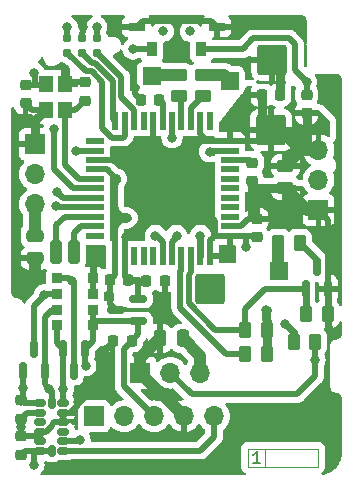
<source format=gbr>
%TF.GenerationSoftware,KiCad,Pcbnew,7.0.9-7.0.9~ubuntu23.10.1*%
%TF.CreationDate,2024-01-10T03:53:01+01:00*%
%TF.ProjectId,LED_poi,4c45445f-706f-4692-9e6b-696361645f70,A*%
%TF.SameCoordinates,Original*%
%TF.FileFunction,Copper,L1,Top*%
%TF.FilePolarity,Positive*%
%FSLAX46Y46*%
G04 Gerber Fmt 4.6, Leading zero omitted, Abs format (unit mm)*
G04 Created by KiCad (PCBNEW 7.0.9-7.0.9~ubuntu23.10.1) date 2024-01-10 03:53:01*
%MOMM*%
%LPD*%
G01*
G04 APERTURE LIST*
G04 Aperture macros list*
%AMRoundRect*
0 Rectangle with rounded corners*
0 $1 Rounding radius*
0 $2 $3 $4 $5 $6 $7 $8 $9 X,Y pos of 4 corners*
0 Add a 4 corners polygon primitive as box body*
4,1,4,$2,$3,$4,$5,$6,$7,$8,$9,$2,$3,0*
0 Add four circle primitives for the rounded corners*
1,1,$1+$1,$2,$3*
1,1,$1+$1,$4,$5*
1,1,$1+$1,$6,$7*
1,1,$1+$1,$8,$9*
0 Add four rect primitives between the rounded corners*
20,1,$1+$1,$2,$3,$4,$5,0*
20,1,$1+$1,$4,$5,$6,$7,0*
20,1,$1+$1,$6,$7,$8,$9,0*
20,1,$1+$1,$8,$9,$2,$3,0*%
G04 Aperture macros list end*
%ADD10C,0.150000*%
%TA.AperFunction,NonConductor*%
%ADD11C,0.150000*%
%TD*%
%TA.AperFunction,EtchedComponent*%
%ADD12C,0.120000*%
%TD*%
%TA.AperFunction,ComponentPad*%
%ADD13R,1.700000X1.700000*%
%TD*%
%TA.AperFunction,ComponentPad*%
%ADD14O,1.700000X1.700000*%
%TD*%
%TA.AperFunction,SMDPad,CuDef*%
%ADD15RoundRect,0.225000X-0.250000X0.225000X-0.250000X-0.225000X0.250000X-0.225000X0.250000X0.225000X0*%
%TD*%
%TA.AperFunction,SMDPad,CuDef*%
%ADD16RoundRect,0.150000X-0.150000X0.587500X-0.150000X-0.587500X0.150000X-0.587500X0.150000X0.587500X0*%
%TD*%
%TA.AperFunction,SMDPad,CuDef*%
%ADD17RoundRect,0.250000X-0.475000X0.250000X-0.475000X-0.250000X0.475000X-0.250000X0.475000X0.250000X0*%
%TD*%
%TA.AperFunction,SMDPad,CuDef*%
%ADD18R,0.900000X0.900000*%
%TD*%
%TA.AperFunction,ComponentPad*%
%ADD19RoundRect,0.249999X-1.025001X-1.025001X1.025001X-1.025001X1.025001X1.025001X-1.025001X1.025001X0*%
%TD*%
%TA.AperFunction,WasherPad*%
%ADD20C,0.800000*%
%TD*%
%TA.AperFunction,SMDPad,CuDef*%
%ADD21R,0.889000X1.270000*%
%TD*%
%TA.AperFunction,SMDPad,CuDef*%
%ADD22R,1.447800X0.787400*%
%TD*%
%TA.AperFunction,SMDPad,CuDef*%
%ADD23RoundRect,0.250000X-0.262500X-0.450000X0.262500X-0.450000X0.262500X0.450000X-0.262500X0.450000X0*%
%TD*%
%TA.AperFunction,SMDPad,CuDef*%
%ADD24RoundRect,0.250000X0.250000X0.475000X-0.250000X0.475000X-0.250000X-0.475000X0.250000X-0.475000X0*%
%TD*%
%TA.AperFunction,SMDPad,CuDef*%
%ADD25RoundRect,0.225000X0.225000X0.250000X-0.225000X0.250000X-0.225000X-0.250000X0.225000X-0.250000X0*%
%TD*%
%TA.AperFunction,SMDPad,CuDef*%
%ADD26RoundRect,0.250000X-0.450000X0.262500X-0.450000X-0.262500X0.450000X-0.262500X0.450000X0.262500X0*%
%TD*%
%TA.AperFunction,SMDPad,CuDef*%
%ADD27R,1.200000X1.400000*%
%TD*%
%TA.AperFunction,SMDPad,CuDef*%
%ADD28RoundRect,0.150000X0.150000X-0.587500X0.150000X0.587500X-0.150000X0.587500X-0.150000X-0.587500X0*%
%TD*%
%TA.AperFunction,SMDPad,CuDef*%
%ADD29R,0.550000X1.500000*%
%TD*%
%TA.AperFunction,SMDPad,CuDef*%
%ADD30R,1.500000X0.550000*%
%TD*%
%TA.AperFunction,ComponentPad*%
%ADD31RoundRect,0.250000X-0.550000X-0.550000X0.550000X-0.550000X0.550000X0.550000X-0.550000X0.550000X0*%
%TD*%
%TA.AperFunction,SMDPad,CuDef*%
%ADD32RoundRect,0.250000X0.262500X0.450000X-0.262500X0.450000X-0.262500X-0.450000X0.262500X-0.450000X0*%
%TD*%
%TA.AperFunction,SMDPad,CuDef*%
%ADD33RoundRect,0.225000X-0.225000X-0.250000X0.225000X-0.250000X0.225000X0.250000X-0.225000X0.250000X0*%
%TD*%
%TA.AperFunction,SMDPad,CuDef*%
%ADD34RoundRect,0.225000X0.250000X-0.225000X0.250000X0.225000X-0.250000X0.225000X-0.250000X-0.225000X0*%
%TD*%
%TA.AperFunction,SMDPad,CuDef*%
%ADD35RoundRect,0.150000X0.587500X0.150000X-0.587500X0.150000X-0.587500X-0.150000X0.587500X-0.150000X0*%
%TD*%
%TA.AperFunction,SMDPad,CuDef*%
%ADD36RoundRect,0.150000X-0.325000X-0.150000X0.325000X-0.150000X0.325000X0.150000X-0.325000X0.150000X0*%
%TD*%
%TA.AperFunction,SMDPad,CuDef*%
%ADD37RoundRect,0.150000X-0.150000X-0.325000X0.150000X-0.325000X0.150000X0.325000X-0.150000X0.325000X0*%
%TD*%
%TA.AperFunction,SMDPad,CuDef*%
%ADD38RoundRect,0.250000X-0.250000X-0.750000X0.250000X-0.750000X0.250000X0.750000X-0.250000X0.750000X0*%
%TD*%
%TA.AperFunction,ConnectorPad*%
%ADD39C,0.787400*%
%TD*%
%TA.AperFunction,ViaPad*%
%ADD40C,0.800000*%
%TD*%
%TA.AperFunction,Conductor*%
%ADD41C,0.500000*%
%TD*%
%TA.AperFunction,Conductor*%
%ADD42C,0.800000*%
%TD*%
%TA.AperFunction,Conductor*%
%ADD43C,1.000000*%
%TD*%
%TA.AperFunction,Conductor*%
%ADD44C,0.600000*%
%TD*%
G04 APERTURE END LIST*
D10*
D11*
X99060588Y-83969819D02*
X98489160Y-83969819D01*
X98774874Y-83969819D02*
X98774874Y-82969819D01*
X98774874Y-82969819D02*
X98679636Y-83112676D01*
X98679636Y-83112676D02*
X98584398Y-83207914D01*
X98584398Y-83207914D02*
X98489160Y-83255533D01*
D12*
%TO.C,REF\u002A\u002A*%
X98000000Y-84250000D02*
X99500000Y-84250000D01*
X99500000Y-84250000D02*
X99500000Y-82750000D01*
X99500000Y-82750000D02*
X98000000Y-82750000D01*
X98000000Y-82750000D02*
X98000000Y-84250000D01*
X98000000Y-84250000D02*
X104000000Y-84250000D01*
X104000000Y-84250000D02*
X104000000Y-82750000D01*
X104000000Y-82750000D02*
X98000000Y-82750000D01*
X98000000Y-82750000D02*
X98000000Y-84250000D01*
%TD*%
D13*
%TO.P,J11,1,Pin_1*%
%TO.N,/SCL_3V3*%
X85000000Y-80000000D03*
D14*
%TO.P,J11,2,Pin_2*%
%TO.N,/SDA_3V3*%
X87540000Y-80000000D03*
%TO.P,J11,3,Pin_3*%
%TO.N,+3.3V*%
X90080000Y-80000000D03*
%TO.P,J11,4,Pin_4*%
%TO.N,GND*%
X92620000Y-80000000D03*
%TO.P,J11,5,Pin_5*%
%TO.N,/ACC_INT1*%
X95160000Y-80000000D03*
%TD*%
D15*
%TO.P,C8,1*%
%TO.N,/XTAL1*%
X79200000Y-51925000D03*
%TO.P,C8,2*%
%TO.N,GND*%
X79200000Y-53475000D03*
%TD*%
D16*
%TO.P,Q2,1,G*%
%TO.N,+3.3V*%
X84250000Y-74262500D03*
%TO.P,Q2,2,S*%
%TO.N,/SDA_3V3*%
X82350000Y-74262500D03*
%TO.P,Q2,3,D*%
%TO.N,/SDA*%
X83300000Y-76137500D03*
%TD*%
D17*
%TO.P,C3,1*%
%TO.N,VCC*%
X101200000Y-58800000D03*
%TO.P,C3,2*%
%TO.N,GND*%
X101200000Y-60700000D03*
%TD*%
D18*
%TO.P,RN1,1,R1.1*%
%TO.N,/SDA*%
X81900000Y-68300000D03*
%TO.P,RN1,2,R2.1*%
%TO.N,/SCL*%
X81900000Y-69640000D03*
%TO.P,RN1,3,R3.1*%
%TO.N,/SCL_3V3*%
X81900000Y-70960000D03*
%TO.P,RN1,4,R4.1*%
%TO.N,/SDA_3V3*%
X81900000Y-72300000D03*
%TO.P,RN1,5,R4.2*%
%TO.N,+3.3V*%
X84900000Y-72300000D03*
%TO.P,RN1,6,R3.2*%
X84900000Y-70960000D03*
%TO.P,RN1,7,R2.2*%
%TO.N,VCC*%
X84900000Y-69640000D03*
%TO.P,RN1,8,R1.2*%
X84900000Y-68300000D03*
%TD*%
D19*
%TO.P,J6,1,Pin_1*%
%TO.N,VCC*%
X100000000Y-55750000D03*
%TD*%
%TO.P,J9,1,Pin_1*%
%TO.N,GND*%
X100100000Y-49800000D03*
%TD*%
D20*
%TO.P,SW1,*%
%TO.N,*%
X93150000Y-47400000D03*
X90850000Y-47400000D03*
D21*
%TO.P,SW1,1,A*%
%TO.N,Net-(C1-Pad1)*%
X94095500Y-48897000D03*
%TO.P,SW1,2,B*%
%TO.N,+BATT*%
X89904500Y-48897000D03*
D22*
%TO.P,SW1,3,C*%
%TO.N,GND*%
X95378200Y-47004700D03*
%TO.P,SW1,4,Shield*%
X88621800Y-47004700D03*
%TD*%
D15*
%TO.P,C1,1*%
%TO.N,Net-(C1-Pad1)*%
X103000000Y-52800000D03*
%TO.P,C1,2*%
%TO.N,VCC*%
X103000000Y-54350000D03*
%TD*%
D23*
%TO.P,R5,1*%
%TO.N,/KEY*%
X100600000Y-65300000D03*
%TO.P,R5,2*%
%TO.N,Net-(Q1-D)*%
X102425000Y-65300000D03*
%TD*%
D24*
%TO.P,C2,1*%
%TO.N,VCC*%
X92500000Y-73400000D03*
%TO.P,C2,2*%
%TO.N,GND*%
X90600000Y-73400000D03*
%TD*%
D25*
%TO.P,C5,1*%
%TO.N,VCC*%
X87875000Y-68475000D03*
%TO.P,C5,2*%
%TO.N,GND*%
X86325000Y-68475000D03*
%TD*%
D26*
%TO.P,R6,1*%
%TO.N,Net-(J8-Pin_1)*%
X94200000Y-51087500D03*
%TO.P,R6,2*%
%TO.N,Net-(U1-D-)*%
X94200000Y-52912500D03*
%TD*%
D27*
%TO.P,Y1,1,1*%
%TO.N,/XTAL2*%
X82500000Y-54050000D03*
%TO.P,Y1,2,2*%
%TO.N,GND*%
X82500000Y-51850000D03*
%TO.P,Y1,3,3*%
%TO.N,/XTAL1*%
X80900000Y-51850000D03*
%TO.P,Y1,4,4*%
%TO.N,GND*%
X80900000Y-54050000D03*
%TD*%
D28*
%TO.P,Q1,1,G*%
%TO.N,/PWR*%
X102925000Y-69237500D03*
%TO.P,Q1,2,S*%
%TO.N,GND*%
X104825000Y-69237500D03*
%TO.P,Q1,3,D*%
%TO.N,Net-(Q1-D)*%
X103875000Y-67362500D03*
%TD*%
D26*
%TO.P,R3,1*%
%TO.N,Net-(J4-Pin_1)*%
X92200000Y-51087500D03*
%TO.P,R3,2*%
%TO.N,Net-(U1-D+)*%
X92200000Y-52912500D03*
%TD*%
D13*
%TO.P,J3,1,Pin_1*%
%TO.N,GND*%
X88920000Y-76300000D03*
D14*
%TO.P,J3,2,Pin_2*%
%TO.N,/Data*%
X91460000Y-76300000D03*
%TO.P,J3,3,Pin_3*%
%TO.N,VCC*%
X94000000Y-76300000D03*
%TD*%
D29*
%TO.P,U1,1,PE6*%
%TO.N,unconnected-(U1-PE6-Pad1)*%
X94800000Y-55000000D03*
%TO.P,U1,2,UVCC*%
%TO.N,VCC*%
X94000000Y-55000000D03*
%TO.P,U1,3,D-*%
%TO.N,Net-(U1-D-)*%
X93200000Y-55000000D03*
%TO.P,U1,4,D+*%
%TO.N,Net-(U1-D+)*%
X92400000Y-55000000D03*
%TO.P,U1,5,UGND*%
%TO.N,GND*%
X91600000Y-55000000D03*
%TO.P,U1,6,UCAP*%
%TO.N,/UCAP*%
X90800000Y-55000000D03*
%TO.P,U1,7,VBUS*%
%TO.N,VCC*%
X90000000Y-55000000D03*
%TO.P,U1,8,PB0*%
%TO.N,unconnected-(U1-PB0-Pad8)*%
X89200000Y-55000000D03*
%TO.P,U1,9,PB1*%
%TO.N,/SCK*%
X88400000Y-55000000D03*
%TO.P,U1,10,PB2*%
%TO.N,/MOSI*%
X87600000Y-55000000D03*
%TO.P,U1,11,PB3*%
%TO.N,/MISO*%
X86800000Y-55000000D03*
D30*
%TO.P,U1,12,PB7*%
%TO.N,unconnected-(U1-PB7-Pad12)*%
X85100000Y-56700000D03*
%TO.P,U1,13,~{RESET}*%
%TO.N,/~{RST}*%
X85100000Y-57500000D03*
%TO.P,U1,14,VCC*%
%TO.N,VCC*%
X85100000Y-58300000D03*
%TO.P,U1,15,GND*%
%TO.N,GND*%
X85100000Y-59100000D03*
%TO.P,U1,16,XTAL2*%
%TO.N,/XTAL2*%
X85100000Y-59900000D03*
%TO.P,U1,17,XTAL1*%
%TO.N,/XTAL1*%
X85100000Y-60700000D03*
%TO.P,U1,18,PD0*%
%TO.N,/SCL*%
X85100000Y-61500000D03*
%TO.P,U1,19,PD1*%
%TO.N,/SDA*%
X85100000Y-62300000D03*
%TO.P,U1,20,PD2*%
%TO.N,/RX*%
X85100000Y-63100000D03*
%TO.P,U1,21,PD3*%
%TO.N,/TX*%
X85100000Y-63900000D03*
%TO.P,U1,22,PD5*%
%TO.N,unconnected-(U1-PD5-Pad22)*%
X85100000Y-64700000D03*
D29*
%TO.P,U1,23,GND*%
%TO.N,GND*%
X86800000Y-66400000D03*
%TO.P,U1,24,AVCC*%
%TO.N,VCC*%
X87600000Y-66400000D03*
%TO.P,U1,25,PD4*%
%TO.N,unconnected-(U1-PD4-Pad25)*%
X88400000Y-66400000D03*
%TO.P,U1,26,PD6*%
%TO.N,unconnected-(U1-PD6-Pad26)*%
X89200000Y-66400000D03*
%TO.P,U1,27,PD7*%
%TO.N,unconnected-(U1-PD7-Pad27)*%
X90000000Y-66400000D03*
%TO.P,U1,28,PB4*%
%TO.N,/ACC_INT1*%
X90800000Y-66400000D03*
%TO.P,U1,29,PB5*%
%TO.N,/ACC_INT2*%
X91600000Y-66400000D03*
%TO.P,U1,30,PB6*%
%TO.N,/Button*%
X92400000Y-66400000D03*
%TO.P,U1,31,PC6*%
%TO.N,/PWR*%
X93200000Y-66400000D03*
%TO.P,U1,32,PC7*%
%TO.N,/LED_Data*%
X94000000Y-66400000D03*
%TO.P,U1,33,~{HWB}/PE2*%
%TO.N,VCC*%
X94800000Y-66400000D03*
D30*
%TO.P,U1,34,VCC*%
X96500000Y-64700000D03*
%TO.P,U1,35,GND*%
%TO.N,GND*%
X96500000Y-63900000D03*
%TO.P,U1,36,PF7*%
%TO.N,unconnected-(U1-PF7-Pad36)*%
X96500000Y-63100000D03*
%TO.P,U1,37,PF6*%
%TO.N,unconnected-(U1-PF6-Pad37)*%
X96500000Y-62300000D03*
%TO.P,U1,38,PF5*%
%TO.N,unconnected-(U1-PF5-Pad38)*%
X96500000Y-61500000D03*
%TO.P,U1,39,PF4*%
%TO.N,unconnected-(U1-PF4-Pad39)*%
X96500000Y-60700000D03*
%TO.P,U1,40,PF1*%
%TO.N,unconnected-(U1-PF1-Pad40)*%
X96500000Y-59900000D03*
%TO.P,U1,41,PF0*%
%TO.N,unconnected-(U1-PF0-Pad41)*%
X96500000Y-59100000D03*
%TO.P,U1,42,AREF*%
%TO.N,/AREF*%
X96500000Y-58300000D03*
%TO.P,U1,43,GND*%
%TO.N,GND*%
X96500000Y-57500000D03*
%TO.P,U1,44,AVCC*%
%TO.N,VCC*%
X96500000Y-56700000D03*
%TD*%
D13*
%TO.P,J1,1,Pin_1*%
%TO.N,GND*%
X80000000Y-56975000D03*
D14*
%TO.P,J1,2,Pin_2*%
%TO.N,/Data*%
X80000000Y-59515000D03*
%TO.P,J1,3,Pin_3*%
%TO.N,VCC*%
X80000000Y-62055000D03*
%TD*%
D31*
%TO.P,J8,1,Pin_1*%
%TO.N,Net-(J8-Pin_1)*%
X96500000Y-51600000D03*
%TD*%
%TO.P,J7,1,Pin_1*%
%TO.N,/KEY*%
X100700000Y-67700000D03*
%TD*%
D32*
%TO.P,R7,1*%
%TO.N,Net-(C1-Pad1)*%
X99612500Y-74700000D03*
%TO.P,R7,2*%
%TO.N,/Button*%
X97787500Y-74700000D03*
%TD*%
D19*
%TO.P,J5,1,Pin_1*%
%TO.N,+BATT*%
X94800000Y-69200000D03*
%TD*%
D33*
%TO.P,C9,1*%
%TO.N,VCC*%
X99200000Y-52800000D03*
%TO.P,C9,2*%
%TO.N,GND*%
X100750000Y-52800000D03*
%TD*%
%TO.P,C12,1*%
%TO.N,VCC*%
X89425000Y-68500000D03*
%TO.P,C12,2*%
%TO.N,GND*%
X90975000Y-68500000D03*
%TD*%
D28*
%TO.P,Q3,1,G*%
%TO.N,+3.3V*%
X78950000Y-76175000D03*
%TO.P,Q3,2,S*%
%TO.N,/SCL_3V3*%
X80850000Y-76175000D03*
%TO.P,Q3,3,D*%
%TO.N,/SCL*%
X79900000Y-74300000D03*
%TD*%
D23*
%TO.P,R1,1*%
%TO.N,/PWR*%
X97787500Y-72700000D03*
%TO.P,R1,2*%
%TO.N,Net-(C1-Pad1)*%
X99612500Y-72700000D03*
%TD*%
D25*
%TO.P,C10,1*%
%TO.N,/UCAP*%
X90500000Y-53200000D03*
%TO.P,C10,2*%
%TO.N,GND*%
X88950000Y-53200000D03*
%TD*%
D13*
%TO.P,J2,1,Pin_1*%
%TO.N,GND*%
X104000000Y-62525000D03*
D14*
%TO.P,J2,2,Pin_2*%
%TO.N,/Data*%
X104000000Y-59985000D03*
%TO.P,J2,3,Pin_3*%
%TO.N,VCC*%
X104000000Y-57445000D03*
%TD*%
D31*
%TO.P,J4,1,Pin_1*%
%TO.N,Net-(J4-Pin_1)*%
X89900000Y-51200000D03*
%TD*%
D23*
%TO.P,R4,1*%
%TO.N,/LED_Data*%
X101887500Y-73700000D03*
%TO.P,R4,2*%
%TO.N,/Data*%
X103712500Y-73700000D03*
%TD*%
D34*
%TO.P,C7,1*%
%TO.N,/XTAL2*%
X84200000Y-53275000D03*
%TO.P,C7,2*%
%TO.N,GND*%
X84200000Y-51725000D03*
%TD*%
D15*
%TO.P,C11,1*%
%TO.N,/AREF*%
X98400000Y-58525000D03*
%TO.P,C11,2*%
%TO.N,GND*%
X98400000Y-60075000D03*
%TD*%
%TO.P,C14,1*%
%TO.N,+3.3V*%
X78800000Y-78650000D03*
%TO.P,C14,2*%
%TO.N,GND*%
X78800000Y-80200000D03*
%TD*%
D35*
%TO.P,U2,1,Vout*%
%TO.N,+3.3V*%
X88737500Y-71950000D03*
%TO.P,U2,2,Vin*%
%TO.N,VCC*%
X88737500Y-70050000D03*
%TO.P,U2,3,GND*%
%TO.N,GND*%
X86862500Y-71000000D03*
%TD*%
D36*
%TO.P,U3,1,Vdd_I/O*%
%TO.N,+3.3V*%
X80400000Y-78900000D03*
%TO.P,U3,2,GND*%
%TO.N,GND*%
X80400000Y-79700000D03*
%TO.P,U3,3,RES*%
%TO.N,unconnected-(U3-RES-Pad3)*%
X80400000Y-80500000D03*
%TO.P,U3,4,GND*%
%TO.N,GND*%
X80400000Y-81300000D03*
%TO.P,U3,5,GND*%
X80400000Y-82100000D03*
%TO.P,U3,6,Vs*%
%TO.N,+3.3V*%
X80400000Y-82900000D03*
D37*
%TO.P,U3,7,~{CS}*%
X81400000Y-82900000D03*
D36*
%TO.P,U3,8,INT1*%
%TO.N,/ACC_INT1*%
X82400000Y-82900000D03*
%TO.P,U3,9,INT2*%
%TO.N,/ACC_INT2*%
X82400000Y-82100000D03*
%TO.P,U3,10,NC*%
%TO.N,unconnected-(U3-NC-Pad10)*%
X82400000Y-81300000D03*
%TO.P,U3,11,RES*%
%TO.N,GND*%
X82400000Y-80500000D03*
%TO.P,U3,12,SDO/ADDR*%
X82400000Y-79700000D03*
%TO.P,U3,13,SDA/SDI/SDIO*%
%TO.N,/SDA_3V3*%
X82400000Y-78900000D03*
D37*
%TO.P,U3,14,SCL/SCLK*%
%TO.N,/SCL_3V3*%
X81400000Y-78900000D03*
%TD*%
D32*
%TO.P,R2,1*%
%TO.N,GND*%
X104800000Y-71300000D03*
%TO.P,R2,2*%
%TO.N,/PWR*%
X102975000Y-71300000D03*
%TD*%
D25*
%TO.P,C13,1*%
%TO.N,+3.3V*%
X88175000Y-73600000D03*
%TO.P,C13,2*%
%TO.N,GND*%
X86625000Y-73600000D03*
%TD*%
D38*
%TO.P,J12,1,Pin_1*%
%TO.N,/RX*%
X81800000Y-66100000D03*
%TD*%
D34*
%TO.P,C15,1*%
%TO.N,+3.3V*%
X78800000Y-83250000D03*
%TO.P,C15,2*%
%TO.N,GND*%
X78800000Y-81700000D03*
%TD*%
D39*
%TO.P,J10,1,VCC*%
%TO.N,VCC*%
X85270000Y-47965000D03*
%TO.P,J10,2,SCK*%
%TO.N,/SCK*%
X85270000Y-49235000D03*
%TO.P,J10,3,GND*%
%TO.N,GND*%
X84000000Y-47965000D03*
%TO.P,J10,4,MISO*%
%TO.N,/MISO*%
X84000000Y-49235000D03*
%TO.P,J10,5,~{RST}*%
%TO.N,/~{RST}*%
X82730000Y-47965000D03*
%TO.P,J10,6,MOSI*%
%TO.N,/MOSI*%
X82730000Y-49235000D03*
%TD*%
D38*
%TO.P,J13,1,Pin_1*%
%TO.N,/TX*%
X83300000Y-66100000D03*
%TD*%
D17*
%TO.P,C4,1*%
%TO.N,VCC*%
X80000000Y-64700000D03*
%TO.P,C4,2*%
%TO.N,GND*%
X80000000Y-66600000D03*
%TD*%
D34*
%TO.P,C6,1*%
%TO.N,VCC*%
X98800000Y-64850000D03*
%TO.P,C6,2*%
%TO.N,GND*%
X98800000Y-63300000D03*
%TD*%
D40*
%TO.N,VCC*%
X94100000Y-56500000D03*
X85230000Y-47035000D03*
X87700000Y-64800000D03*
X97900000Y-65700000D03*
X85000000Y-66700000D03*
X86800000Y-58300000D03*
%TO.N,GND*%
X80000000Y-55400000D03*
X85900000Y-74400000D03*
X98400000Y-62200000D03*
X86300000Y-69700000D03*
X86900000Y-59900000D03*
X80000000Y-67600000D03*
X91600000Y-56400000D03*
X84030000Y-47035000D03*
X88499994Y-52199994D03*
X82500000Y-50600000D03*
X80000000Y-68500000D03*
X78800000Y-80900000D03*
X87800000Y-63200000D03*
X94800000Y-57600000D03*
X83600000Y-78800000D03*
X104900000Y-72600000D03*
%TO.N,/XTAL1*%
X81600000Y-55700000D03*
X79900000Y-50900000D03*
%TO.N,/Data*%
X103700000Y-75200000D03*
%TO.N,+BATT*%
X88300000Y-48900000D03*
%TO.N,Net-(C1-Pad1)*%
X103000000Y-51700000D03*
X99600000Y-71000000D03*
%TO.N,/~{RST}*%
X83500000Y-57500000D03*
X82730000Y-47035000D03*
%TO.N,+3.3V*%
X84300000Y-75700000D03*
X79000000Y-77600000D03*
X79900000Y-84100000D03*
%TO.N,/SCL_3V3*%
X81220180Y-77652613D03*
%TO.N,/SDA_3V3*%
X82400000Y-77700000D03*
%TO.N,/ACC_INT1*%
X90200000Y-64700000D03*
%TO.N,/SDA*%
X81800000Y-62200000D03*
X83100000Y-68500000D03*
%TO.N,/SCL*%
X81900000Y-61000000D03*
X80800000Y-69700000D03*
%TO.N,/LED_Data*%
X94000000Y-64700000D03*
X101199994Y-72200000D03*
%TO.N,/ACC_INT2*%
X92000000Y-64700000D03*
X83800000Y-82000000D03*
%TD*%
D41*
%TO.N,/SCK*%
X87300000Y-52985828D02*
X88400000Y-54085828D01*
X87300000Y-51265000D02*
X87300000Y-52985828D01*
X85270000Y-49235000D02*
X87300000Y-51265000D01*
X85270000Y-49235000D02*
X85320727Y-49235000D01*
X88400000Y-54085828D02*
X88400000Y-55000000D01*
%TO.N,VCC*%
X90000000Y-58300000D02*
X90000000Y-55000000D01*
X86800000Y-58300000D02*
X90000000Y-58300000D01*
X95200000Y-64700000D02*
X95200000Y-63500000D01*
X94800000Y-65100000D02*
X95200000Y-64700000D01*
X87600000Y-66400000D02*
X87600000Y-68200000D01*
X97800000Y-64700000D02*
X98650000Y-64700000D01*
X92000000Y-58300000D02*
X90000000Y-58300000D01*
X94300000Y-56700000D02*
X94100000Y-56500000D01*
D42*
X103000000Y-54350000D02*
X103000000Y-57000000D01*
D41*
X93600000Y-56700000D02*
X92000000Y-58300000D01*
X94800000Y-66400000D02*
X94800000Y-65100000D01*
D42*
X103000000Y-57000000D02*
X102555000Y-57445000D01*
D41*
X94000000Y-56100000D02*
X94000000Y-55000000D01*
X95200000Y-63500000D02*
X92600000Y-60900000D01*
D43*
X80000000Y-64700000D02*
X80000000Y-62055000D01*
D41*
X88737500Y-70050000D02*
X88737500Y-68562500D01*
D43*
X104000000Y-57445000D02*
X102555000Y-57445000D01*
D41*
X97900000Y-64800000D02*
X97800000Y-64700000D01*
D43*
X94000000Y-74900000D02*
X92500000Y-73400000D01*
D41*
X93900000Y-56700000D02*
X93600000Y-56700000D01*
X99050000Y-56700000D02*
X100000000Y-55750000D01*
X85000000Y-68200000D02*
X84900000Y-68300000D01*
X87600000Y-68200000D02*
X87875000Y-68475000D01*
X87800000Y-64800000D02*
X90000000Y-62600000D01*
X87700000Y-64800000D02*
X87800000Y-64800000D01*
X84900000Y-69640000D02*
X84900000Y-68300000D01*
X98650000Y-64700000D02*
X98800000Y-64850000D01*
X89425000Y-68500000D02*
X88800000Y-68500000D01*
X96500000Y-56700000D02*
X99050000Y-56700000D01*
X97900000Y-65700000D02*
X97900000Y-64800000D01*
X87600000Y-66400000D02*
X87600000Y-64900000D01*
X92600000Y-60900000D02*
X90000000Y-60900000D01*
X88800000Y-68500000D02*
X87900000Y-68500000D01*
X87600000Y-64900000D02*
X87700000Y-64800000D01*
X98800000Y-64850000D02*
X98750000Y-64850000D01*
X85230000Y-47035000D02*
X85270000Y-47175000D01*
D42*
X99200000Y-54950000D02*
X100000000Y-55750000D01*
D41*
X85270000Y-47965000D02*
X85230000Y-47035000D01*
X87900000Y-68500000D02*
X87875000Y-68475000D01*
X94600000Y-56700000D02*
X94300000Y-56700000D01*
X87700000Y-64800000D02*
X87600000Y-64700000D01*
X85100000Y-58300000D02*
X86800000Y-58300000D01*
D43*
X100860000Y-55750000D02*
X102555000Y-57445000D01*
X102555000Y-57445000D02*
X101200000Y-58800000D01*
D42*
X99200000Y-52800000D02*
X99200000Y-54950000D01*
D41*
X90000000Y-60900000D02*
X90000000Y-58300000D01*
X90000000Y-62600000D02*
X90000000Y-60900000D01*
X88737500Y-68562500D02*
X88800000Y-68500000D01*
X85000000Y-66700000D02*
X85000000Y-68200000D01*
X96500000Y-64700000D02*
X97800000Y-64700000D01*
X94600000Y-56700000D02*
X94000000Y-56100000D01*
D43*
X100000000Y-55750000D02*
X100860000Y-55750000D01*
D41*
X95200000Y-64700000D02*
X96500000Y-64700000D01*
X94100000Y-56500000D02*
X93900000Y-56700000D01*
X96500000Y-56700000D02*
X94600000Y-56700000D01*
D43*
X94000000Y-76300000D02*
X94000000Y-74900000D01*
D41*
X85000000Y-66700000D02*
X84900000Y-66700000D01*
D42*
%TO.N,GND*%
X98400000Y-62200000D02*
X98400000Y-62900000D01*
D41*
X86800000Y-63200000D02*
X86800000Y-60000000D01*
X88500006Y-52199994D02*
X88499994Y-52199994D01*
X90975000Y-68500000D02*
X90975000Y-69925000D01*
X84000000Y-47965000D02*
X84030000Y-47035000D01*
X85100000Y-59100000D02*
X86100000Y-59100000D01*
X104825000Y-63350000D02*
X104000000Y-62525000D01*
D42*
X80000000Y-56975000D02*
X80000000Y-55400000D01*
D41*
X84030000Y-47035000D02*
X84000000Y-47165000D01*
D42*
X80000000Y-55400000D02*
X80000000Y-54950000D01*
D43*
X103025000Y-62525000D02*
X101200000Y-60700000D01*
D41*
X88499994Y-52199994D02*
X88499994Y-52749994D01*
X80400000Y-79700000D02*
X79300000Y-79700000D01*
X88621800Y-47004700D02*
X89107500Y-46519000D01*
D42*
X98400000Y-60075000D02*
X98400000Y-60700000D01*
D41*
X104900000Y-72600000D02*
X104800000Y-72300000D01*
X90975000Y-69925000D02*
X90600000Y-70300000D01*
X97400000Y-63900000D02*
X98000000Y-63300000D01*
X80400000Y-82100000D02*
X80400000Y-81700000D01*
X96500000Y-57500000D02*
X94900000Y-57500000D01*
X94800000Y-57600000D02*
X94800000Y-57500000D01*
X79300000Y-79700000D02*
X78800000Y-80200000D01*
X86300000Y-69700000D02*
X86325000Y-69725000D01*
X86900000Y-59900000D02*
X86800000Y-59800000D01*
X82400000Y-79700000D02*
X82927684Y-79700000D01*
X88600000Y-52100000D02*
X88500006Y-52199994D01*
X86800000Y-66400000D02*
X86800000Y-63200000D01*
D42*
X98400000Y-60700000D02*
X98400000Y-62200000D01*
D41*
X83700000Y-78900000D02*
X85900000Y-76700000D01*
X86800000Y-68000000D02*
X86325000Y-68475000D01*
X83600000Y-78800000D02*
X83700000Y-78900000D01*
D43*
X88920000Y-76300000D02*
X88920000Y-75080000D01*
D41*
X86800000Y-66400000D02*
X86800000Y-68000000D01*
X82725000Y-51625000D02*
X82500000Y-51850000D01*
X82400000Y-79700000D02*
X82400000Y-80500000D01*
X78800000Y-80900000D02*
X78800000Y-81700000D01*
X86800000Y-60000000D02*
X86900000Y-59900000D01*
D42*
X100750000Y-50450000D02*
X100100000Y-49800000D01*
D41*
X98000000Y-63300000D02*
X98800000Y-63300000D01*
X82625000Y-51725000D02*
X82500000Y-51850000D01*
X86325000Y-69675000D02*
X86300000Y-69700000D01*
D42*
X100750000Y-52800000D02*
X100750000Y-50450000D01*
D41*
X90600000Y-70300000D02*
X90600000Y-73400000D01*
X78800000Y-80200000D02*
X78800000Y-80900000D01*
X86325000Y-70462500D02*
X86862500Y-71000000D01*
D43*
X80000000Y-66600000D02*
X80000000Y-67600000D01*
X80000000Y-68500000D02*
X80000000Y-68100000D01*
X80000000Y-67600000D02*
X80000000Y-68500000D01*
D41*
X88499994Y-52749994D02*
X88950000Y-53200000D01*
D42*
X101200000Y-60700000D02*
X98400000Y-60700000D01*
D41*
X81400000Y-80700000D02*
X81600000Y-80500000D01*
X96500000Y-63900000D02*
X97400000Y-63900000D01*
D42*
X80000000Y-54950000D02*
X80900000Y-54050000D01*
D43*
X104000000Y-62525000D02*
X103025000Y-62525000D01*
D41*
X104825000Y-69237500D02*
X104825000Y-63350000D01*
X86325000Y-69725000D02*
X86325000Y-70462500D01*
X85900000Y-76700000D02*
X85900000Y-74400000D01*
D43*
X92620000Y-80000000D02*
X88920000Y-76300000D01*
D41*
X86800000Y-59800000D02*
X86100000Y-59100000D01*
X80400000Y-81700000D02*
X80400000Y-81300000D01*
X78800000Y-81700000D02*
X80400000Y-81700000D01*
X83600000Y-79027684D02*
X83600000Y-78800000D01*
X81600000Y-80500000D02*
X82400000Y-80500000D01*
X86325000Y-68475000D02*
X86325000Y-69675000D01*
X82927684Y-79700000D02*
X83600000Y-79027684D01*
X81400000Y-80827684D02*
X81400000Y-80700000D01*
X89107500Y-46519000D02*
X94892500Y-46519000D01*
X86625000Y-73675000D02*
X85900000Y-74400000D01*
D44*
X104825000Y-71275000D02*
X104800000Y-71300000D01*
D41*
X79775000Y-54050000D02*
X79200000Y-53475000D01*
X104800000Y-71300000D02*
X104900000Y-72600000D01*
D42*
X82500000Y-51850000D02*
X82500000Y-50600000D01*
D41*
X94900000Y-57500000D02*
X94800000Y-57600000D01*
X80400000Y-81300000D02*
X80927684Y-81300000D01*
X87800000Y-63200000D02*
X86800000Y-63200000D01*
X80900000Y-54050000D02*
X79775000Y-54050000D01*
X91600000Y-55000000D02*
X91600000Y-56400000D01*
X94892500Y-46519000D02*
X95378200Y-47004700D01*
D43*
X88920000Y-75080000D02*
X90600000Y-73400000D01*
D41*
X84200000Y-51725000D02*
X82625000Y-51725000D01*
X80927684Y-81300000D02*
X81400000Y-80827684D01*
X86625000Y-73600000D02*
X86625000Y-73675000D01*
D44*
X104825000Y-69237500D02*
X104825000Y-71275000D01*
D42*
X98400000Y-62900000D02*
X98800000Y-63300000D01*
D41*
%TO.N,/XTAL2*%
X82500000Y-54050000D02*
X83425000Y-54050000D01*
X82500000Y-58700000D02*
X82500000Y-54050000D01*
X83700000Y-59900000D02*
X82500000Y-58700000D01*
X83425000Y-54050000D02*
X84200000Y-53275000D01*
X85100000Y-59900000D02*
X83700000Y-59900000D01*
%TO.N,/XTAL1*%
X85100000Y-60700000D02*
X83200000Y-60700000D01*
X80000000Y-51925000D02*
X80825000Y-51925000D01*
X80000000Y-51000000D02*
X80000000Y-51925000D01*
X81600000Y-59100000D02*
X81600000Y-55700000D01*
X79900000Y-50900000D02*
X80000000Y-51000000D01*
X80825000Y-51925000D02*
X80900000Y-51850000D01*
X79200000Y-51925000D02*
X80000000Y-51925000D01*
X83200000Y-60700000D02*
X81600000Y-59100000D01*
%TO.N,/Data*%
X103712500Y-75187500D02*
X103700000Y-75200000D01*
X103700000Y-75200000D02*
X103712500Y-75212500D01*
X103712500Y-73700000D02*
X103712500Y-75187500D01*
X102200000Y-78100000D02*
X93260000Y-78100000D01*
X103712500Y-76587500D02*
X102200000Y-78100000D01*
X103712500Y-75212500D02*
X103712500Y-76587500D01*
X91460000Y-76300000D02*
X93260000Y-78100000D01*
%TO.N,+BATT*%
X88300000Y-48900000D02*
X88303000Y-48897000D01*
X89904500Y-48897000D02*
X88300000Y-48900000D01*
%TO.N,Net-(C1-Pad1)*%
X94095500Y-48897000D02*
X97603000Y-48897000D01*
X103000000Y-51700000D02*
X103000000Y-52800000D01*
X102000000Y-48500000D02*
X102000000Y-50700000D01*
X98500000Y-48000000D02*
X101500000Y-48000000D01*
D42*
X99612500Y-72700000D02*
X99600000Y-71000000D01*
D41*
X97603000Y-48897000D02*
X98500000Y-48000000D01*
X102000000Y-50700000D02*
X103000000Y-51700000D01*
D42*
X99612500Y-72700000D02*
X99612500Y-74700000D01*
X99600000Y-71000000D02*
X99612500Y-71012500D01*
D41*
X101500000Y-48000000D02*
X102000000Y-48500000D01*
%TO.N,/MISO*%
X84000000Y-49235000D02*
X84865000Y-50100000D01*
X86600000Y-54800000D02*
X86600000Y-51599223D01*
X86800000Y-55000000D02*
X86600000Y-54800000D01*
X84865000Y-50100000D02*
X85100777Y-50100000D01*
X85100777Y-50100000D02*
X86600000Y-51599223D01*
%TO.N,/~{RST}*%
X82730000Y-47035000D02*
X82730000Y-46935000D01*
X85100000Y-57500000D02*
X83500000Y-57500000D01*
X82730000Y-47965000D02*
X82730000Y-47035000D01*
%TO.N,/MOSI*%
X87600000Y-56250000D02*
X87600000Y-55000000D01*
X86500000Y-56400000D02*
X87450000Y-56400000D01*
X85700000Y-55600000D02*
X86500000Y-56400000D01*
X85700000Y-51689172D02*
X85700000Y-55600000D01*
X84295000Y-50800000D02*
X84810828Y-50800000D01*
X82730000Y-49235000D02*
X84295000Y-50800000D01*
X84810828Y-50800000D02*
X85700000Y-51689172D01*
X87450000Y-56400000D02*
X87600000Y-56250000D01*
D44*
%TO.N,Net-(Q1-D)*%
X103875000Y-67362500D02*
X103875000Y-66750000D01*
X103875000Y-66750000D02*
X102425000Y-65300000D01*
D41*
%TO.N,/UCAP*%
X90800000Y-53500000D02*
X90500000Y-53200000D01*
X90800000Y-55000000D02*
X90800000Y-53500000D01*
%TO.N,/AREF*%
X96500000Y-58300000D02*
X98175000Y-58300000D01*
X98175000Y-58300000D02*
X98400000Y-58525000D01*
%TO.N,+3.3V*%
X84950000Y-71550000D02*
X84900000Y-71600000D01*
X84250000Y-74262500D02*
X84250000Y-75650000D01*
X84900000Y-71600000D02*
X84900000Y-70960000D01*
X88737500Y-73037500D02*
X88175000Y-73600000D01*
X79050000Y-78900000D02*
X78800000Y-78650000D01*
X88737500Y-71950000D02*
X85250000Y-71950000D01*
X84250000Y-75650000D02*
X84300000Y-75700000D01*
X80400000Y-82900000D02*
X79900000Y-82900000D01*
X87500000Y-74275000D02*
X88175000Y-73600000D01*
X79150000Y-82900000D02*
X78800000Y-83250000D01*
X84900000Y-73612500D02*
X84250000Y-74262500D01*
X84900000Y-72300000D02*
X84900000Y-73612500D01*
X80400000Y-82900000D02*
X81400000Y-82900000D01*
X78950000Y-78700000D02*
X78800000Y-78850000D01*
X78950000Y-76175000D02*
X78950000Y-77550000D01*
X84900000Y-72300000D02*
X84900000Y-71600000D01*
X90080000Y-80000000D02*
X87500000Y-77420000D01*
X78950000Y-78500000D02*
X78800000Y-78650000D01*
X78850000Y-78900000D02*
X78800000Y-78850000D01*
X87500000Y-77420000D02*
X87500000Y-74275000D01*
X78950000Y-77650000D02*
X78950000Y-78500000D01*
X78950000Y-77550000D02*
X79000000Y-77600000D01*
X79000000Y-77600000D02*
X78950000Y-77650000D01*
X79900000Y-82900000D02*
X79900000Y-84100000D01*
X88737500Y-71950000D02*
X88737500Y-73037500D01*
X79900000Y-82900000D02*
X79150000Y-82900000D01*
X80400000Y-78900000D02*
X79050000Y-78900000D01*
X85250000Y-71950000D02*
X84900000Y-72300000D01*
D43*
%TO.N,Net-(J4-Pin_1)*%
X90012500Y-51087500D02*
X89900000Y-51200000D01*
X92200000Y-51087500D02*
X90012500Y-51087500D01*
%TO.N,/KEY*%
X100600000Y-67600000D02*
X100700000Y-67700000D01*
X100600000Y-65300000D02*
X100600000Y-67600000D01*
%TO.N,Net-(J8-Pin_1)*%
X94200000Y-51087500D02*
X95987500Y-51087500D01*
X95987500Y-51087500D02*
X96500000Y-51600000D01*
D41*
%TO.N,/SCL_3V3*%
X81400000Y-78900000D02*
X81400000Y-77832433D01*
X81400000Y-77832433D02*
X81220180Y-77652613D01*
X80850000Y-76175000D02*
X80850000Y-71550000D01*
X80850000Y-77282433D02*
X81220180Y-77652613D01*
X80850000Y-76175000D02*
X80850000Y-77282433D01*
X80850000Y-71550000D02*
X81440000Y-70960000D01*
X81440000Y-70960000D02*
X81900000Y-70960000D01*
%TO.N,/SDA_3V3*%
X81900000Y-73812500D02*
X82350000Y-74262500D01*
X82400000Y-74312500D02*
X82350000Y-74262500D01*
X82400000Y-77700000D02*
X82400000Y-74312500D01*
X81900000Y-72300000D02*
X81900000Y-73812500D01*
X82400000Y-78900000D02*
X82400000Y-77700000D01*
%TO.N,/ACC_INT1*%
X95160000Y-80000000D02*
X95160000Y-81740000D01*
X90800000Y-65200000D02*
X90300000Y-64700000D01*
X90200000Y-64700000D02*
X90200000Y-64600000D01*
X90200000Y-64600000D02*
X90300000Y-64700000D01*
X94000000Y-82900000D02*
X82400000Y-82900000D01*
X90800000Y-66400000D02*
X90800000Y-65200000D01*
X90300000Y-64700000D02*
X90200000Y-64700000D01*
X95160000Y-81740000D02*
X94000000Y-82900000D01*
%TO.N,/RX*%
X82500000Y-63100000D02*
X81800000Y-63800000D01*
X81800000Y-63800000D02*
X81800000Y-66100000D01*
X85100000Y-63100000D02*
X82500000Y-63100000D01*
%TO.N,/TX*%
X83300000Y-64500000D02*
X83300000Y-66100000D01*
X83900000Y-63900000D02*
X83300000Y-64500000D01*
X85100000Y-63900000D02*
X83900000Y-63900000D01*
%TO.N,/PWR*%
X99462500Y-69237500D02*
X102925000Y-69237500D01*
X93000000Y-70446878D02*
X95253122Y-72700000D01*
X93200000Y-67753122D02*
X93100000Y-67853122D01*
X95253122Y-72700000D02*
X97787500Y-72700000D01*
D44*
X102925000Y-69237500D02*
X102925000Y-71250000D01*
D41*
X97787500Y-72700000D02*
X97787500Y-70912500D01*
X97787500Y-70912500D02*
X99462500Y-69237500D01*
X93000000Y-68039949D02*
X93000000Y-70446878D01*
D44*
X102925000Y-71250000D02*
X102975000Y-71300000D01*
D41*
X93100000Y-67853122D02*
X93100000Y-67939950D01*
X93200000Y-66400000D02*
X93200000Y-67753122D01*
X93100000Y-67939950D02*
X93000000Y-68039949D01*
%TO.N,/SDA*%
X83100000Y-68550000D02*
X83100000Y-68500000D01*
X81900000Y-62300000D02*
X81800000Y-62200000D01*
X83050000Y-68500000D02*
X82850000Y-68300000D01*
X83100000Y-68500000D02*
X83050000Y-68500000D01*
X82850000Y-68300000D02*
X81900000Y-68300000D01*
X85100000Y-62300000D02*
X81900000Y-62300000D01*
X83300000Y-68750000D02*
X83100000Y-68550000D01*
X83300000Y-76137500D02*
X83300000Y-68750000D01*
%TO.N,/SCL*%
X85100000Y-61500000D02*
X82400000Y-61500000D01*
X80950000Y-69640000D02*
X81900000Y-69640000D01*
X80800000Y-69790000D02*
X80800000Y-69700000D01*
X80890000Y-69700000D02*
X80950000Y-69640000D01*
X79900000Y-74300000D02*
X79900000Y-70690000D01*
X80800000Y-69700000D02*
X80890000Y-69700000D01*
X82400000Y-61500000D02*
X81900000Y-61000000D01*
X79900000Y-70690000D02*
X80800000Y-69790000D01*
%TO.N,Net-(U1-D+)*%
X92400000Y-53112500D02*
X92200000Y-52912500D01*
X92400000Y-55000000D02*
X92400000Y-53112500D01*
D44*
%TO.N,/LED_Data*%
X101887500Y-72887506D02*
X101199994Y-72200000D01*
X101887500Y-73700000D02*
X101887500Y-72887506D01*
X94000000Y-66400000D02*
X94000000Y-64700000D01*
D41*
%TO.N,Net-(U1-D-)*%
X93200000Y-55000000D02*
X93200000Y-53912500D01*
X93200000Y-53912500D02*
X94200000Y-52912500D01*
%TO.N,/Button*%
X96200000Y-74700000D02*
X97787500Y-74700000D01*
X92400000Y-66400000D02*
X92400000Y-67650000D01*
X92300000Y-70800000D02*
X96200000Y-74700000D01*
X92400000Y-67650000D02*
X92300000Y-67750000D01*
X92300000Y-67750000D02*
X92300000Y-70800000D01*
%TO.N,/ACC_INT2*%
X92100000Y-64700000D02*
X92100000Y-64700000D01*
X83700000Y-82100000D02*
X83800000Y-82000000D01*
X91600000Y-66400000D02*
X91600000Y-65200000D01*
X92000000Y-64800000D02*
X92000000Y-64700000D01*
X91600000Y-65200000D02*
X92000000Y-64800000D01*
X92000000Y-64700000D02*
X92100000Y-64700000D01*
X82400000Y-82100000D02*
X83700000Y-82100000D01*
%TD*%
%TA.AperFunction,Conductor*%
%TO.N,VCC*%
G36*
X85967539Y-65495184D02*
G01*
X86013294Y-65547988D01*
X86024500Y-65599499D01*
X86024500Y-67197870D01*
X86024501Y-67197876D01*
X86030908Y-67257481D01*
X86041682Y-67286366D01*
X86049500Y-67329700D01*
X86049500Y-67388576D01*
X86029815Y-67455615D01*
X85977011Y-67501370D01*
X85958689Y-67507435D01*
X85958718Y-67507521D01*
X85850763Y-67543293D01*
X85780935Y-67545694D01*
X85720893Y-67509962D01*
X85712491Y-67499895D01*
X85707186Y-67492808D01*
X85592093Y-67406649D01*
X85592086Y-67406645D01*
X85457379Y-67356403D01*
X85457372Y-67356401D01*
X85397844Y-67350000D01*
X85150000Y-67350000D01*
X85150000Y-69766000D01*
X85130315Y-69833039D01*
X85077511Y-69878794D01*
X85026000Y-69890000D01*
X84774000Y-69890000D01*
X84706961Y-69870315D01*
X84661206Y-69817511D01*
X84650000Y-69766000D01*
X84650000Y-67350000D01*
X84402155Y-67350000D01*
X84355259Y-67355043D01*
X84286499Y-67342638D01*
X84235362Y-67295028D01*
X84218082Y-67227329D01*
X84233436Y-67176663D01*
X84231760Y-67175882D01*
X84234808Y-67169343D01*
X84234814Y-67169334D01*
X84289999Y-67002797D01*
X84300500Y-66900009D01*
X84300499Y-65599498D01*
X84320184Y-65532460D01*
X84372987Y-65486705D01*
X84424494Y-65475499D01*
X85897872Y-65475499D01*
X85900500Y-65475499D01*
X85967539Y-65495184D01*
G37*
%TD.AperFunction*%
%TA.AperFunction,Conductor*%
G36*
X88855677Y-68244685D02*
G01*
X88862273Y-68250000D01*
X89551000Y-68250000D01*
X89618039Y-68269685D01*
X89663794Y-68322489D01*
X89675000Y-68374000D01*
X89675000Y-68626000D01*
X89655315Y-68693039D01*
X89602511Y-68738794D01*
X89551000Y-68750000D01*
X88511362Y-68750000D01*
X88444323Y-68730315D01*
X88437727Y-68725000D01*
X87749000Y-68725000D01*
X87681961Y-68705315D01*
X87636206Y-68652511D01*
X87625000Y-68601000D01*
X87625000Y-68349000D01*
X87644685Y-68281961D01*
X87697489Y-68236206D01*
X87749000Y-68225000D01*
X88788638Y-68225000D01*
X88855677Y-68244685D01*
G37*
%TD.AperFunction*%
%TA.AperFunction,Conductor*%
G36*
X98307286Y-52019685D02*
G01*
X98353041Y-52072489D01*
X98362985Y-52141647D01*
X98345786Y-52189097D01*
X98313454Y-52241513D01*
X98313452Y-52241518D01*
X98260144Y-52402393D01*
X98250000Y-52501677D01*
X98250000Y-52550000D01*
X99326000Y-52550000D01*
X99393039Y-52569685D01*
X99438794Y-52622489D01*
X99450000Y-52674000D01*
X99450000Y-52926000D01*
X99430315Y-52993039D01*
X99377511Y-53038794D01*
X99326000Y-53050000D01*
X98250001Y-53050000D01*
X98250001Y-53098322D01*
X98260144Y-53197607D01*
X98313452Y-53358481D01*
X98313457Y-53358492D01*
X98402424Y-53502728D01*
X98402427Y-53502732D01*
X98522267Y-53622572D01*
X98522271Y-53622575D01*
X98666507Y-53711542D01*
X98666518Y-53711547D01*
X98802555Y-53756625D01*
X98860000Y-53796397D01*
X98886823Y-53860913D01*
X98874508Y-53929689D01*
X98826965Y-53980889D01*
X98802555Y-53992037D01*
X98655880Y-54040640D01*
X98655869Y-54040645D01*
X98506659Y-54132680D01*
X98506655Y-54132683D01*
X98382683Y-54256655D01*
X98382680Y-54256659D01*
X98290645Y-54405869D01*
X98290640Y-54405880D01*
X98235494Y-54572302D01*
X98225000Y-54675013D01*
X98225000Y-55500000D01*
X99266403Y-55500000D01*
X99239650Y-55576455D01*
X99220096Y-55750000D01*
X99239650Y-55923545D01*
X99266403Y-56000000D01*
X98225001Y-56000000D01*
X98225001Y-56824986D01*
X98235494Y-56927696D01*
X98235494Y-56927698D01*
X98290640Y-57094119D01*
X98290645Y-57094130D01*
X98382680Y-57243340D01*
X98382683Y-57243344D01*
X98502158Y-57362819D01*
X98535643Y-57424142D01*
X98530659Y-57493834D01*
X98488787Y-57549767D01*
X98423323Y-57574184D01*
X98414477Y-57574500D01*
X98385422Y-57574500D01*
X98360348Y-57571938D01*
X98351922Y-57570198D01*
X98337433Y-57567206D01*
X98277296Y-57552954D01*
X98262721Y-57549500D01*
X98262720Y-57549500D01*
X98262716Y-57549499D01*
X98255547Y-57548661D01*
X98255553Y-57548601D01*
X98248055Y-57547835D01*
X98248050Y-57547895D01*
X98240860Y-57547265D01*
X98164083Y-57549500D01*
X97874500Y-57549500D01*
X97807461Y-57529815D01*
X97761706Y-57477011D01*
X97750500Y-57425500D01*
X97750499Y-57177130D01*
X97750499Y-57177128D01*
X97744091Y-57117517D01*
X97744090Y-57117516D01*
X97743380Y-57110904D01*
X97743381Y-57084393D01*
X97749999Y-57022842D01*
X97750000Y-57022827D01*
X97750000Y-56950000D01*
X97731409Y-56950000D01*
X97664370Y-56930315D01*
X97632144Y-56900313D01*
X97607546Y-56867454D01*
X97584709Y-56850358D01*
X97492335Y-56781206D01*
X97492328Y-56781202D01*
X97357482Y-56730908D01*
X97357483Y-56730908D01*
X97297883Y-56724501D01*
X97297881Y-56724500D01*
X97297873Y-56724500D01*
X97297864Y-56724500D01*
X95702129Y-56724500D01*
X95702123Y-56724501D01*
X95642518Y-56730908D01*
X95623547Y-56737984D01*
X95613632Y-56741682D01*
X95570300Y-56749500D01*
X95130067Y-56749500D01*
X95086209Y-56740178D01*
X95085986Y-56740865D01*
X95079801Y-56738855D01*
X94944624Y-56710123D01*
X94894646Y-56699500D01*
X94705354Y-56699500D01*
X94672897Y-56706398D01*
X94520197Y-56738855D01*
X94520192Y-56738857D01*
X94347270Y-56815848D01*
X94347265Y-56815851D01*
X94194129Y-56927111D01*
X94067466Y-57067785D01*
X93972821Y-57231715D01*
X93972818Y-57231722D01*
X93914327Y-57411740D01*
X93914326Y-57411744D01*
X93894540Y-57600000D01*
X93914326Y-57788256D01*
X93914327Y-57788259D01*
X93972818Y-57968277D01*
X93972821Y-57968284D01*
X94067467Y-58132216D01*
X94156300Y-58230875D01*
X94194129Y-58272888D01*
X94347265Y-58384148D01*
X94347270Y-58384151D01*
X94520192Y-58461142D01*
X94520197Y-58461144D01*
X94705354Y-58500500D01*
X94705355Y-58500500D01*
X94894644Y-58500500D01*
X94894646Y-58500500D01*
X95079803Y-58461144D01*
X95079805Y-58461142D01*
X95085987Y-58459135D01*
X95086816Y-58461687D01*
X95144262Y-58453961D01*
X95207551Y-58483562D01*
X95244790Y-58542681D01*
X95249500Y-58576531D01*
X95249500Y-58622868D01*
X95249501Y-58622879D01*
X95256367Y-58686751D01*
X95256367Y-58713257D01*
X95255909Y-58717516D01*
X95255909Y-58717517D01*
X95249500Y-58777127D01*
X95249500Y-58777132D01*
X95249500Y-58777133D01*
X95249500Y-59422870D01*
X95249501Y-59422879D01*
X95256367Y-59486751D01*
X95256367Y-59513257D01*
X95255909Y-59517516D01*
X95255909Y-59517517D01*
X95249500Y-59577127D01*
X95249500Y-59577132D01*
X95249500Y-59577133D01*
X95249500Y-60222870D01*
X95249501Y-60222879D01*
X95256367Y-60286751D01*
X95256367Y-60313257D01*
X95255909Y-60317516D01*
X95255909Y-60317517D01*
X95249500Y-60377127D01*
X95249500Y-60377132D01*
X95249500Y-60377133D01*
X95249500Y-61022870D01*
X95249501Y-61022879D01*
X95256367Y-61086751D01*
X95256367Y-61113257D01*
X95255909Y-61117516D01*
X95255909Y-61117517D01*
X95249500Y-61177127D01*
X95249500Y-61177132D01*
X95249500Y-61177133D01*
X95249500Y-61822870D01*
X95249501Y-61822879D01*
X95256367Y-61886751D01*
X95256367Y-61913257D01*
X95255909Y-61917516D01*
X95255909Y-61917517D01*
X95249500Y-61977127D01*
X95249500Y-61977132D01*
X95249500Y-61977133D01*
X95249500Y-62622870D01*
X95249501Y-62622879D01*
X95256367Y-62686751D01*
X95256367Y-62713257D01*
X95255909Y-62717516D01*
X95255909Y-62717517D01*
X95249500Y-62777127D01*
X95249500Y-62777132D01*
X95249500Y-62777133D01*
X95249500Y-63422870D01*
X95249501Y-63422879D01*
X95256367Y-63486751D01*
X95256367Y-63513257D01*
X95255909Y-63517516D01*
X95255909Y-63517517D01*
X95249500Y-63577127D01*
X95249500Y-63577132D01*
X95249500Y-63577133D01*
X95249500Y-64222870D01*
X95249501Y-64222876D01*
X95256619Y-64289092D01*
X95256619Y-64315599D01*
X95250000Y-64377169D01*
X95250000Y-64450000D01*
X95268591Y-64450000D01*
X95335630Y-64469685D01*
X95367855Y-64499686D01*
X95392454Y-64532546D01*
X95426889Y-64558324D01*
X95507664Y-64618793D01*
X95507671Y-64618797D01*
X95642517Y-64669091D01*
X95642516Y-64669091D01*
X95649444Y-64669835D01*
X95702127Y-64675500D01*
X97000000Y-64675499D01*
X97000000Y-64950000D01*
X96750000Y-64950000D01*
X96750000Y-65475000D01*
X96876000Y-65475000D01*
X96943039Y-65494685D01*
X96988794Y-65547489D01*
X97000000Y-65599000D01*
X97000000Y-66876000D01*
X96980315Y-66943039D01*
X96927511Y-66988794D01*
X96876000Y-67000000D01*
X95699000Y-67000000D01*
X95631961Y-66980315D01*
X95586206Y-66927511D01*
X95575000Y-66876000D01*
X95575000Y-66650000D01*
X94916153Y-66650000D01*
X94849114Y-66630315D01*
X94803359Y-66577511D01*
X94792933Y-66512116D01*
X94795580Y-66488613D01*
X94800500Y-66444954D01*
X94800500Y-66274000D01*
X94820185Y-66206961D01*
X94872989Y-66161206D01*
X94924500Y-66150000D01*
X95575000Y-66150000D01*
X95575000Y-65599000D01*
X95594685Y-65531961D01*
X95647489Y-65486206D01*
X95699000Y-65475000D01*
X96250000Y-65475000D01*
X96250000Y-64950000D01*
X95250000Y-64950000D01*
X95250000Y-65026000D01*
X95230315Y-65093039D01*
X95177511Y-65138794D01*
X95126000Y-65150000D01*
X94971300Y-65150000D01*
X94904261Y-65130315D01*
X94858506Y-65077511D01*
X94848562Y-65008353D01*
X94853369Y-64987682D01*
X94866053Y-64948642D01*
X94885674Y-64888256D01*
X94905460Y-64700000D01*
X94885674Y-64511744D01*
X94829079Y-64337565D01*
X94827181Y-64331722D01*
X94827180Y-64331721D01*
X94827179Y-64331716D01*
X94732533Y-64167784D01*
X94605871Y-64027112D01*
X94604284Y-64025959D01*
X94452734Y-63915851D01*
X94452729Y-63915848D01*
X94279807Y-63838857D01*
X94279802Y-63838855D01*
X94134001Y-63807865D01*
X94094646Y-63799500D01*
X93905354Y-63799500D01*
X93872897Y-63806398D01*
X93720197Y-63838855D01*
X93720192Y-63838857D01*
X93547270Y-63915848D01*
X93547265Y-63915851D01*
X93394129Y-64027111D01*
X93267466Y-64167785D01*
X93172821Y-64331715D01*
X93172818Y-64331722D01*
X93117931Y-64500648D01*
X93078493Y-64558324D01*
X93014135Y-64585522D01*
X92945288Y-64573607D01*
X92893813Y-64526363D01*
X92882069Y-64500648D01*
X92827181Y-64331722D01*
X92827180Y-64331721D01*
X92827179Y-64331716D01*
X92732533Y-64167784D01*
X92605871Y-64027112D01*
X92604284Y-64025959D01*
X92452734Y-63915851D01*
X92452729Y-63915848D01*
X92279807Y-63838857D01*
X92279802Y-63838855D01*
X92134001Y-63807865D01*
X92094646Y-63799500D01*
X91905354Y-63799500D01*
X91872897Y-63806398D01*
X91720197Y-63838855D01*
X91720192Y-63838857D01*
X91547270Y-63915848D01*
X91547265Y-63915851D01*
X91394129Y-64027111D01*
X91267465Y-64167785D01*
X91207387Y-64271845D01*
X91156820Y-64320061D01*
X91088213Y-64333284D01*
X91023348Y-64307316D01*
X90992613Y-64271845D01*
X90932534Y-64167785D01*
X90805870Y-64027111D01*
X90652734Y-63915851D01*
X90652729Y-63915848D01*
X90479807Y-63838857D01*
X90479802Y-63838855D01*
X90334001Y-63807865D01*
X90294646Y-63799500D01*
X90105354Y-63799500D01*
X90072897Y-63806398D01*
X89920197Y-63838855D01*
X89920192Y-63838857D01*
X89747270Y-63915848D01*
X89747265Y-63915851D01*
X89594129Y-64027111D01*
X89467466Y-64167785D01*
X89372821Y-64331715D01*
X89372818Y-64331722D01*
X89320510Y-64492712D01*
X89314326Y-64511744D01*
X89294540Y-64700000D01*
X89314326Y-64888256D01*
X89314327Y-64888259D01*
X89346469Y-64987182D01*
X89348464Y-65057023D01*
X89312384Y-65116856D01*
X89249683Y-65147684D01*
X89228538Y-65149500D01*
X88877130Y-65149500D01*
X88877120Y-65149501D01*
X88813248Y-65156367D01*
X88786742Y-65156367D01*
X88782483Y-65155909D01*
X88722873Y-65149500D01*
X88722864Y-65149500D01*
X88077129Y-65149500D01*
X88077125Y-65149501D01*
X88029160Y-65154657D01*
X88017517Y-65155909D01*
X88017516Y-65155909D01*
X88010904Y-65156620D01*
X87984393Y-65156619D01*
X87922842Y-65150000D01*
X87850000Y-65150000D01*
X87850000Y-65168590D01*
X87830315Y-65235629D01*
X87800313Y-65267856D01*
X87767449Y-65292458D01*
X87762181Y-65297727D01*
X87700858Y-65331212D01*
X87631166Y-65326228D01*
X87575233Y-65284356D01*
X87550816Y-65218892D01*
X87550500Y-65210046D01*
X87550500Y-64220711D01*
X87570185Y-64153672D01*
X87622989Y-64107917D01*
X87692147Y-64097973D01*
X87700263Y-64099418D01*
X87705354Y-64100500D01*
X87705357Y-64100500D01*
X87894644Y-64100500D01*
X87894646Y-64100500D01*
X88079803Y-64061144D01*
X88252730Y-63984151D01*
X88405871Y-63872888D01*
X88532533Y-63732216D01*
X88627179Y-63568284D01*
X88685674Y-63388256D01*
X88705460Y-63200000D01*
X88685674Y-63011744D01*
X88627179Y-62831716D01*
X88532533Y-62667784D01*
X88405871Y-62527112D01*
X88405870Y-62527111D01*
X88252734Y-62415851D01*
X88252729Y-62415848D01*
X88079807Y-62338857D01*
X88079802Y-62338855D01*
X87934001Y-62307865D01*
X87894646Y-62299500D01*
X87705354Y-62299500D01*
X87705349Y-62299500D01*
X87700276Y-62300578D01*
X87630609Y-62295259D01*
X87574877Y-62253120D01*
X87550775Y-62187539D01*
X87550500Y-62179287D01*
X87550500Y-60570921D01*
X87570185Y-60503882D01*
X87582351Y-60487948D01*
X87632533Y-60432216D01*
X87727179Y-60268284D01*
X87785674Y-60088256D01*
X87805460Y-59900000D01*
X87785674Y-59711744D01*
X87727179Y-59531716D01*
X87632533Y-59367784D01*
X87505871Y-59227112D01*
X87505870Y-59227111D01*
X87352734Y-59115851D01*
X87352729Y-59115848D01*
X87179807Y-59038857D01*
X87179802Y-59038855D01*
X87114669Y-59025011D01*
X87053187Y-58991818D01*
X87052769Y-58991402D01*
X86872332Y-58810965D01*
X86675729Y-58614361D01*
X86663949Y-58600730D01*
X86650503Y-58582669D01*
X86649612Y-58581472D01*
X86643724Y-58576531D01*
X86609587Y-58547886D01*
X86605612Y-58544244D01*
X86602690Y-58541322D01*
X86599780Y-58538411D01*
X86574040Y-58518059D01*
X86553114Y-58500500D01*
X86515214Y-58468698D01*
X86515213Y-58468697D01*
X86515209Y-58468694D01*
X86509180Y-58464729D01*
X86509212Y-58464680D01*
X86502853Y-58460628D01*
X86502822Y-58460679D01*
X86496680Y-58456891D01*
X86496678Y-58456890D01*
X86496677Y-58456889D01*
X86457474Y-58438608D01*
X86427058Y-58424424D01*
X86373052Y-58397302D01*
X86358433Y-58389960D01*
X86358431Y-58389959D01*
X86358430Y-58389959D01*
X86351645Y-58387489D01*
X86351665Y-58387433D01*
X86344549Y-58384959D01*
X86344531Y-58385015D01*
X86337670Y-58382741D01*
X86279756Y-58370783D01*
X86262434Y-58367207D01*
X86254074Y-58365225D01*
X86240509Y-58362010D01*
X86179818Y-58327394D01*
X86147476Y-58265460D01*
X86153752Y-58195873D01*
X86194799Y-58142088D01*
X86207546Y-58132546D01*
X86232143Y-58099687D01*
X86288076Y-58057818D01*
X86331409Y-58050000D01*
X86350000Y-58050000D01*
X86350000Y-57977172D01*
X86349999Y-57977160D01*
X86343380Y-57915604D01*
X86343380Y-57889090D01*
X86344090Y-57882485D01*
X86344091Y-57882483D01*
X86350500Y-57822873D01*
X86350499Y-57275611D01*
X86370183Y-57208573D01*
X86422987Y-57162818D01*
X86470889Y-57151664D01*
X86509201Y-57150549D01*
X86510918Y-57150500D01*
X87386295Y-57150500D01*
X87404265Y-57151809D01*
X87428023Y-57155289D01*
X87480068Y-57150735D01*
X87485470Y-57150500D01*
X87493704Y-57150500D01*
X87493709Y-57150500D01*
X87505327Y-57149141D01*
X87526276Y-57146693D01*
X87539028Y-57145577D01*
X87602797Y-57139999D01*
X87602805Y-57139996D01*
X87609866Y-57138539D01*
X87609878Y-57138598D01*
X87617243Y-57136965D01*
X87617229Y-57136906D01*
X87624246Y-57135241D01*
X87624255Y-57135241D01*
X87696423Y-57108974D01*
X87769334Y-57084814D01*
X87769343Y-57084807D01*
X87775882Y-57081760D01*
X87775908Y-57081816D01*
X87782690Y-57078532D01*
X87782663Y-57078478D01*
X87789106Y-57075240D01*
X87789117Y-57075237D01*
X87853283Y-57033034D01*
X87918656Y-56992712D01*
X87918662Y-56992705D01*
X87924325Y-56988229D01*
X87924363Y-56988277D01*
X87930200Y-56983522D01*
X87930161Y-56983475D01*
X87935696Y-56978830D01*
X87988385Y-56922983D01*
X88043915Y-56867452D01*
X88085641Y-56825725D01*
X88099271Y-56813947D01*
X88118530Y-56799610D01*
X88152101Y-56759601D01*
X88155761Y-56755606D01*
X88161590Y-56749778D01*
X88181941Y-56724039D01*
X88202532Y-56699500D01*
X88231302Y-56665214D01*
X88231306Y-56665205D01*
X88235274Y-56659175D01*
X88235325Y-56659208D01*
X88239372Y-56652856D01*
X88239320Y-56652824D01*
X88243112Y-56646675D01*
X88275575Y-56577058D01*
X88293116Y-56542128D01*
X88310040Y-56508433D01*
X88310042Y-56508421D01*
X88312509Y-56501646D01*
X88312567Y-56501667D01*
X88315043Y-56494546D01*
X88314986Y-56494528D01*
X88317257Y-56487673D01*
X88332792Y-56412434D01*
X88348562Y-56345901D01*
X88383177Y-56285209D01*
X88445110Y-56252865D01*
X88469219Y-56250499D01*
X88722871Y-56250499D01*
X88722872Y-56250499D01*
X88782483Y-56244091D01*
X88782486Y-56244089D01*
X88786744Y-56243632D01*
X88813254Y-56243632D01*
X88817514Y-56244089D01*
X88817517Y-56244091D01*
X88877127Y-56250500D01*
X89522872Y-56250499D01*
X89582483Y-56244091D01*
X89582483Y-56244090D01*
X89589096Y-56243380D01*
X89615607Y-56243381D01*
X89677157Y-56249999D01*
X89677172Y-56250000D01*
X89750000Y-56250000D01*
X89750000Y-56231409D01*
X89769685Y-56164370D01*
X89799691Y-56132141D01*
X89823438Y-56114364D01*
X89832546Y-56107546D01*
X89900734Y-56016457D01*
X89922720Y-56000000D01*
X90082024Y-56000000D01*
X90087681Y-56003089D01*
X90099261Y-56016452D01*
X90167454Y-56107546D01*
X90167455Y-56107547D01*
X90200309Y-56132141D01*
X90242181Y-56188074D01*
X90250000Y-56231409D01*
X90250000Y-56250000D01*
X90322828Y-56250000D01*
X90322839Y-56249999D01*
X90384395Y-56243380D01*
X90410909Y-56243380D01*
X90417514Y-56244090D01*
X90417517Y-56244091D01*
X90477127Y-56250500D01*
X90572538Y-56250499D01*
X90639575Y-56270183D01*
X90685331Y-56322986D01*
X90695858Y-56387459D01*
X90694540Y-56400000D01*
X90714326Y-56588256D01*
X90714327Y-56588259D01*
X90772818Y-56768277D01*
X90772821Y-56768284D01*
X90867467Y-56932216D01*
X90958244Y-57033034D01*
X90994129Y-57072888D01*
X91147265Y-57184148D01*
X91147270Y-57184151D01*
X91320192Y-57261142D01*
X91320197Y-57261144D01*
X91505354Y-57300500D01*
X91505355Y-57300500D01*
X91694644Y-57300500D01*
X91694646Y-57300500D01*
X91879803Y-57261144D01*
X92052730Y-57184151D01*
X92205871Y-57072888D01*
X92332533Y-56932216D01*
X92427179Y-56768284D01*
X92485674Y-56588256D01*
X92505460Y-56400000D01*
X92504142Y-56387459D01*
X92516712Y-56318730D01*
X92564445Y-56267706D01*
X92627463Y-56250499D01*
X92722871Y-56250499D01*
X92722872Y-56250499D01*
X92782483Y-56244091D01*
X92782486Y-56244089D01*
X92786744Y-56243632D01*
X92813254Y-56243632D01*
X92817514Y-56244089D01*
X92817517Y-56244091D01*
X92877127Y-56250500D01*
X93522872Y-56250499D01*
X93582483Y-56244091D01*
X93582483Y-56244090D01*
X93589096Y-56243380D01*
X93615607Y-56243381D01*
X93677157Y-56249999D01*
X93677172Y-56250000D01*
X93750000Y-56250000D01*
X93750000Y-56231409D01*
X93769685Y-56164370D01*
X93799691Y-56132141D01*
X93823438Y-56114364D01*
X93832546Y-56107546D01*
X93900734Y-56016457D01*
X93922720Y-56000000D01*
X94082024Y-56000000D01*
X94087681Y-56003089D01*
X94099261Y-56016452D01*
X94167454Y-56107546D01*
X94167455Y-56107547D01*
X94200309Y-56132141D01*
X94242181Y-56188074D01*
X94250000Y-56231409D01*
X94250000Y-56250000D01*
X94322828Y-56250000D01*
X94322839Y-56249999D01*
X94384395Y-56243380D01*
X94410909Y-56243380D01*
X94417514Y-56244090D01*
X94417517Y-56244091D01*
X94477127Y-56250500D01*
X95122872Y-56250499D01*
X95126000Y-56250499D01*
X95193039Y-56270183D01*
X95238794Y-56322987D01*
X95250000Y-56374499D01*
X95250000Y-56450000D01*
X96250000Y-56450000D01*
X96250000Y-55925000D01*
X96750000Y-55925000D01*
X96750000Y-56450000D01*
X97750000Y-56450000D01*
X97750000Y-56377172D01*
X97749999Y-56377155D01*
X97743598Y-56317627D01*
X97743596Y-56317620D01*
X97693354Y-56182913D01*
X97693350Y-56182906D01*
X97607190Y-56067812D01*
X97607187Y-56067809D01*
X97492093Y-55981649D01*
X97492086Y-55981645D01*
X97357379Y-55931403D01*
X97357372Y-55931401D01*
X97297844Y-55925000D01*
X96750000Y-55925000D01*
X96250000Y-55925000D01*
X95699500Y-55925000D01*
X95632461Y-55905315D01*
X95586706Y-55852511D01*
X95575500Y-55801000D01*
X95575500Y-55545328D01*
X95575499Y-55273997D01*
X95595183Y-55206961D01*
X95600286Y-55199618D01*
X97363713Y-52848381D01*
X97397809Y-52817250D01*
X97518656Y-52742712D01*
X97642712Y-52618656D01*
X97734814Y-52469334D01*
X97789999Y-52302797D01*
X97791123Y-52297546D01*
X97813175Y-52249099D01*
X97962800Y-52049600D01*
X98018772Y-52007779D01*
X98062000Y-52000000D01*
X98240247Y-52000000D01*
X98307286Y-52019685D01*
G37*
%TD.AperFunction*%
%TA.AperFunction,Conductor*%
G36*
X102015677Y-52019685D02*
G01*
X102036319Y-52036319D01*
X102086690Y-52086690D01*
X102120175Y-52148013D01*
X102115191Y-52217705D01*
X102104550Y-52239464D01*
X102088001Y-52266295D01*
X102087996Y-52266305D01*
X102034651Y-52427290D01*
X102024500Y-52526647D01*
X102024500Y-53073337D01*
X102024501Y-53073355D01*
X102034650Y-53172707D01*
X102034651Y-53172710D01*
X102087996Y-53333694D01*
X102088001Y-53333705D01*
X102177029Y-53478040D01*
X102177032Y-53478044D01*
X102186660Y-53487672D01*
X102220145Y-53548995D01*
X102215161Y-53618687D01*
X102186663Y-53663031D01*
X102177428Y-53672265D01*
X102177424Y-53672271D01*
X102088457Y-53816507D01*
X102088452Y-53816518D01*
X102035144Y-53977393D01*
X102025000Y-54076677D01*
X102025000Y-54100000D01*
X103995929Y-54100000D01*
X104011135Y-54091696D01*
X104080827Y-54096677D01*
X104125180Y-54125180D01*
X104963681Y-54963681D01*
X104997166Y-55025004D01*
X105000000Y-55051362D01*
X105000000Y-56258960D01*
X104980315Y-56325999D01*
X104927511Y-56371754D01*
X104858353Y-56381698D01*
X104804876Y-56360535D01*
X104677578Y-56271400D01*
X104463492Y-56171570D01*
X104463486Y-56171567D01*
X104250000Y-56114364D01*
X104250000Y-57009498D01*
X104142315Y-56960320D01*
X104035763Y-56945000D01*
X103964237Y-56945000D01*
X103857685Y-56960320D01*
X103750000Y-57009498D01*
X103750000Y-56114364D01*
X103749999Y-56114364D01*
X103536513Y-56171567D01*
X103536507Y-56171570D01*
X103322422Y-56271399D01*
X103322420Y-56271400D01*
X103128926Y-56406886D01*
X103128920Y-56406891D01*
X102961891Y-56573920D01*
X102961886Y-56573926D01*
X102826400Y-56767420D01*
X102826399Y-56767422D01*
X102726570Y-56981507D01*
X102726567Y-56981513D01*
X102669364Y-57194999D01*
X102669364Y-57195000D01*
X103566314Y-57195000D01*
X103540507Y-57235156D01*
X103500000Y-57373111D01*
X103500000Y-57516889D01*
X103540507Y-57654844D01*
X103566314Y-57695000D01*
X102669364Y-57695000D01*
X102726567Y-57908486D01*
X102726570Y-57908492D01*
X102826399Y-58122578D01*
X102961894Y-58316082D01*
X103128917Y-58483105D01*
X103314595Y-58613119D01*
X103358219Y-58667696D01*
X103365412Y-58737195D01*
X103333890Y-58799549D01*
X103314595Y-58816269D01*
X103128594Y-58946508D01*
X102961505Y-59113597D01*
X102825965Y-59307169D01*
X102825964Y-59307171D01*
X102726098Y-59521335D01*
X102726094Y-59521344D01*
X102664938Y-59749586D01*
X102664936Y-59749596D01*
X102652932Y-59886808D01*
X102627479Y-59951876D01*
X102570889Y-59992855D01*
X102529404Y-60000000D01*
X102337730Y-60000000D01*
X102270691Y-59980315D01*
X102250049Y-59963681D01*
X102143657Y-59857289D01*
X102143656Y-59857288D01*
X102140342Y-59855243D01*
X102138546Y-59853248D01*
X102137989Y-59852807D01*
X102138064Y-59852711D01*
X102093618Y-59803297D01*
X102082397Y-59734334D01*
X102110240Y-59670252D01*
X102140348Y-59644165D01*
X102143342Y-59642318D01*
X102267315Y-59518345D01*
X102359356Y-59369124D01*
X102359358Y-59369119D01*
X102414505Y-59202697D01*
X102414506Y-59202690D01*
X102424999Y-59099986D01*
X102425000Y-59099973D01*
X102425000Y-59050000D01*
X99975001Y-59050000D01*
X99975001Y-59099986D01*
X99985494Y-59202697D01*
X100040641Y-59369119D01*
X100040643Y-59369124D01*
X100132684Y-59518345D01*
X100202158Y-59587819D01*
X100235643Y-59649142D01*
X100230659Y-59718834D01*
X100188787Y-59774767D01*
X100123323Y-59799184D01*
X100114477Y-59799500D01*
X99486423Y-59799500D01*
X99419384Y-59779815D01*
X99373629Y-59727011D01*
X99367564Y-59708690D01*
X99367479Y-59708719D01*
X99345476Y-59642318D01*
X99312003Y-59541303D01*
X99311999Y-59541297D01*
X99311998Y-59541294D01*
X99222970Y-59396959D01*
X99222967Y-59396955D01*
X99213693Y-59387681D01*
X99180208Y-59326358D01*
X99185192Y-59256666D01*
X99213693Y-59212319D01*
X99222968Y-59203044D01*
X99312003Y-59058697D01*
X99365349Y-58897708D01*
X99375500Y-58798345D01*
X99375500Y-58550000D01*
X99975000Y-58550000D01*
X100950000Y-58550000D01*
X100950000Y-57800000D01*
X101450000Y-57800000D01*
X101450000Y-58550000D01*
X102424999Y-58550000D01*
X102424999Y-58500028D01*
X102424998Y-58500013D01*
X102414505Y-58397302D01*
X102359358Y-58230880D01*
X102359356Y-58230875D01*
X102267315Y-58081654D01*
X102143345Y-57957684D01*
X101994124Y-57865643D01*
X101994119Y-57865641D01*
X101827697Y-57810494D01*
X101827690Y-57810493D01*
X101724986Y-57800000D01*
X101450000Y-57800000D01*
X100950000Y-57800000D01*
X100675029Y-57800000D01*
X100675012Y-57800001D01*
X100572302Y-57810494D01*
X100405880Y-57865641D01*
X100405875Y-57865643D01*
X100256654Y-57957684D01*
X100132684Y-58081654D01*
X100040643Y-58230875D01*
X100040641Y-58230880D01*
X99985494Y-58397302D01*
X99985493Y-58397309D01*
X99975000Y-58500013D01*
X99975000Y-58550000D01*
X99375500Y-58550000D01*
X99375499Y-58251656D01*
X99372142Y-58218796D01*
X99365349Y-58152292D01*
X99365348Y-58152289D01*
X99358806Y-58132546D01*
X99312003Y-57991303D01*
X99311999Y-57991297D01*
X99311998Y-57991294D01*
X99222970Y-57846959D01*
X99222967Y-57846955D01*
X99112692Y-57736680D01*
X99079207Y-57675357D01*
X99084191Y-57605665D01*
X99126063Y-57549732D01*
X99191527Y-57525315D01*
X99200373Y-57524999D01*
X99749999Y-57524999D01*
X99750000Y-57524998D01*
X99750000Y-56483597D01*
X99826455Y-56510350D01*
X99956476Y-56525000D01*
X100043524Y-56525000D01*
X100173545Y-56510350D01*
X100250000Y-56483597D01*
X100250000Y-57524999D01*
X101074972Y-57524999D01*
X101074986Y-57524998D01*
X101177696Y-57514505D01*
X101177698Y-57514505D01*
X101344119Y-57459359D01*
X101344130Y-57459354D01*
X101493340Y-57367319D01*
X101493344Y-57367316D01*
X101617316Y-57243344D01*
X101617319Y-57243340D01*
X101709354Y-57094130D01*
X101709359Y-57094119D01*
X101764505Y-56927697D01*
X101774999Y-56824986D01*
X101775000Y-56824973D01*
X101775000Y-56000000D01*
X100733597Y-56000000D01*
X100760350Y-55923545D01*
X100779904Y-55750000D01*
X100760350Y-55576455D01*
X100733597Y-55500000D01*
X101774999Y-55500000D01*
X101774999Y-54675028D01*
X101774998Y-54675013D01*
X101767335Y-54600000D01*
X102025001Y-54600000D01*
X102025001Y-54623322D01*
X102035144Y-54722607D01*
X102088452Y-54883481D01*
X102088457Y-54883492D01*
X102177424Y-55027728D01*
X102177427Y-55027732D01*
X102297267Y-55147572D01*
X102297271Y-55147575D01*
X102441507Y-55236542D01*
X102441518Y-55236547D01*
X102602393Y-55289855D01*
X102701683Y-55299999D01*
X102749999Y-55299998D01*
X102750000Y-55299998D01*
X102750000Y-54600000D01*
X103250000Y-54600000D01*
X103250000Y-55299999D01*
X103298308Y-55299999D01*
X103298322Y-55299998D01*
X103397607Y-55289855D01*
X103558481Y-55236547D01*
X103558492Y-55236542D01*
X103702728Y-55147575D01*
X103702732Y-55147572D01*
X103822572Y-55027732D01*
X103822575Y-55027728D01*
X103911542Y-54883492D01*
X103911547Y-54883481D01*
X103964855Y-54722606D01*
X103974999Y-54623322D01*
X103975000Y-54623309D01*
X103975000Y-54600000D01*
X103250000Y-54600000D01*
X102750000Y-54600000D01*
X102025001Y-54600000D01*
X101767335Y-54600000D01*
X101764505Y-54572303D01*
X101764505Y-54572301D01*
X101709359Y-54405880D01*
X101709354Y-54405869D01*
X101617319Y-54256659D01*
X101617316Y-54256655D01*
X101493344Y-54132683D01*
X101493340Y-54132680D01*
X101344130Y-54040645D01*
X101344119Y-54040640D01*
X101173239Y-53984016D01*
X101115794Y-53944243D01*
X101088971Y-53879727D01*
X101101286Y-53810952D01*
X101148829Y-53759752D01*
X101173235Y-53748605D01*
X101283697Y-53712003D01*
X101428044Y-53622968D01*
X101547968Y-53503044D01*
X101637003Y-53358697D01*
X101690349Y-53197708D01*
X101700500Y-53098345D01*
X101700499Y-52501656D01*
X101690349Y-52402292D01*
X101656794Y-52301028D01*
X101650500Y-52262024D01*
X101650500Y-52124000D01*
X101670185Y-52056961D01*
X101722989Y-52011206D01*
X101774500Y-52000000D01*
X101948638Y-52000000D01*
X102015677Y-52019685D01*
G37*
%TD.AperFunction*%
%TA.AperFunction,Conductor*%
G36*
X100017971Y-53584835D02*
G01*
X100062327Y-53613339D01*
X100071955Y-53622967D01*
X100071959Y-53622970D01*
X100216294Y-53711998D01*
X100216297Y-53711999D01*
X100216303Y-53712003D01*
X100280556Y-53733294D01*
X100338001Y-53773067D01*
X100364824Y-53837583D01*
X100352509Y-53906358D01*
X100304966Y-53957558D01*
X100253205Y-53971794D01*
X100250000Y-53975000D01*
X100250000Y-55016402D01*
X100173545Y-54989650D01*
X100043524Y-54975000D01*
X99956476Y-54975000D01*
X99826455Y-54989650D01*
X99750000Y-55016402D01*
X99750000Y-53975000D01*
X99706858Y-53975000D01*
X99639819Y-53955315D01*
X99594064Y-53902511D01*
X99584120Y-53833353D01*
X99613145Y-53769797D01*
X99667854Y-53733294D01*
X99733481Y-53711547D01*
X99733492Y-53711542D01*
X99877731Y-53622573D01*
X99886959Y-53613345D01*
X99948279Y-53579856D01*
X100017971Y-53584835D01*
G37*
%TD.AperFunction*%
%TD*%
%TA.AperFunction,Conductor*%
%TO.N,GND*%
G36*
X105503455Y-51000889D02*
G01*
X105516485Y-51002357D01*
X105526354Y-51003470D01*
X105568982Y-51009081D01*
X105605831Y-51013932D01*
X105630599Y-51019830D01*
X105664736Y-51031775D01*
X105667976Y-51033011D01*
X105722195Y-51055469D01*
X105740695Y-51065027D01*
X105775520Y-51086909D01*
X105780267Y-51090212D01*
X105828200Y-51126993D01*
X105834295Y-51132337D01*
X105867660Y-51165702D01*
X105873005Y-51171798D01*
X105909786Y-51219731D01*
X105913097Y-51224490D01*
X105934967Y-51259296D01*
X105944536Y-51277818D01*
X105966983Y-51332014D01*
X105968223Y-51335263D01*
X105980169Y-51369401D01*
X105986066Y-51394169D01*
X105996530Y-51473647D01*
X105999110Y-51496538D01*
X105999500Y-51503486D01*
X105999500Y-70524877D01*
X105979815Y-70591916D01*
X105927011Y-70637671D01*
X105857853Y-70647615D01*
X105794297Y-70618590D01*
X105757794Y-70563882D01*
X105746857Y-70530878D01*
X105746856Y-70530875D01*
X105654815Y-70381654D01*
X105563309Y-70290148D01*
X105529824Y-70228825D01*
X105534808Y-70159133D01*
X105544259Y-70139345D01*
X105576281Y-70085198D01*
X105576283Y-70085193D01*
X105622099Y-69927495D01*
X105622100Y-69927489D01*
X105625000Y-69890644D01*
X105625000Y-69487500D01*
X105075000Y-69487500D01*
X105075000Y-70438638D01*
X105055315Y-70505677D01*
X105050000Y-70512272D01*
X105050000Y-72499999D01*
X105112472Y-72499999D01*
X105112486Y-72499998D01*
X105215197Y-72489505D01*
X105381619Y-72434358D01*
X105381624Y-72434356D01*
X105530845Y-72342315D01*
X105654815Y-72218345D01*
X105746856Y-72069124D01*
X105746859Y-72069117D01*
X105757794Y-72036118D01*
X105797566Y-71978673D01*
X105862082Y-71951849D01*
X105930857Y-71964164D01*
X105982058Y-72011706D01*
X105999500Y-72075121D01*
X105999500Y-72996514D01*
X105999110Y-73003462D01*
X105996530Y-73026351D01*
X105986066Y-73105829D01*
X105980169Y-73130597D01*
X105968223Y-73164735D01*
X105966983Y-73167984D01*
X105944536Y-73222180D01*
X105934967Y-73240702D01*
X105913097Y-73275508D01*
X105909786Y-73280267D01*
X105873005Y-73328200D01*
X105867653Y-73334304D01*
X105834304Y-73367653D01*
X105828200Y-73373005D01*
X105780267Y-73409786D01*
X105775508Y-73413097D01*
X105740702Y-73434967D01*
X105722180Y-73444536D01*
X105667984Y-73466983D01*
X105664735Y-73468223D01*
X105630597Y-73480169D01*
X105605829Y-73486066D01*
X105526351Y-73496530D01*
X105505688Y-73498859D01*
X105503460Y-73499110D01*
X105496514Y-73499500D01*
X105443600Y-73499500D01*
X105333649Y-73524596D01*
X105232033Y-73573532D01*
X105232030Y-73573533D01*
X105143854Y-73643854D01*
X105073533Y-73732030D01*
X105073532Y-73732033D01*
X105024596Y-73833649D01*
X104999500Y-73943600D01*
X104999500Y-77556399D01*
X105024596Y-77666350D01*
X105073532Y-77767966D01*
X105073533Y-77767969D01*
X105099398Y-77800401D01*
X105143854Y-77856146D01*
X105180710Y-77885538D01*
X105232030Y-77926466D01*
X105232033Y-77926467D01*
X105333649Y-77975403D01*
X105443600Y-78000499D01*
X105443605Y-78000499D01*
X105443607Y-78000500D01*
X105496518Y-78000500D01*
X105503455Y-78000889D01*
X105516485Y-78002357D01*
X105526354Y-78003470D01*
X105568982Y-78009081D01*
X105605831Y-78013932D01*
X105630599Y-78019830D01*
X105664736Y-78031775D01*
X105667976Y-78033011D01*
X105722195Y-78055469D01*
X105740695Y-78065027D01*
X105775520Y-78086909D01*
X105780267Y-78090212D01*
X105828200Y-78126993D01*
X105834295Y-78132337D01*
X105867660Y-78165702D01*
X105873005Y-78171798D01*
X105909786Y-78219731D01*
X105913097Y-78224490D01*
X105934967Y-78259296D01*
X105944536Y-78277818D01*
X105966983Y-78332014D01*
X105968223Y-78335263D01*
X105980169Y-78369401D01*
X105986066Y-78394169D01*
X105996530Y-78473647D01*
X105999110Y-78496538D01*
X105999500Y-78503486D01*
X105999500Y-82997975D01*
X105999367Y-83002032D01*
X105994017Y-83083648D01*
X105981015Y-83265438D01*
X105979980Y-83273118D01*
X105956846Y-83389420D01*
X105925472Y-83533646D01*
X105923597Y-83540401D01*
X105883197Y-83659418D01*
X105878893Y-83670956D01*
X105833841Y-83791741D01*
X105831355Y-83797499D01*
X105774421Y-83912952D01*
X105707828Y-84034907D01*
X105704961Y-84039641D01*
X105633461Y-84146649D01*
X105631543Y-84149359D01*
X105549744Y-84258631D01*
X105546723Y-84262357D01*
X105461529Y-84359502D01*
X105458755Y-84362464D01*
X105362464Y-84458755D01*
X105359502Y-84461529D01*
X105262357Y-84546723D01*
X105258631Y-84549744D01*
X105149359Y-84631543D01*
X105146649Y-84633461D01*
X105039641Y-84704961D01*
X105034907Y-84707828D01*
X104912952Y-84774421D01*
X104797499Y-84831355D01*
X104791741Y-84833841D01*
X104670956Y-84878893D01*
X104659418Y-84883197D01*
X104540401Y-84923597D01*
X104533646Y-84925472D01*
X104389406Y-84956849D01*
X104384668Y-84957791D01*
X104315078Y-84951548D01*
X104259910Y-84908672D01*
X104236680Y-84842777D01*
X104252764Y-84774784D01*
X104285016Y-84737794D01*
X104399754Y-84649754D01*
X104479889Y-84545319D01*
X104489596Y-84532669D01*
X104546074Y-84396320D01*
X104565337Y-84250000D01*
X104561030Y-84217289D01*
X104560500Y-84209191D01*
X104560500Y-82790808D01*
X104561031Y-82782706D01*
X104565337Y-82749999D01*
X104565337Y-82749998D01*
X104546074Y-82603681D01*
X104546074Y-82603680D01*
X104489596Y-82467332D01*
X104489596Y-82467331D01*
X104399756Y-82350247D01*
X104356050Y-82316711D01*
X104282668Y-82260403D01*
X104146320Y-82203926D01*
X104146318Y-82203925D01*
X104000001Y-82184663D01*
X104000000Y-82184663D01*
X103967290Y-82188969D01*
X103959192Y-82189500D01*
X99540808Y-82189500D01*
X99532709Y-82188969D01*
X99500000Y-82184663D01*
X99467290Y-82188969D01*
X99459192Y-82189500D01*
X98040808Y-82189500D01*
X98032709Y-82188969D01*
X98000000Y-82184663D01*
X97999999Y-82184663D01*
X97853681Y-82203925D01*
X97853679Y-82203926D01*
X97717331Y-82260403D01*
X97600247Y-82350243D01*
X97510403Y-82467331D01*
X97453926Y-82603679D01*
X97453925Y-82603681D01*
X97434663Y-82749998D01*
X97434663Y-82749999D01*
X97438969Y-82782706D01*
X97439500Y-82790808D01*
X97439500Y-84209191D01*
X97438969Y-84217293D01*
X97434663Y-84249999D01*
X97434663Y-84250000D01*
X97439500Y-84286741D01*
X97453925Y-84396318D01*
X97453926Y-84396320D01*
X97510403Y-84532668D01*
X97600243Y-84649752D01*
X97717331Y-84739596D01*
X97768857Y-84760939D01*
X97823260Y-84804780D01*
X97845325Y-84871074D01*
X97828046Y-84938773D01*
X97776909Y-84986384D01*
X97721404Y-84999500D01*
X80575599Y-84999500D01*
X80508560Y-84979815D01*
X80462805Y-84927011D01*
X80452861Y-84857853D01*
X80481886Y-84794297D01*
X80502713Y-84775183D01*
X80503954Y-84774280D01*
X80505871Y-84772888D01*
X80632533Y-84632216D01*
X80727179Y-84468284D01*
X80785674Y-84288256D01*
X80805460Y-84100000D01*
X80788402Y-83937706D01*
X80800971Y-83868980D01*
X80848703Y-83817956D01*
X80916444Y-83800838D01*
X80974843Y-83818015D01*
X80989602Y-83826744D01*
X81031224Y-83838836D01*
X81147426Y-83872597D01*
X81147429Y-83872597D01*
X81147431Y-83872598D01*
X81159722Y-83873565D01*
X81184304Y-83875500D01*
X81184306Y-83875500D01*
X81615696Y-83875500D01*
X81634131Y-83874049D01*
X81652569Y-83872598D01*
X81652571Y-83872597D01*
X81652573Y-83872597D01*
X81694191Y-83860505D01*
X81810398Y-83826744D01*
X81951865Y-83743081D01*
X81951870Y-83743076D01*
X81958128Y-83736819D01*
X82019451Y-83703334D01*
X82045809Y-83700500D01*
X82790696Y-83700500D01*
X82809131Y-83699049D01*
X82827569Y-83697598D01*
X82827571Y-83697597D01*
X82827573Y-83697597D01*
X82972733Y-83655424D01*
X83007328Y-83650500D01*
X93936295Y-83650500D01*
X93954265Y-83651809D01*
X93978023Y-83655289D01*
X94030068Y-83650735D01*
X94035470Y-83650500D01*
X94043704Y-83650500D01*
X94043709Y-83650500D01*
X94055327Y-83649141D01*
X94076276Y-83646693D01*
X94089028Y-83645577D01*
X94152797Y-83639999D01*
X94152805Y-83639996D01*
X94159866Y-83638539D01*
X94159878Y-83638598D01*
X94167243Y-83636965D01*
X94167229Y-83636906D01*
X94174246Y-83635241D01*
X94174255Y-83635241D01*
X94246423Y-83608974D01*
X94319334Y-83584814D01*
X94319343Y-83584807D01*
X94325882Y-83581760D01*
X94325908Y-83581816D01*
X94332690Y-83578532D01*
X94332663Y-83578478D01*
X94339106Y-83575240D01*
X94339117Y-83575237D01*
X94403283Y-83533034D01*
X94468656Y-83492712D01*
X94468662Y-83492705D01*
X94474325Y-83488229D01*
X94474363Y-83488277D01*
X94480200Y-83483522D01*
X94480161Y-83483475D01*
X94485696Y-83478830D01*
X94538385Y-83422983D01*
X95357688Y-82603679D01*
X95645642Y-82315724D01*
X95659271Y-82303947D01*
X95678530Y-82289610D01*
X95712101Y-82249601D01*
X95715761Y-82245606D01*
X95721590Y-82239778D01*
X95741941Y-82214039D01*
X95762532Y-82189500D01*
X95791302Y-82155214D01*
X95791306Y-82155205D01*
X95795274Y-82149175D01*
X95795325Y-82149208D01*
X95799372Y-82142856D01*
X95799320Y-82142824D01*
X95803112Y-82136675D01*
X95835575Y-82067058D01*
X95855687Y-82027011D01*
X95870040Y-81998433D01*
X95870042Y-81998421D01*
X95872509Y-81991646D01*
X95872567Y-81991667D01*
X95875043Y-81984546D01*
X95874986Y-81984527D01*
X95877255Y-81977680D01*
X95877256Y-81977675D01*
X95877257Y-81977673D01*
X95892791Y-81902437D01*
X95910500Y-81827721D01*
X95910500Y-81827719D01*
X95911339Y-81820548D01*
X95911398Y-81820554D01*
X95912164Y-81813054D01*
X95912105Y-81813049D01*
X95912734Y-81805859D01*
X95910500Y-81729082D01*
X95910500Y-81187700D01*
X95930185Y-81120661D01*
X95963375Y-81086126D01*
X96031401Y-81038495D01*
X96198495Y-80871401D01*
X96334035Y-80677830D01*
X96433903Y-80463663D01*
X96495063Y-80235408D01*
X96515659Y-80000000D01*
X96495063Y-79764592D01*
X96442408Y-79568079D01*
X96433905Y-79536344D01*
X96433904Y-79536343D01*
X96433903Y-79536337D01*
X96334035Y-79322171D01*
X96328731Y-79314595D01*
X96198494Y-79128597D01*
X96132078Y-79062181D01*
X96098593Y-79000858D01*
X96103577Y-78931166D01*
X96145449Y-78875233D01*
X96210913Y-78850816D01*
X96219759Y-78850500D01*
X102136295Y-78850500D01*
X102154265Y-78851809D01*
X102178023Y-78855289D01*
X102230068Y-78850735D01*
X102235470Y-78850500D01*
X102243704Y-78850500D01*
X102243709Y-78850500D01*
X102255327Y-78849141D01*
X102276276Y-78846693D01*
X102289028Y-78845577D01*
X102352797Y-78839999D01*
X102352805Y-78839996D01*
X102359866Y-78838539D01*
X102359878Y-78838598D01*
X102367243Y-78836965D01*
X102367229Y-78836906D01*
X102374246Y-78835241D01*
X102374255Y-78835241D01*
X102446423Y-78808974D01*
X102519334Y-78784814D01*
X102519343Y-78784807D01*
X102525882Y-78781760D01*
X102525908Y-78781816D01*
X102532690Y-78778532D01*
X102532663Y-78778478D01*
X102539106Y-78775240D01*
X102539117Y-78775237D01*
X102603283Y-78733034D01*
X102668656Y-78692712D01*
X102668662Y-78692705D01*
X102674325Y-78688229D01*
X102674363Y-78688277D01*
X102680200Y-78683522D01*
X102680161Y-78683475D01*
X102685696Y-78678830D01*
X102738385Y-78622983D01*
X103832511Y-77528856D01*
X104198142Y-77163224D01*
X104211771Y-77151447D01*
X104231030Y-77137110D01*
X104264601Y-77097101D01*
X104268261Y-77093106D01*
X104274090Y-77087278D01*
X104294441Y-77061539D01*
X104308463Y-77044828D01*
X104343802Y-77002714D01*
X104343806Y-77002705D01*
X104347774Y-76996675D01*
X104347825Y-76996708D01*
X104351872Y-76990356D01*
X104351820Y-76990324D01*
X104355612Y-76984175D01*
X104388075Y-76914558D01*
X104416460Y-76858039D01*
X104422540Y-76845933D01*
X104422542Y-76845921D01*
X104425009Y-76839146D01*
X104425067Y-76839167D01*
X104427543Y-76832046D01*
X104427486Y-76832028D01*
X104429757Y-76825173D01*
X104445292Y-76749934D01*
X104462998Y-76675228D01*
X104463000Y-76675221D01*
X104463000Y-76675210D01*
X104463838Y-76668048D01*
X104463898Y-76668055D01*
X104464664Y-76660555D01*
X104464605Y-76660550D01*
X104465234Y-76653360D01*
X104463000Y-76576583D01*
X104463000Y-75712670D01*
X104479613Y-75650670D01*
X104497004Y-75620548D01*
X104527179Y-75568284D01*
X104585674Y-75388256D01*
X104605460Y-75200000D01*
X104585674Y-75011744D01*
X104527179Y-74831716D01*
X104511603Y-74804739D01*
X104495130Y-74736840D01*
X104517982Y-74670813D01*
X104531307Y-74655060D01*
X104567712Y-74618656D01*
X104659814Y-74469334D01*
X104714999Y-74302797D01*
X104725500Y-74200009D01*
X104725499Y-73199992D01*
X104722229Y-73167984D01*
X104714999Y-73097203D01*
X104714998Y-73097200D01*
X104700062Y-73052126D01*
X104659814Y-72930666D01*
X104567712Y-72781344D01*
X104498047Y-72711679D01*
X104464562Y-72650356D01*
X104469546Y-72580664D01*
X104511418Y-72524731D01*
X104533506Y-72516492D01*
X104550000Y-72499998D01*
X104550000Y-70136362D01*
X104569685Y-70069323D01*
X104575000Y-70062727D01*
X104575000Y-69487500D01*
X104025000Y-69487500D01*
X104025000Y-69890644D01*
X104027899Y-69927489D01*
X104027900Y-69927495D01*
X104073716Y-70085193D01*
X104073718Y-70085198D01*
X104087160Y-70107927D01*
X104104343Y-70175651D01*
X104082183Y-70241914D01*
X104068109Y-70258729D01*
X103975534Y-70351304D01*
X103914211Y-70384789D01*
X103844519Y-70379805D01*
X103800172Y-70351304D01*
X103761819Y-70312951D01*
X103728334Y-70251628D01*
X103725500Y-70225270D01*
X103725500Y-68724500D01*
X103745185Y-68657461D01*
X103797989Y-68611706D01*
X103849500Y-68600500D01*
X103901000Y-68600500D01*
X103968039Y-68620185D01*
X104013794Y-68672989D01*
X104025000Y-68724500D01*
X104025000Y-68987500D01*
X104575000Y-68987500D01*
X104575000Y-68331814D01*
X104592267Y-68268694D01*
X104626744Y-68210398D01*
X104672598Y-68052569D01*
X104675500Y-68015694D01*
X104675500Y-68002703D01*
X105075000Y-68002703D01*
X105075000Y-68987500D01*
X105625000Y-68987500D01*
X105625000Y-68584356D01*
X105622100Y-68547510D01*
X105622099Y-68547504D01*
X105576283Y-68389806D01*
X105576282Y-68389803D01*
X105492685Y-68248447D01*
X105492678Y-68248438D01*
X105376561Y-68132321D01*
X105376552Y-68132314D01*
X105235196Y-68048717D01*
X105235193Y-68048716D01*
X105077494Y-68002900D01*
X105077497Y-68002900D01*
X105075000Y-68002703D01*
X104675500Y-68002703D01*
X104675500Y-66709306D01*
X104675500Y-66705046D01*
X104675500Y-66659806D01*
X104666207Y-66619093D01*
X104665042Y-66612233D01*
X104660368Y-66570745D01*
X104659111Y-66567153D01*
X104646576Y-66531328D01*
X104644650Y-66524641D01*
X104635360Y-66483939D01*
X104617238Y-66446307D01*
X104614583Y-66439899D01*
X104600789Y-66400478D01*
X104581440Y-66369685D01*
X104578574Y-66365123D01*
X104575208Y-66359033D01*
X104570858Y-66350000D01*
X104557092Y-66321414D01*
X104531057Y-66288768D01*
X104527037Y-66283103D01*
X104504816Y-66247738D01*
X104377262Y-66120184D01*
X104377261Y-66120183D01*
X104374929Y-66117851D01*
X104374918Y-66117841D01*
X103474318Y-65217240D01*
X103440833Y-65155917D01*
X103437999Y-65129559D01*
X103437999Y-64799998D01*
X103437998Y-64799981D01*
X103427499Y-64697203D01*
X103427498Y-64697200D01*
X103372314Y-64530666D01*
X103280212Y-64381344D01*
X103156156Y-64257288D01*
X103006834Y-64165186D01*
X102840297Y-64110001D01*
X102840295Y-64110000D01*
X102737510Y-64099500D01*
X102112498Y-64099500D01*
X102112480Y-64099501D01*
X102009703Y-64110000D01*
X102009700Y-64110001D01*
X101843168Y-64165185D01*
X101843163Y-64165187D01*
X101693842Y-64257289D01*
X101600181Y-64350951D01*
X101538858Y-64384436D01*
X101469166Y-64379452D01*
X101424819Y-64350951D01*
X101331157Y-64257289D01*
X101331156Y-64257288D01*
X101181834Y-64165186D01*
X101015297Y-64110001D01*
X101015295Y-64110000D01*
X100912510Y-64099500D01*
X100287498Y-64099500D01*
X100287480Y-64099501D01*
X100184703Y-64110000D01*
X100184700Y-64110001D01*
X100018168Y-64165185D01*
X100018163Y-64165187D01*
X99868841Y-64257289D01*
X99860211Y-64265920D01*
X99798887Y-64299403D01*
X99729195Y-64294416D01*
X99673263Y-64252543D01*
X99666995Y-64243334D01*
X99622968Y-64171956D01*
X99613339Y-64162327D01*
X99579854Y-64101004D01*
X99584838Y-64031312D01*
X99613345Y-63986959D01*
X99622573Y-63977731D01*
X99711542Y-63833492D01*
X99711547Y-63833481D01*
X99764855Y-63672606D01*
X99774999Y-63573322D01*
X99775000Y-63573309D01*
X99775000Y-63550000D01*
X98674000Y-63550000D01*
X98606961Y-63530315D01*
X98561206Y-63477511D01*
X98550000Y-63426000D01*
X98550000Y-62350000D01*
X99050000Y-62350000D01*
X99050000Y-63050000D01*
X99774999Y-63050000D01*
X99774999Y-63026692D01*
X99774998Y-63026677D01*
X99764855Y-62927392D01*
X99711547Y-62766518D01*
X99711542Y-62766507D01*
X99622575Y-62622271D01*
X99622572Y-62622267D01*
X99502732Y-62502427D01*
X99502728Y-62502424D01*
X99358492Y-62413457D01*
X99358481Y-62413452D01*
X99197606Y-62360144D01*
X99098322Y-62350000D01*
X99050000Y-62350000D01*
X98550000Y-62350000D01*
X98549999Y-62349999D01*
X98501693Y-62350000D01*
X98501675Y-62350001D01*
X98402392Y-62360144D01*
X98241518Y-62413452D01*
X98241507Y-62413457D01*
X98097271Y-62502424D01*
X98097267Y-62502427D01*
X97977427Y-62622267D01*
X97972946Y-62627935D01*
X97970869Y-62626292D01*
X97928045Y-62664780D01*
X97859078Y-62675974D01*
X97795007Y-62648106D01*
X97756174Y-62590021D01*
X97750499Y-62552942D01*
X97750499Y-61977128D01*
X97744091Y-61917517D01*
X97744089Y-61917513D01*
X97743632Y-61913255D01*
X97743632Y-61886745D01*
X97744089Y-61882486D01*
X97744091Y-61882483D01*
X97750500Y-61822873D01*
X97750499Y-61177128D01*
X97744091Y-61117517D01*
X97744090Y-61117516D01*
X97743699Y-61113872D01*
X97756104Y-61045113D01*
X97803714Y-60993975D01*
X97871414Y-60976696D01*
X97905993Y-60982911D01*
X98002394Y-61014856D01*
X98101683Y-61024999D01*
X98149999Y-61024998D01*
X98150000Y-61024998D01*
X98150000Y-59949000D01*
X98169685Y-59881961D01*
X98222489Y-59836206D01*
X98274000Y-59825000D01*
X98526000Y-59825000D01*
X98593039Y-59844685D01*
X98638794Y-59897489D01*
X98650000Y-59949000D01*
X98650000Y-61024999D01*
X98698308Y-61024999D01*
X98698322Y-61024998D01*
X98797607Y-61014855D01*
X98958481Y-60961547D01*
X98958492Y-60961542D01*
X98977204Y-60950000D01*
X99975001Y-60950000D01*
X99975001Y-60999986D01*
X99985494Y-61102697D01*
X100040641Y-61269119D01*
X100040643Y-61269124D01*
X100132684Y-61418345D01*
X100256654Y-61542315D01*
X100405875Y-61634356D01*
X100405880Y-61634358D01*
X100572302Y-61689505D01*
X100572309Y-61689506D01*
X100675019Y-61699999D01*
X100949999Y-61699999D01*
X100950000Y-61699998D01*
X100950000Y-60950000D01*
X101450000Y-60950000D01*
X101450000Y-61699999D01*
X101724972Y-61699999D01*
X101724986Y-61699998D01*
X101827697Y-61689505D01*
X101994119Y-61634358D01*
X101994124Y-61634356D01*
X102143345Y-61542315D01*
X102267315Y-61418345D01*
X102359356Y-61269124D01*
X102359358Y-61269119D01*
X102414505Y-61102697D01*
X102414506Y-61102690D01*
X102424999Y-60999986D01*
X102425000Y-60999973D01*
X102425000Y-60950000D01*
X101450000Y-60950000D01*
X100950000Y-60950000D01*
X99975001Y-60950000D01*
X98977204Y-60950000D01*
X99102728Y-60872575D01*
X99102732Y-60872572D01*
X99222572Y-60752732D01*
X99222575Y-60752728D01*
X99311542Y-60608492D01*
X99311547Y-60608481D01*
X99364855Y-60447607D01*
X99368045Y-60416396D01*
X99394442Y-60351704D01*
X99451624Y-60311554D01*
X99491403Y-60305000D01*
X99851000Y-60305000D01*
X99918039Y-60324685D01*
X99963794Y-60377489D01*
X99975000Y-60429000D01*
X99975000Y-60450000D01*
X102067711Y-60450000D01*
X102119225Y-60461207D01*
X102128264Y-60465335D01*
X102128271Y-60465338D01*
X102173087Y-60478497D01*
X102195305Y-60485022D01*
X102195310Y-60485023D01*
X102195314Y-60485024D01*
X102337730Y-60505500D01*
X102337733Y-60505500D01*
X102529409Y-60505500D01*
X102569512Y-60502071D01*
X102615203Y-60498165D01*
X102615209Y-60498164D01*
X102615207Y-60498165D01*
X102634682Y-60494810D01*
X102645835Y-60492889D01*
X102715242Y-60500907D01*
X102769296Y-60545177D01*
X102779266Y-60562684D01*
X102825965Y-60662830D01*
X102825967Y-60662834D01*
X102878601Y-60738002D01*
X102961501Y-60856396D01*
X102961506Y-60856402D01*
X103083818Y-60978714D01*
X103117303Y-61040037D01*
X103112319Y-61109729D01*
X103070447Y-61165662D01*
X103039471Y-61182577D01*
X102907912Y-61231646D01*
X102907906Y-61231649D01*
X102792812Y-61317809D01*
X102792809Y-61317812D01*
X102706649Y-61432906D01*
X102706645Y-61432913D01*
X102656403Y-61567620D01*
X102656401Y-61567627D01*
X102650000Y-61627155D01*
X102650000Y-62275000D01*
X103566314Y-62275000D01*
X103540507Y-62315156D01*
X103500000Y-62453111D01*
X103500000Y-62596889D01*
X103540507Y-62734844D01*
X103566314Y-62775000D01*
X102650000Y-62775000D01*
X102650000Y-63422844D01*
X102656401Y-63482372D01*
X102656403Y-63482379D01*
X102706645Y-63617086D01*
X102706649Y-63617093D01*
X102792809Y-63732187D01*
X102792812Y-63732190D01*
X102907906Y-63818350D01*
X102907913Y-63818354D01*
X103042620Y-63868596D01*
X103042627Y-63868598D01*
X103102155Y-63874999D01*
X103102172Y-63875000D01*
X103750000Y-63875000D01*
X103750000Y-62960501D01*
X103857685Y-63009680D01*
X103964237Y-63025000D01*
X104035763Y-63025000D01*
X104142315Y-63009680D01*
X104250000Y-62960501D01*
X104250000Y-63875000D01*
X104897828Y-63875000D01*
X104897844Y-63874999D01*
X104957372Y-63868598D01*
X104957379Y-63868596D01*
X105092086Y-63818354D01*
X105092093Y-63818350D01*
X105207187Y-63732190D01*
X105207190Y-63732187D01*
X105293350Y-63617093D01*
X105293354Y-63617086D01*
X105343596Y-63482379D01*
X105343598Y-63482372D01*
X105349999Y-63422844D01*
X105350000Y-63422827D01*
X105350000Y-62775000D01*
X104433686Y-62775000D01*
X104459493Y-62734844D01*
X104500000Y-62596889D01*
X104500000Y-62453111D01*
X104459493Y-62315156D01*
X104433686Y-62275000D01*
X105350000Y-62275000D01*
X105350000Y-61627172D01*
X105349999Y-61627155D01*
X105343598Y-61567627D01*
X105343596Y-61567620D01*
X105293354Y-61432913D01*
X105293350Y-61432906D01*
X105207190Y-61317812D01*
X105207187Y-61317809D01*
X105092093Y-61231649D01*
X105092088Y-61231646D01*
X104960528Y-61182577D01*
X104904595Y-61140705D01*
X104880178Y-61075241D01*
X104895030Y-61006968D01*
X104916175Y-60978720D01*
X105038495Y-60856401D01*
X105174035Y-60662830D01*
X105273903Y-60448663D01*
X105335063Y-60220408D01*
X105355659Y-59985000D01*
X105335063Y-59749592D01*
X105273903Y-59521337D01*
X105233259Y-59434177D01*
X105222768Y-59365105D01*
X105251287Y-59301320D01*
X105264441Y-59288062D01*
X105274212Y-59279596D01*
X105311347Y-59247418D01*
X105405567Y-59138684D01*
X105465338Y-59007807D01*
X105485023Y-58940768D01*
X105485024Y-58940764D01*
X105505500Y-58798348D01*
X105505500Y-58631039D01*
X105504540Y-58622876D01*
X105502439Y-58605000D01*
X105491720Y-58513813D01*
X105478383Y-58457869D01*
X105437793Y-58347033D01*
X105437791Y-58347030D01*
X105437791Y-58347029D01*
X105404744Y-58299835D01*
X105355266Y-58229173D01*
X105307453Y-58178225D01*
X105307450Y-58178222D01*
X105307449Y-58178221D01*
X105267615Y-58146381D01*
X105227539Y-58089147D01*
X105224768Y-58019333D01*
X105232654Y-57997119D01*
X105273903Y-57908663D01*
X105335063Y-57680408D01*
X105355659Y-57445000D01*
X105335063Y-57209592D01*
X105273903Y-56981337D01*
X105233464Y-56894616D01*
X105222972Y-56825538D01*
X105251492Y-56761754D01*
X105264640Y-56748501D01*
X105311347Y-56708030D01*
X105405567Y-56599296D01*
X105465338Y-56468419D01*
X105485023Y-56401380D01*
X105485024Y-56401376D01*
X105505500Y-56258960D01*
X105505500Y-55037823D01*
X105504051Y-55010784D01*
X105502066Y-54992328D01*
X105499769Y-54970964D01*
X105491114Y-54917554D01*
X105491114Y-54917552D01*
X105468709Y-54857483D01*
X105440832Y-54782743D01*
X105407347Y-54721420D01*
X105321123Y-54606239D01*
X105321118Y-54606234D01*
X105321113Y-54606228D01*
X104482624Y-53767740D01*
X104482620Y-53767736D01*
X104442071Y-53735060D01*
X104398468Y-53699922D01*
X104354115Y-53671419D01*
X104257458Y-53623040D01*
X104257452Y-53623038D01*
X104116870Y-53592463D01*
X104116873Y-53592463D01*
X104072062Y-53589260D01*
X104047172Y-53587482D01*
X104047169Y-53587482D01*
X104047167Y-53587482D01*
X103983484Y-53592039D01*
X103915211Y-53577189D01*
X103865804Y-53527785D01*
X103850950Y-53459513D01*
X103869095Y-53403259D01*
X103912003Y-53333697D01*
X103965349Y-53172708D01*
X103975500Y-53073345D01*
X103975499Y-52526656D01*
X103975175Y-52523488D01*
X103965349Y-52427292D01*
X103965348Y-52427289D01*
X103950194Y-52381558D01*
X103912003Y-52266303D01*
X103911999Y-52266297D01*
X103911998Y-52266294D01*
X103844429Y-52156749D01*
X103825988Y-52089357D01*
X103832035Y-52053338D01*
X103885674Y-51888256D01*
X103905460Y-51700000D01*
X103885674Y-51511744D01*
X103831112Y-51343823D01*
X103827181Y-51331722D01*
X103827180Y-51331721D01*
X103827179Y-51331716D01*
X103743339Y-51186500D01*
X103726866Y-51118599D01*
X103749719Y-51052573D01*
X103804640Y-51009382D01*
X103850726Y-51000500D01*
X105496518Y-51000500D01*
X105503455Y-51000889D01*
G37*
%TD.AperFunction*%
%TA.AperFunction,Conductor*%
G36*
X92870000Y-81330633D02*
G01*
X93083483Y-81273433D01*
X93083492Y-81273429D01*
X93297578Y-81173600D01*
X93491082Y-81038105D01*
X93658105Y-80871082D01*
X93788119Y-80685405D01*
X93842696Y-80641781D01*
X93912195Y-80634588D01*
X93974549Y-80666110D01*
X93991269Y-80685405D01*
X94121505Y-80871401D01*
X94121506Y-80871402D01*
X94288595Y-81038492D01*
X94288598Y-81038494D01*
X94288599Y-81038495D01*
X94356623Y-81086125D01*
X94400248Y-81140701D01*
X94409500Y-81187700D01*
X94409500Y-81377770D01*
X94389815Y-81444809D01*
X94373181Y-81465451D01*
X93725451Y-82113181D01*
X93664128Y-82146666D01*
X93637770Y-82149500D01*
X84827463Y-82149500D01*
X84760424Y-82129815D01*
X84714669Y-82077011D01*
X84704142Y-82012539D01*
X84705460Y-82000000D01*
X84685674Y-81811744D01*
X84627179Y-81631716D01*
X84572205Y-81536498D01*
X84555733Y-81468598D01*
X84578586Y-81402571D01*
X84633508Y-81359381D01*
X84679593Y-81350499D01*
X85897871Y-81350499D01*
X85897872Y-81350499D01*
X85957483Y-81344091D01*
X86092331Y-81293796D01*
X86207546Y-81207546D01*
X86293796Y-81092331D01*
X86342810Y-80960916D01*
X86384681Y-80904984D01*
X86450145Y-80880566D01*
X86518418Y-80895417D01*
X86546673Y-80916569D01*
X86668599Y-81038495D01*
X86749434Y-81095096D01*
X86862165Y-81174032D01*
X86862167Y-81174033D01*
X86862170Y-81174035D01*
X87076337Y-81273903D01*
X87304592Y-81335063D01*
X87492918Y-81351539D01*
X87539999Y-81355659D01*
X87540000Y-81355659D01*
X87540001Y-81355659D01*
X87579234Y-81352226D01*
X87775408Y-81335063D01*
X88003663Y-81273903D01*
X88217830Y-81174035D01*
X88411401Y-81038495D01*
X88578495Y-80871401D01*
X88708425Y-80685842D01*
X88763002Y-80642217D01*
X88832500Y-80635023D01*
X88894855Y-80666546D01*
X88911575Y-80685842D01*
X89041500Y-80871395D01*
X89041505Y-80871401D01*
X89208599Y-81038495D01*
X89289434Y-81095096D01*
X89402165Y-81174032D01*
X89402167Y-81174033D01*
X89402170Y-81174035D01*
X89616337Y-81273903D01*
X89844592Y-81335063D01*
X90032918Y-81351539D01*
X90079999Y-81355659D01*
X90080000Y-81355659D01*
X90080001Y-81355659D01*
X90119234Y-81352226D01*
X90315408Y-81335063D01*
X90543663Y-81273903D01*
X90757830Y-81174035D01*
X90951401Y-81038495D01*
X91118495Y-80871401D01*
X91248730Y-80685405D01*
X91303307Y-80641781D01*
X91372805Y-80634587D01*
X91435160Y-80666110D01*
X91451879Y-80685405D01*
X91581890Y-80871078D01*
X91748917Y-81038105D01*
X91942421Y-81173600D01*
X92156507Y-81273429D01*
X92156516Y-81273433D01*
X92370000Y-81330634D01*
X92370000Y-80435501D01*
X92477685Y-80484680D01*
X92584237Y-80500000D01*
X92655763Y-80500000D01*
X92762315Y-80484680D01*
X92870000Y-80435501D01*
X92870000Y-81330633D01*
G37*
%TD.AperFunction*%
%TA.AperFunction,Conductor*%
G36*
X80593039Y-81320185D02*
G01*
X80638794Y-81372989D01*
X80650000Y-81424500D01*
X80650000Y-81975500D01*
X80630315Y-82042539D01*
X80577511Y-82088294D01*
X80526000Y-82099500D01*
X80274000Y-82099500D01*
X80206961Y-82079815D01*
X80161206Y-82027011D01*
X80150000Y-81975500D01*
X80150000Y-81424500D01*
X80169685Y-81357461D01*
X80222489Y-81311706D01*
X80274000Y-81300500D01*
X80526000Y-81300500D01*
X80593039Y-81320185D01*
G37*
%TD.AperFunction*%
%TA.AperFunction,Conductor*%
G36*
X78993039Y-79969685D02*
G01*
X79038794Y-80022489D01*
X79050000Y-80074000D01*
X79050000Y-81826000D01*
X79030315Y-81893039D01*
X78977511Y-81938794D01*
X78926000Y-81950000D01*
X78674000Y-81950000D01*
X78606961Y-81930315D01*
X78561206Y-81877511D01*
X78550000Y-81826000D01*
X78550000Y-80074000D01*
X78569685Y-80006961D01*
X78622489Y-79961206D01*
X78674000Y-79950000D01*
X78926000Y-79950000D01*
X78993039Y-79969685D01*
G37*
%TD.AperFunction*%
%TA.AperFunction,Conductor*%
G36*
X86818039Y-73369685D02*
G01*
X86863794Y-73422489D01*
X86875000Y-73474000D01*
X86875000Y-73813793D01*
X86858719Y-73871213D01*
X86859939Y-73871782D01*
X86824424Y-73947941D01*
X86789960Y-74016566D01*
X86787488Y-74023357D01*
X86787432Y-74023336D01*
X86784960Y-74030450D01*
X86785015Y-74030469D01*
X86782742Y-74037327D01*
X86779099Y-74054973D01*
X86767207Y-74112565D01*
X86755465Y-74162110D01*
X86749498Y-74187286D01*
X86748661Y-74194454D01*
X86748601Y-74194447D01*
X86747835Y-74201945D01*
X86747895Y-74201951D01*
X86747265Y-74209140D01*
X86749500Y-74285916D01*
X86749500Y-77356294D01*
X86748191Y-77374263D01*
X86744710Y-77398025D01*
X86749264Y-77450064D01*
X86749500Y-77455470D01*
X86749500Y-77463709D01*
X86753306Y-77496274D01*
X86760000Y-77572791D01*
X86761461Y-77579867D01*
X86761403Y-77579878D01*
X86763034Y-77587237D01*
X86763092Y-77587224D01*
X86764757Y-77594250D01*
X86791025Y-77666424D01*
X86815185Y-77739331D01*
X86818236Y-77745874D01*
X86818182Y-77745898D01*
X86821470Y-77752688D01*
X86821521Y-77752663D01*
X86824761Y-77759113D01*
X86824762Y-77759114D01*
X86824763Y-77759117D01*
X86830693Y-77768133D01*
X86866965Y-77823283D01*
X86907287Y-77888655D01*
X86911766Y-77894319D01*
X86911719Y-77894356D01*
X86916482Y-77900202D01*
X86916528Y-77900164D01*
X86921173Y-77905700D01*
X86977017Y-77958385D01*
X87465047Y-78446415D01*
X87498532Y-78507738D01*
X87493548Y-78577429D01*
X87451677Y-78633363D01*
X87388174Y-78657624D01*
X87304596Y-78664936D01*
X87304586Y-78664938D01*
X87076344Y-78726094D01*
X87076335Y-78726098D01*
X86862171Y-78825964D01*
X86862169Y-78825965D01*
X86668600Y-78961503D01*
X86546673Y-79083430D01*
X86485350Y-79116914D01*
X86415658Y-79111930D01*
X86359725Y-79070058D01*
X86342810Y-79039081D01*
X86293797Y-78907671D01*
X86293793Y-78907664D01*
X86207547Y-78792455D01*
X86207544Y-78792452D01*
X86092335Y-78706206D01*
X86092328Y-78706202D01*
X85957482Y-78655908D01*
X85957483Y-78655908D01*
X85897883Y-78649501D01*
X85897881Y-78649500D01*
X85897873Y-78649500D01*
X85897864Y-78649500D01*
X84102129Y-78649500D01*
X84102123Y-78649501D01*
X84042516Y-78655908D01*
X83907671Y-78706202D01*
X83907664Y-78706206D01*
X83792455Y-78792452D01*
X83792452Y-78792455D01*
X83706206Y-78907664D01*
X83706202Y-78907671D01*
X83655908Y-79042517D01*
X83649501Y-79102116D01*
X83649500Y-79102135D01*
X83649500Y-80897870D01*
X83649501Y-80897876D01*
X83655909Y-80957486D01*
X83658369Y-80964082D01*
X83663351Y-81033774D01*
X83629864Y-81095096D01*
X83568539Y-81128578D01*
X83567968Y-81128701D01*
X83518910Y-81139129D01*
X83449243Y-81133814D01*
X83393509Y-81091677D01*
X83374052Y-81052435D01*
X83364347Y-81019034D01*
X83339555Y-80933697D01*
X83339555Y-80864507D01*
X83372100Y-80752490D01*
X83372295Y-80750001D01*
X83372295Y-80750000D01*
X83296308Y-80750000D01*
X83229269Y-80730315D01*
X83208631Y-80713685D01*
X83126865Y-80631919D01*
X82985398Y-80548256D01*
X82985397Y-80548255D01*
X82985396Y-80548255D01*
X82985393Y-80548254D01*
X82827573Y-80502402D01*
X82827567Y-80502401D01*
X82790696Y-80499500D01*
X82790694Y-80499500D01*
X82274000Y-80499500D01*
X82206961Y-80479815D01*
X82161206Y-80427011D01*
X82150000Y-80375500D01*
X82150000Y-79950000D01*
X82650000Y-79950000D01*
X82650000Y-80250000D01*
X83372295Y-80250000D01*
X83372295Y-80249998D01*
X83372100Y-80247511D01*
X83372099Y-80247508D01*
X83339294Y-80134596D01*
X83339294Y-80065404D01*
X83372099Y-79952491D01*
X83372100Y-79952488D01*
X83372295Y-79950001D01*
X83372295Y-79950000D01*
X82650000Y-79950000D01*
X82150000Y-79950000D01*
X82044309Y-79950000D01*
X81977270Y-79930315D01*
X81931515Y-79877511D01*
X81921571Y-79808353D01*
X81950596Y-79744797D01*
X81956628Y-79738319D01*
X81958128Y-79736819D01*
X82019451Y-79703334D01*
X82045809Y-79700500D01*
X82790696Y-79700500D01*
X82809131Y-79699049D01*
X82827569Y-79697598D01*
X82827571Y-79697597D01*
X82827573Y-79697597D01*
X82869191Y-79685505D01*
X82985398Y-79651744D01*
X83126865Y-79568081D01*
X83208628Y-79486317D01*
X83269949Y-79452834D01*
X83296308Y-79450000D01*
X83372295Y-79450000D01*
X83372295Y-79449998D01*
X83372100Y-79447508D01*
X83339555Y-79335491D01*
X83339555Y-79266302D01*
X83372598Y-79152569D01*
X83375500Y-79115694D01*
X83375500Y-78684306D01*
X83375312Y-78681923D01*
X83372598Y-78647432D01*
X83372597Y-78647426D01*
X83326745Y-78489606D01*
X83326744Y-78489603D01*
X83326744Y-78489602D01*
X83243081Y-78348135D01*
X83243079Y-78348133D01*
X83243076Y-78348129D01*
X83197847Y-78302900D01*
X83164362Y-78241577D01*
X83169346Y-78171885D01*
X83178137Y-78153226D01*
X83227179Y-78068284D01*
X83285674Y-77888256D01*
X83305460Y-77700000D01*
X83285749Y-77512459D01*
X83298319Y-77443731D01*
X83346051Y-77392708D01*
X83409070Y-77375500D01*
X83515696Y-77375500D01*
X83534131Y-77374049D01*
X83552569Y-77372598D01*
X83552571Y-77372597D01*
X83552573Y-77372597D01*
X83632072Y-77349500D01*
X83710398Y-77326744D01*
X83851865Y-77243081D01*
X83968081Y-77126865D01*
X84051744Y-76985398D01*
X84093725Y-76840900D01*
X84097597Y-76827573D01*
X84097598Y-76827567D01*
X84097787Y-76825173D01*
X84100500Y-76790694D01*
X84100500Y-76724500D01*
X84120185Y-76657461D01*
X84172989Y-76611706D01*
X84224500Y-76600500D01*
X84394644Y-76600500D01*
X84394646Y-76600500D01*
X84579803Y-76561144D01*
X84752730Y-76484151D01*
X84905871Y-76372888D01*
X85032533Y-76232216D01*
X85127179Y-76068284D01*
X85185674Y-75888256D01*
X85205460Y-75700000D01*
X85185674Y-75511744D01*
X85127179Y-75331716D01*
X85055879Y-75208221D01*
X85029284Y-75162156D01*
X85031075Y-75161121D01*
X85010856Y-75104469D01*
X85015576Y-75062786D01*
X85047598Y-74952569D01*
X85050500Y-74915694D01*
X85050500Y-74574729D01*
X85070185Y-74507690D01*
X85086815Y-74487052D01*
X85385642Y-74188224D01*
X85399271Y-74176447D01*
X85418530Y-74162110D01*
X85452101Y-74122101D01*
X85455761Y-74118106D01*
X85461591Y-74112277D01*
X85473512Y-74097200D01*
X85481940Y-74086541D01*
X85496264Y-74069469D01*
X85505930Y-74057950D01*
X85564099Y-74019247D01*
X85633960Y-74018137D01*
X85693331Y-74054973D01*
X85718626Y-74098649D01*
X85738453Y-74158483D01*
X85738457Y-74158492D01*
X85827424Y-74302728D01*
X85827427Y-74302732D01*
X85947267Y-74422572D01*
X85947271Y-74422575D01*
X86091507Y-74511542D01*
X86091518Y-74511547D01*
X86252393Y-74564855D01*
X86351683Y-74574999D01*
X86375000Y-74574998D01*
X86375000Y-73474000D01*
X86394685Y-73406961D01*
X86447489Y-73361206D01*
X86499000Y-73350000D01*
X86751000Y-73350000D01*
X86818039Y-73369685D01*
G37*
%TD.AperFunction*%
%TA.AperFunction,Conductor*%
G36*
X90438030Y-77195030D02*
G01*
X90466285Y-77216181D01*
X90588599Y-77338495D01*
X90637302Y-77372597D01*
X90782165Y-77474032D01*
X90782167Y-77474033D01*
X90782170Y-77474035D01*
X90996337Y-77573903D01*
X91224592Y-77635063D01*
X91412918Y-77651539D01*
X91459999Y-77655659D01*
X91460000Y-77655659D01*
X91460001Y-77655659D01*
X91502289Y-77651959D01*
X91673014Y-77637022D01*
X91741513Y-77650788D01*
X91771502Y-77672869D01*
X92545509Y-78446876D01*
X92578994Y-78508199D01*
X92574010Y-78577891D01*
X92532138Y-78633824D01*
X92468637Y-78658085D01*
X92384682Y-78665430D01*
X92384673Y-78665432D01*
X92156516Y-78726566D01*
X92156507Y-78726570D01*
X91942422Y-78826399D01*
X91942420Y-78826400D01*
X91748926Y-78961886D01*
X91748920Y-78961891D01*
X91581891Y-79128920D01*
X91581890Y-79128922D01*
X91451880Y-79314595D01*
X91397303Y-79358219D01*
X91327804Y-79365412D01*
X91265450Y-79333890D01*
X91248730Y-79314594D01*
X91118494Y-79128597D01*
X90951402Y-78961506D01*
X90951395Y-78961501D01*
X90757834Y-78825967D01*
X90757830Y-78825965D01*
X90757828Y-78825964D01*
X90543663Y-78726097D01*
X90543659Y-78726096D01*
X90543655Y-78726094D01*
X90315413Y-78664938D01*
X90315403Y-78664936D01*
X90080001Y-78644341D01*
X90079998Y-78644341D01*
X89866986Y-78662977D01*
X89798486Y-78649210D01*
X89768498Y-78627130D01*
X89003049Y-77861681D01*
X88969564Y-77800358D01*
X88974548Y-77730666D01*
X89016420Y-77674733D01*
X89081884Y-77650316D01*
X89090730Y-77650000D01*
X89817828Y-77650000D01*
X89817844Y-77649999D01*
X89877372Y-77643598D01*
X89877379Y-77643596D01*
X90012086Y-77593354D01*
X90012093Y-77593350D01*
X90127187Y-77507190D01*
X90127190Y-77507187D01*
X90213350Y-77392093D01*
X90213354Y-77392086D01*
X90262422Y-77260529D01*
X90304293Y-77204595D01*
X90369757Y-77180178D01*
X90438030Y-77195030D01*
G37*
%TD.AperFunction*%
%TA.AperFunction,Conductor*%
G36*
X91168039Y-68269685D02*
G01*
X91213794Y-68322489D01*
X91225000Y-68374000D01*
X91225000Y-69474999D01*
X91248308Y-69474999D01*
X91248322Y-69474998D01*
X91347605Y-69464856D01*
X91386495Y-69451969D01*
X91456323Y-69449567D01*
X91516366Y-69485298D01*
X91547559Y-69547818D01*
X91549500Y-69569675D01*
X91549500Y-70736294D01*
X91548191Y-70754263D01*
X91544710Y-70778025D01*
X91548183Y-70817710D01*
X91548801Y-70824779D01*
X91549264Y-70830064D01*
X91549500Y-70835470D01*
X91549500Y-70843709D01*
X91552672Y-70870854D01*
X91553306Y-70876274D01*
X91560000Y-70952791D01*
X91561461Y-70959867D01*
X91561403Y-70959878D01*
X91563034Y-70967237D01*
X91563092Y-70967224D01*
X91564757Y-70974250D01*
X91591025Y-71046424D01*
X91615185Y-71119331D01*
X91618236Y-71125874D01*
X91618182Y-71125898D01*
X91621470Y-71132688D01*
X91621521Y-71132663D01*
X91624761Y-71139113D01*
X91624762Y-71139114D01*
X91624763Y-71139117D01*
X91641889Y-71165156D01*
X91666965Y-71203283D01*
X91707287Y-71268655D01*
X91711766Y-71274319D01*
X91711719Y-71274356D01*
X91716482Y-71280202D01*
X91716528Y-71280164D01*
X91721173Y-71285700D01*
X91777017Y-71338385D01*
X92401451Y-71962819D01*
X92434936Y-72024142D01*
X92429952Y-72093833D01*
X92388081Y-72149767D01*
X92322616Y-72174184D01*
X92313771Y-72174500D01*
X92199999Y-72174500D01*
X92199980Y-72174501D01*
X92097203Y-72185000D01*
X92097200Y-72185001D01*
X91930668Y-72240185D01*
X91930663Y-72240187D01*
X91781342Y-72332289D01*
X91657288Y-72456343D01*
X91657283Y-72456349D01*
X91655241Y-72459661D01*
X91653247Y-72461453D01*
X91652807Y-72462011D01*
X91652711Y-72461935D01*
X91603291Y-72506383D01*
X91534328Y-72517602D01*
X91470247Y-72489755D01*
X91444168Y-72459656D01*
X91442319Y-72456659D01*
X91442316Y-72456655D01*
X91318345Y-72332684D01*
X91169124Y-72240643D01*
X91169119Y-72240641D01*
X91002697Y-72185494D01*
X91002690Y-72185493D01*
X90899986Y-72175000D01*
X90850000Y-72175000D01*
X90850000Y-74624999D01*
X90899972Y-74624999D01*
X90899986Y-74624998D01*
X91002697Y-74614505D01*
X91169119Y-74559358D01*
X91169124Y-74559356D01*
X91318345Y-74467315D01*
X91442318Y-74343342D01*
X91444165Y-74340348D01*
X91445969Y-74338724D01*
X91446798Y-74337677D01*
X91446976Y-74337818D01*
X91496110Y-74293621D01*
X91565073Y-74282396D01*
X91629156Y-74310236D01*
X91655243Y-74340341D01*
X91657288Y-74343656D01*
X91781344Y-74467712D01*
X91930666Y-74559814D01*
X92097203Y-74614999D01*
X92199991Y-74625500D01*
X92259215Y-74625499D01*
X92326254Y-74645182D01*
X92346897Y-74661818D01*
X92950601Y-75265522D01*
X92984086Y-75326845D01*
X92979102Y-75396537D01*
X92964495Y-75424326D01*
X92831575Y-75614158D01*
X92776999Y-75657783D01*
X92707500Y-75664977D01*
X92645145Y-75633455D01*
X92628425Y-75614158D01*
X92498494Y-75428597D01*
X92331402Y-75261506D01*
X92331395Y-75261501D01*
X92137834Y-75125967D01*
X92137830Y-75125965D01*
X92108956Y-75112501D01*
X91923663Y-75026097D01*
X91923659Y-75026096D01*
X91923655Y-75026094D01*
X91695413Y-74964938D01*
X91695403Y-74964936D01*
X91460001Y-74944341D01*
X91459999Y-74944341D01*
X91224596Y-74964936D01*
X91224586Y-74964938D01*
X90996344Y-75026094D01*
X90996335Y-75026098D01*
X90782171Y-75125964D01*
X90782169Y-75125965D01*
X90588600Y-75261503D01*
X90466284Y-75383819D01*
X90404961Y-75417303D01*
X90335269Y-75412319D01*
X90279336Y-75370447D01*
X90262421Y-75339470D01*
X90213354Y-75207913D01*
X90213350Y-75207906D01*
X90127190Y-75092812D01*
X90127187Y-75092809D01*
X90012093Y-75006649D01*
X90012086Y-75006645D01*
X89877379Y-74956403D01*
X89877372Y-74956401D01*
X89817844Y-74950000D01*
X89170000Y-74950000D01*
X89170000Y-75864498D01*
X89062315Y-75815320D01*
X88955763Y-75800000D01*
X88884237Y-75800000D01*
X88777685Y-75815320D01*
X88670000Y-75864498D01*
X88670000Y-74950000D01*
X88374500Y-74950000D01*
X88307461Y-74930315D01*
X88261706Y-74877511D01*
X88250500Y-74826000D01*
X88250500Y-74699499D01*
X88270185Y-74632460D01*
X88322989Y-74586705D01*
X88374500Y-74575499D01*
X88448338Y-74575499D01*
X88448344Y-74575499D01*
X88448352Y-74575498D01*
X88448355Y-74575498D01*
X88502760Y-74569940D01*
X88547708Y-74565349D01*
X88708697Y-74512003D01*
X88853044Y-74422968D01*
X88972968Y-74303044D01*
X89062003Y-74158697D01*
X89115349Y-73997708D01*
X89125500Y-73898345D01*
X89125499Y-73762228D01*
X89145183Y-73695189D01*
X89161813Y-73674552D01*
X89223141Y-73613224D01*
X89236760Y-73601454D01*
X89256030Y-73587110D01*
X89289623Y-73547074D01*
X89293257Y-73543108D01*
X89299090Y-73537277D01*
X89319427Y-73511555D01*
X89368802Y-73452714D01*
X89368804Y-73452711D01*
X89372396Y-73447250D01*
X89425678Y-73402053D01*
X89494937Y-73392838D01*
X89558184Y-73422529D01*
X89595338Y-73481702D01*
X89600000Y-73515383D01*
X89600000Y-73924971D01*
X89600001Y-73924987D01*
X89610494Y-74027697D01*
X89665641Y-74194119D01*
X89665643Y-74194124D01*
X89757684Y-74343345D01*
X89881654Y-74467315D01*
X90030875Y-74559356D01*
X90030880Y-74559358D01*
X90197302Y-74614505D01*
X90197309Y-74614506D01*
X90300019Y-74624999D01*
X90349999Y-74624998D01*
X90350000Y-74624998D01*
X90350000Y-72175000D01*
X90349999Y-72174999D01*
X90300029Y-72175000D01*
X90300011Y-72175001D01*
X90197302Y-72185494D01*
X90138504Y-72204978D01*
X90068675Y-72207380D01*
X90008634Y-72171648D01*
X89977441Y-72109127D01*
X89975500Y-72087272D01*
X89975500Y-71734304D01*
X89972598Y-71697432D01*
X89972597Y-71697426D01*
X89926745Y-71539606D01*
X89926744Y-71539603D01*
X89926744Y-71539602D01*
X89843081Y-71398135D01*
X89843079Y-71398133D01*
X89843076Y-71398129D01*
X89726870Y-71281923D01*
X89726862Y-71281917D01*
X89585396Y-71198255D01*
X89585393Y-71198254D01*
X89427573Y-71152402D01*
X89427567Y-71152401D01*
X89390696Y-71149500D01*
X89390694Y-71149500D01*
X88084306Y-71149500D01*
X88084304Y-71149500D01*
X88047432Y-71152401D01*
X88047426Y-71152402D01*
X87902267Y-71194576D01*
X87867672Y-71199500D01*
X86736500Y-71199500D01*
X86669461Y-71179815D01*
X86623706Y-71127011D01*
X86612500Y-71075500D01*
X86612500Y-70874000D01*
X86632185Y-70806961D01*
X86684989Y-70761206D01*
X86736500Y-70750000D01*
X87768185Y-70750000D01*
X87831306Y-70767268D01*
X87889602Y-70801744D01*
X87907559Y-70806961D01*
X88047426Y-70847597D01*
X88047429Y-70847597D01*
X88047431Y-70847598D01*
X88059722Y-70848565D01*
X88084304Y-70850500D01*
X88084306Y-70850500D01*
X89390696Y-70850500D01*
X89409131Y-70849049D01*
X89427569Y-70847598D01*
X89427571Y-70847597D01*
X89427573Y-70847597D01*
X89481415Y-70831954D01*
X89585398Y-70801744D01*
X89726865Y-70718081D01*
X89843081Y-70601865D01*
X89926744Y-70460398D01*
X89972598Y-70302569D01*
X89974784Y-70274789D01*
X89975500Y-70265696D01*
X89975500Y-69834304D01*
X89972598Y-69797432D01*
X89972597Y-69797426D01*
X89926745Y-69639606D01*
X89926744Y-69639603D01*
X89926744Y-69639602D01*
X89897752Y-69590580D01*
X89880570Y-69522857D01*
X89902730Y-69456594D01*
X89952774Y-69416383D01*
X89952154Y-69415053D01*
X89958687Y-69412006D01*
X89958697Y-69412003D01*
X90103044Y-69322968D01*
X90112668Y-69313343D01*
X90173987Y-69279856D01*
X90243679Y-69284835D01*
X90288034Y-69313339D01*
X90297267Y-69322572D01*
X90297271Y-69322575D01*
X90441507Y-69411542D01*
X90441518Y-69411547D01*
X90602393Y-69464855D01*
X90701683Y-69474999D01*
X90725000Y-69474998D01*
X90725000Y-68374000D01*
X90744685Y-68306961D01*
X90797489Y-68261206D01*
X90849000Y-68250000D01*
X91101000Y-68250000D01*
X91168039Y-68269685D01*
G37*
%TD.AperFunction*%
%TA.AperFunction,Conductor*%
G36*
X79393039Y-53244685D02*
G01*
X79438794Y-53297489D01*
X79450000Y-53349000D01*
X79450000Y-54424999D01*
X79498308Y-54424999D01*
X79498322Y-54424998D01*
X79597608Y-54414855D01*
X79636994Y-54401804D01*
X79706823Y-54399401D01*
X79766865Y-54435132D01*
X79798058Y-54497652D01*
X79800000Y-54519509D01*
X79800000Y-54797844D01*
X79806401Y-54857372D01*
X79806403Y-54857379D01*
X79856645Y-54992086D01*
X79856649Y-54992093D01*
X79942809Y-55107187D01*
X79942812Y-55107190D01*
X80057906Y-55193350D01*
X80057913Y-55193354D01*
X80192620Y-55243596D01*
X80192627Y-55243598D01*
X80252155Y-55249999D01*
X80252172Y-55250000D01*
X80628700Y-55250000D01*
X80695739Y-55269685D01*
X80741494Y-55322489D01*
X80751438Y-55391647D01*
X80746631Y-55412318D01*
X80714325Y-55511746D01*
X80714093Y-55513957D01*
X80713600Y-55515153D01*
X80712973Y-55518106D01*
X80712433Y-55517991D01*
X80687511Y-55578573D01*
X80630215Y-55618560D01*
X80590772Y-55625000D01*
X80250000Y-55625000D01*
X80250000Y-56539498D01*
X80142315Y-56490320D01*
X80035763Y-56475000D01*
X79964237Y-56475000D01*
X79857685Y-56490320D01*
X79750000Y-56539498D01*
X79750000Y-55625000D01*
X79102155Y-55625000D01*
X79042627Y-55631401D01*
X79042620Y-55631403D01*
X78907913Y-55681645D01*
X78907906Y-55681649D01*
X78792812Y-55767809D01*
X78792809Y-55767812D01*
X78706649Y-55882906D01*
X78706645Y-55882913D01*
X78656403Y-56017620D01*
X78656401Y-56017627D01*
X78650000Y-56077155D01*
X78650000Y-56725000D01*
X79566314Y-56725000D01*
X79540507Y-56765156D01*
X79500000Y-56903111D01*
X79500000Y-57046889D01*
X79540507Y-57184844D01*
X79566314Y-57225000D01*
X78650000Y-57225000D01*
X78650000Y-57872844D01*
X78656401Y-57932372D01*
X78656403Y-57932379D01*
X78706645Y-58067086D01*
X78706649Y-58067093D01*
X78792809Y-58182187D01*
X78792812Y-58182190D01*
X78907906Y-58268350D01*
X78907913Y-58268354D01*
X79039470Y-58317421D01*
X79095403Y-58359292D01*
X79119821Y-58424756D01*
X79104970Y-58493029D01*
X79083819Y-58521284D01*
X78961503Y-58643600D01*
X78825965Y-58837169D01*
X78825964Y-58837171D01*
X78726098Y-59051335D01*
X78726094Y-59051344D01*
X78664938Y-59279586D01*
X78664936Y-59279596D01*
X78644341Y-59514999D01*
X78644341Y-59515000D01*
X78664936Y-59750403D01*
X78664938Y-59750413D01*
X78726094Y-59978655D01*
X78726096Y-59978659D01*
X78726097Y-59978663D01*
X78816741Y-60173050D01*
X78825965Y-60192830D01*
X78825967Y-60192834D01*
X78961501Y-60386395D01*
X78961506Y-60386402D01*
X79128597Y-60553493D01*
X79128603Y-60553498D01*
X79314158Y-60683425D01*
X79357783Y-60738002D01*
X79364977Y-60807500D01*
X79333454Y-60869855D01*
X79314158Y-60886575D01*
X79128597Y-61016505D01*
X78961505Y-61183597D01*
X78825965Y-61377169D01*
X78825964Y-61377171D01*
X78726098Y-61591335D01*
X78726094Y-61591344D01*
X78664938Y-61819586D01*
X78664936Y-61819596D01*
X78644341Y-62054999D01*
X78644341Y-62055000D01*
X78664936Y-62290403D01*
X78664938Y-62290413D01*
X78726094Y-62518655D01*
X78726096Y-62518659D01*
X78726097Y-62518663D01*
X78809945Y-62698475D01*
X78825965Y-62732830D01*
X78825967Y-62732834D01*
X78961501Y-62926395D01*
X78961506Y-62926402D01*
X78963181Y-62928077D01*
X78963682Y-62928995D01*
X78964982Y-62930544D01*
X78964670Y-62930805D01*
X78996666Y-62989400D01*
X78999500Y-63015758D01*
X78999500Y-63862770D01*
X78979815Y-63929809D01*
X78963181Y-63950451D01*
X78932289Y-63981342D01*
X78840187Y-64130663D01*
X78840185Y-64130668D01*
X78828747Y-64165186D01*
X78785001Y-64297203D01*
X78785001Y-64297204D01*
X78785000Y-64297204D01*
X78774500Y-64399983D01*
X78774500Y-65000001D01*
X78774501Y-65000019D01*
X78785000Y-65102796D01*
X78785001Y-65102799D01*
X78822924Y-65217240D01*
X78840186Y-65269334D01*
X78932288Y-65418656D01*
X79056344Y-65542712D01*
X79059628Y-65544737D01*
X79059653Y-65544753D01*
X79061445Y-65546746D01*
X79062011Y-65547193D01*
X79061934Y-65547289D01*
X79106379Y-65596699D01*
X79117603Y-65665661D01*
X79089761Y-65729744D01*
X79059665Y-65755826D01*
X79056660Y-65757679D01*
X79056655Y-65757683D01*
X78932684Y-65881654D01*
X78840643Y-66030875D01*
X78840641Y-66030880D01*
X78785494Y-66197302D01*
X78785493Y-66197309D01*
X78775000Y-66300013D01*
X78775000Y-66350000D01*
X80126000Y-66350000D01*
X80193039Y-66369685D01*
X80238794Y-66422489D01*
X80250000Y-66474000D01*
X80250000Y-67599999D01*
X80524972Y-67599999D01*
X80524986Y-67599998D01*
X80627697Y-67589505D01*
X80794119Y-67534358D01*
X80794125Y-67534355D01*
X80797521Y-67532261D01*
X80800175Y-67531534D01*
X80800670Y-67531304D01*
X80800709Y-67531388D01*
X80864913Y-67513818D01*
X80931577Y-67534738D01*
X80976349Y-67588378D01*
X80985013Y-67657709D01*
X80978804Y-67681129D01*
X80955909Y-67742514D01*
X80955908Y-67742516D01*
X80950056Y-67796956D01*
X80949500Y-67802127D01*
X80949500Y-68297489D01*
X80949501Y-68675500D01*
X80929817Y-68742539D01*
X80877013Y-68788294D01*
X80825501Y-68799500D01*
X80705354Y-68799500D01*
X80672897Y-68806398D01*
X80520197Y-68838855D01*
X80520192Y-68838857D01*
X80347270Y-68915848D01*
X80347265Y-68915851D01*
X80194129Y-69027111D01*
X80067466Y-69167785D01*
X79972821Y-69331715D01*
X79972818Y-69331722D01*
X79914327Y-69511739D01*
X79914327Y-69511740D01*
X79914326Y-69511744D01*
X79909633Y-69556393D01*
X79906870Y-69582682D01*
X79880285Y-69647296D01*
X79871230Y-69657400D01*
X79414358Y-70114272D01*
X79400729Y-70126051D01*
X79381468Y-70140390D01*
X79347898Y-70180397D01*
X79344253Y-70184376D01*
X79338409Y-70190222D01*
X79318059Y-70215959D01*
X79268695Y-70274789D01*
X79264729Y-70280819D01*
X79264682Y-70280788D01*
X79260630Y-70287147D01*
X79260679Y-70287177D01*
X79256889Y-70293321D01*
X79224423Y-70362944D01*
X79212708Y-70386268D01*
X79165028Y-70437341D01*
X79097306Y-70454529D01*
X79031041Y-70432374D01*
X78987274Y-70377912D01*
X78981007Y-70358204D01*
X78975403Y-70333649D01*
X78926467Y-70232033D01*
X78926466Y-70232030D01*
X78876148Y-70168936D01*
X78856146Y-70143854D01*
X78813444Y-70109800D01*
X78767969Y-70073533D01*
X78767966Y-70073532D01*
X78666350Y-70024596D01*
X78556399Y-69999500D01*
X78556393Y-69999500D01*
X78503486Y-69999500D01*
X78496539Y-69999110D01*
X78493592Y-69998777D01*
X78473647Y-69996530D01*
X78394169Y-69986066D01*
X78369401Y-69980169D01*
X78335263Y-69968223D01*
X78332014Y-69966983D01*
X78290803Y-69949914D01*
X78277813Y-69944533D01*
X78259296Y-69934967D01*
X78224490Y-69913097D01*
X78219731Y-69909786D01*
X78171798Y-69873005D01*
X78165702Y-69867660D01*
X78132337Y-69834295D01*
X78126993Y-69828200D01*
X78090212Y-69780267D01*
X78086909Y-69775520D01*
X78065027Y-69740695D01*
X78055469Y-69722195D01*
X78033011Y-69667976D01*
X78031775Y-69664736D01*
X78019830Y-69630599D01*
X78013932Y-69605828D01*
X78003470Y-69526354D01*
X78001823Y-69511741D01*
X78000889Y-69503455D01*
X78000500Y-69496518D01*
X78000500Y-66850000D01*
X78775001Y-66850000D01*
X78775001Y-66899986D01*
X78785494Y-67002697D01*
X78840641Y-67169119D01*
X78840643Y-67169124D01*
X78932684Y-67318345D01*
X79056654Y-67442315D01*
X79205875Y-67534356D01*
X79205880Y-67534358D01*
X79372302Y-67589505D01*
X79372309Y-67589506D01*
X79475019Y-67599999D01*
X79749999Y-67599999D01*
X79750000Y-67599998D01*
X79750000Y-66850000D01*
X78775001Y-66850000D01*
X78000500Y-66850000D01*
X78000500Y-53907922D01*
X78020185Y-53840883D01*
X78072989Y-53795128D01*
X78142147Y-53785184D01*
X78205703Y-53814209D01*
X78242206Y-53868918D01*
X78288452Y-54008481D01*
X78288457Y-54008492D01*
X78377424Y-54152728D01*
X78377427Y-54152732D01*
X78497267Y-54272572D01*
X78497271Y-54272575D01*
X78641507Y-54361542D01*
X78641518Y-54361547D01*
X78802393Y-54414855D01*
X78901683Y-54424999D01*
X78949999Y-54424998D01*
X78950000Y-54424998D01*
X78950000Y-53349000D01*
X78969685Y-53281961D01*
X79022489Y-53236206D01*
X79074000Y-53225000D01*
X79326000Y-53225000D01*
X79393039Y-53244685D01*
G37*
%TD.AperFunction*%
%TA.AperFunction,Conductor*%
G36*
X86518039Y-68244685D02*
G01*
X86563794Y-68297489D01*
X86575000Y-68349000D01*
X86575000Y-69449999D01*
X86581338Y-69456337D01*
X86626792Y-69469684D01*
X86672547Y-69522488D01*
X86683260Y-69568071D01*
X86683308Y-69568067D01*
X86683347Y-69568440D01*
X86683684Y-69569873D01*
X86683770Y-69572465D01*
X86695812Y-69687039D01*
X86695812Y-69712960D01*
X86685594Y-69810189D01*
X86685593Y-69810208D01*
X86689430Y-69944494D01*
X86689431Y-69944499D01*
X86699957Y-70008967D01*
X86699958Y-70008972D01*
X86709371Y-70039934D01*
X86710036Y-70109800D01*
X86672823Y-70168936D01*
X86609547Y-70198564D01*
X86590732Y-70200000D01*
X86209356Y-70200000D01*
X86172510Y-70202899D01*
X86009093Y-70250376D01*
X85939224Y-70250176D01*
X85880554Y-70212233D01*
X85851711Y-70148595D01*
X85850499Y-70131313D01*
X85850499Y-69566757D01*
X85870184Y-69499720D01*
X85922988Y-69453965D01*
X85987103Y-69443401D01*
X86051685Y-69449999D01*
X86075000Y-69449998D01*
X86075000Y-68349000D01*
X86094685Y-68281961D01*
X86147489Y-68236206D01*
X86199000Y-68225000D01*
X86451000Y-68225000D01*
X86518039Y-68244685D01*
G37*
%TD.AperFunction*%
%TA.AperFunction,Conductor*%
G36*
X86555203Y-59209166D02*
G01*
X86561681Y-59215198D01*
X86634546Y-59288062D01*
X86695745Y-59349261D01*
X86697449Y-59350957D01*
X86813040Y-59436632D01*
X86874522Y-59469825D01*
X86874526Y-59469827D01*
X87009573Y-59519465D01*
X87009984Y-59519552D01*
X87010822Y-59519824D01*
X87013826Y-59520691D01*
X87013797Y-59520791D01*
X87034640Y-59527563D01*
X87086677Y-59550731D01*
X87109117Y-59563686D01*
X87155227Y-59597186D01*
X87174483Y-59614525D01*
X87212599Y-59656857D01*
X87227836Y-59677829D01*
X87256320Y-59727165D01*
X87266864Y-59750847D01*
X87284468Y-59805027D01*
X87289858Y-59830385D01*
X87295812Y-59887039D01*
X87295812Y-59912959D01*
X87289858Y-59969613D01*
X87284468Y-59994972D01*
X87266863Y-60049153D01*
X87256319Y-60072834D01*
X87227836Y-60122168D01*
X87212604Y-60143135D01*
X87199848Y-60157303D01*
X87186783Y-60173050D01*
X87168408Y-60197116D01*
X87162831Y-60205067D01*
X87144934Y-60230582D01*
X87085163Y-60361458D01*
X87065478Y-60428496D01*
X87065476Y-60428501D01*
X87055066Y-60500907D01*
X87046506Y-60560450D01*
X87045000Y-60570922D01*
X87045000Y-62187708D01*
X87045555Y-62204375D01*
X87046394Y-62221170D01*
X87046394Y-62221173D01*
X87046395Y-62221177D01*
X87075927Y-62360144D01*
X87076303Y-62361913D01*
X87100403Y-62427490D01*
X87100405Y-62427496D01*
X87100408Y-62427503D01*
X87168754Y-62554109D01*
X87168753Y-62554109D01*
X87270003Y-62656334D01*
X87270011Y-62656341D01*
X87325733Y-62698472D01*
X87325735Y-62698474D01*
X87325737Y-62698475D01*
X87451683Y-62768033D01*
X87592127Y-62799292D01*
X87661794Y-62804611D01*
X87661799Y-62804610D01*
X87662748Y-62804683D01*
X87663586Y-62805000D01*
X87705349Y-62805000D01*
X87828484Y-62805000D01*
X87854264Y-62807709D01*
X87909988Y-62819553D01*
X87934643Y-62827564D01*
X87986677Y-62850731D01*
X88009117Y-62863686D01*
X88055227Y-62897186D01*
X88074483Y-62914525D01*
X88112599Y-62956857D01*
X88127836Y-62977829D01*
X88156320Y-63027165D01*
X88166864Y-63050847D01*
X88184468Y-63105027D01*
X88189858Y-63130385D01*
X88195812Y-63187039D01*
X88195812Y-63212959D01*
X88189858Y-63269613D01*
X88184468Y-63294971D01*
X88166864Y-63349150D01*
X88156318Y-63372835D01*
X88151532Y-63381124D01*
X88131828Y-63406802D01*
X88007773Y-63530857D01*
X87970530Y-63556454D01*
X87934643Y-63572433D01*
X87909988Y-63580444D01*
X87854263Y-63592290D01*
X87828482Y-63595000D01*
X87675747Y-63595000D01*
X87651379Y-63597618D01*
X87620206Y-63597618D01*
X87589346Y-63602055D01*
X87551045Y-63607563D01*
X87551040Y-63607564D01*
X87551036Y-63607565D01*
X87412998Y-63648097D01*
X87412992Y-63648100D01*
X87291962Y-63725882D01*
X87291951Y-63725890D01*
X87239159Y-63771634D01*
X87144933Y-63880375D01*
X87144930Y-63880379D01*
X87085164Y-64011245D01*
X87065478Y-64078284D01*
X87065472Y-64078315D01*
X87057041Y-64136948D01*
X87028015Y-64200503D01*
X87026455Y-64202269D01*
X86967468Y-64267782D01*
X86967464Y-64267787D01*
X86872821Y-64431715D01*
X86872818Y-64431722D01*
X86840669Y-64530668D01*
X86814326Y-64611744D01*
X86805344Y-64697203D01*
X86794540Y-64800000D01*
X86814327Y-64988261D01*
X86815678Y-64994617D01*
X86814344Y-64994900D01*
X86816138Y-65057513D01*
X86780062Y-65117349D01*
X86717364Y-65148182D01*
X86696209Y-65150000D01*
X86474500Y-65150000D01*
X86407461Y-65130315D01*
X86361706Y-65077511D01*
X86350500Y-65026000D01*
X86350499Y-64377129D01*
X86350499Y-64377128D01*
X86344091Y-64317517D01*
X86344089Y-64317513D01*
X86343632Y-64313255D01*
X86343632Y-64286745D01*
X86344089Y-64282486D01*
X86344091Y-64282483D01*
X86350500Y-64222873D01*
X86350499Y-63577128D01*
X86344091Y-63517517D01*
X86344089Y-63517513D01*
X86343632Y-63513255D01*
X86343632Y-63486745D01*
X86344089Y-63482486D01*
X86344091Y-63482483D01*
X86350500Y-63422873D01*
X86350499Y-62777128D01*
X86344091Y-62717517D01*
X86344089Y-62717513D01*
X86343632Y-62713255D01*
X86343632Y-62686745D01*
X86344089Y-62682486D01*
X86344091Y-62682483D01*
X86350500Y-62622873D01*
X86350499Y-61977128D01*
X86344091Y-61917517D01*
X86344089Y-61917513D01*
X86343632Y-61913255D01*
X86343632Y-61886745D01*
X86344089Y-61882486D01*
X86344091Y-61882483D01*
X86350500Y-61822873D01*
X86350499Y-61177128D01*
X86344091Y-61117517D01*
X86344089Y-61117513D01*
X86343632Y-61113255D01*
X86343632Y-61086745D01*
X86344089Y-61082486D01*
X86344091Y-61082483D01*
X86350500Y-61022873D01*
X86350499Y-60377128D01*
X86344091Y-60317517D01*
X86344089Y-60317513D01*
X86343632Y-60313255D01*
X86343632Y-60286745D01*
X86344089Y-60282486D01*
X86344091Y-60282483D01*
X86350500Y-60222873D01*
X86350499Y-59577128D01*
X86344091Y-59517517D01*
X86344090Y-59517516D01*
X86343380Y-59510904D01*
X86343381Y-59484393D01*
X86349999Y-59422842D01*
X86350000Y-59422827D01*
X86350000Y-59302879D01*
X86369685Y-59235840D01*
X86422489Y-59190085D01*
X86491647Y-59180141D01*
X86555203Y-59209166D01*
G37*
%TD.AperFunction*%
%TA.AperFunction,Conductor*%
G36*
X95377085Y-57470185D02*
G01*
X95422840Y-57522989D01*
X95432784Y-57592147D01*
X95403759Y-57655703D01*
X95397727Y-57662181D01*
X95392456Y-57667451D01*
X95392454Y-57667454D01*
X95367856Y-57700312D01*
X95311924Y-57742182D01*
X95268591Y-57750000D01*
X95250000Y-57750000D01*
X95250000Y-57826149D01*
X95249210Y-57826149D01*
X95233908Y-57890810D01*
X95183613Y-57939309D01*
X95125047Y-57953410D01*
X95077681Y-57952979D01*
X95076883Y-57952972D01*
X95076882Y-57952972D01*
X95076879Y-57952972D01*
X95020271Y-57960585D01*
X95010472Y-57959084D01*
X94977722Y-57966045D01*
X94977715Y-57966048D01*
X94854262Y-57992290D01*
X94828480Y-57995000D01*
X94771516Y-57995000D01*
X94745736Y-57992290D01*
X94723984Y-57987666D01*
X94690010Y-57980445D01*
X94665356Y-57972434D01*
X94613325Y-57949268D01*
X94590878Y-57936308D01*
X94544777Y-57902815D01*
X94525514Y-57885472D01*
X94487397Y-57843139D01*
X94472162Y-57822169D01*
X94443678Y-57772833D01*
X94433136Y-57749155D01*
X94415530Y-57694972D01*
X94410141Y-57669617D01*
X94409913Y-57667451D01*
X94404186Y-57612956D01*
X94404186Y-57587035D01*
X94406620Y-57563877D01*
X94433205Y-57499263D01*
X94490502Y-57459278D01*
X94526982Y-57454957D01*
X94526924Y-57452943D01*
X94534143Y-57452732D01*
X94534144Y-57452733D01*
X94610898Y-57450500D01*
X95310046Y-57450500D01*
X95377085Y-57470185D01*
G37*
%TD.AperFunction*%
%TA.AperFunction,Conductor*%
G36*
X91687681Y-56003089D02*
G01*
X91699261Y-56016452D01*
X91767454Y-56107546D01*
X91767455Y-56107547D01*
X91800309Y-56132141D01*
X91842181Y-56188074D01*
X91850000Y-56231409D01*
X91850000Y-56250000D01*
X91875225Y-56250000D01*
X91942264Y-56269685D01*
X91988019Y-56322489D01*
X91998545Y-56386961D01*
X91997030Y-56401385D01*
X91989858Y-56469618D01*
X91984468Y-56494973D01*
X91981048Y-56505501D01*
X91966863Y-56549153D01*
X91956321Y-56572831D01*
X91927837Y-56622168D01*
X91912599Y-56643141D01*
X91874488Y-56685468D01*
X91855221Y-56702816D01*
X91809124Y-56736306D01*
X91786677Y-56749265D01*
X91734639Y-56772434D01*
X91709986Y-56780445D01*
X91672790Y-56788352D01*
X91654263Y-56792290D01*
X91628482Y-56795000D01*
X91571516Y-56795000D01*
X91545736Y-56792290D01*
X91523984Y-56787666D01*
X91490010Y-56780445D01*
X91465356Y-56772434D01*
X91413325Y-56749268D01*
X91390878Y-56736308D01*
X91344777Y-56702815D01*
X91325514Y-56685472D01*
X91287397Y-56643139D01*
X91272162Y-56622169D01*
X91243676Y-56572829D01*
X91233135Y-56549153D01*
X91215530Y-56494972D01*
X91210142Y-56469622D01*
X91201454Y-56386960D01*
X91214024Y-56318231D01*
X91261756Y-56267208D01*
X91324775Y-56250000D01*
X91350000Y-56250000D01*
X91350000Y-56231409D01*
X91369685Y-56164370D01*
X91399691Y-56132141D01*
X91432546Y-56107546D01*
X91500734Y-56016457D01*
X91556667Y-55974588D01*
X91626358Y-55969604D01*
X91687681Y-56003089D01*
G37*
%TD.AperFunction*%
%TA.AperFunction,Conductor*%
G36*
X100350000Y-51574999D02*
G01*
X101154220Y-51574999D01*
X101221259Y-51594684D01*
X101267014Y-51647488D01*
X101276958Y-51716646D01*
X101247934Y-51780201D01*
X101239127Y-51790365D01*
X101237169Y-51788668D01*
X101194607Y-51825533D01*
X101129437Y-51834887D01*
X101129341Y-51835832D01*
X101125551Y-51835444D01*
X101125446Y-51835460D01*
X101125107Y-51835399D01*
X101023322Y-51825000D01*
X101000000Y-51825000D01*
X101000000Y-52926000D01*
X100980315Y-52993039D01*
X100927511Y-53038794D01*
X100876000Y-53050000D01*
X100624000Y-53050000D01*
X100556961Y-53030315D01*
X100511206Y-52977511D01*
X100500000Y-52926000D01*
X100500000Y-51824999D01*
X100476693Y-51825000D01*
X100476674Y-51825001D01*
X100377392Y-51835144D01*
X100216518Y-51888452D01*
X100216507Y-51888457D01*
X100072271Y-51977424D01*
X100072265Y-51977428D01*
X100063031Y-51986663D01*
X100001707Y-52020146D01*
X99932015Y-52015159D01*
X99887672Y-51986660D01*
X99878044Y-51977032D01*
X99878040Y-51977029D01*
X99733705Y-51888001D01*
X99733699Y-51887998D01*
X99733697Y-51887997D01*
X99733694Y-51887996D01*
X99572709Y-51834651D01*
X99473346Y-51824500D01*
X98926662Y-51824500D01*
X98926639Y-51824502D01*
X98872703Y-51830011D01*
X98804011Y-51817240D01*
X98755789Y-51773693D01*
X98735068Y-51741451D01*
X98733916Y-51739912D01*
X98733690Y-51739307D01*
X98732678Y-51737732D01*
X98733020Y-51737511D01*
X98709502Y-51674447D01*
X98724356Y-51606175D01*
X98773764Y-51556771D01*
X98842037Y-51541922D01*
X98872190Y-51547900D01*
X98922302Y-51564505D01*
X99025019Y-51574999D01*
X99849999Y-51574999D01*
X99850000Y-51574998D01*
X99850000Y-50533597D01*
X99926455Y-50560350D01*
X100056476Y-50575000D01*
X100143524Y-50575000D01*
X100273545Y-50560350D01*
X100350000Y-50533597D01*
X100350000Y-51574999D01*
G37*
%TD.AperFunction*%
%TA.AperFunction,Conductor*%
G36*
X87362107Y-48950956D02*
G01*
X87402637Y-49007870D01*
X87408777Y-49035463D01*
X87414326Y-49088256D01*
X87414327Y-49088259D01*
X87472818Y-49268277D01*
X87472821Y-49268284D01*
X87567467Y-49432216D01*
X87679277Y-49556393D01*
X87694129Y-49572888D01*
X87847265Y-49684148D01*
X87847270Y-49684151D01*
X88020192Y-49761142D01*
X88020197Y-49761144D01*
X88205354Y-49800500D01*
X88205355Y-49800500D01*
X88394644Y-49800500D01*
X88394646Y-49800500D01*
X88579803Y-49761144D01*
X88752730Y-49684151D01*
X88767838Y-49673173D01*
X88833644Y-49649692D01*
X88840466Y-49649490D01*
X88883286Y-49649410D01*
X88950360Y-49668969D01*
X88996214Y-49721688D01*
X88999697Y-49730075D01*
X89016204Y-49774331D01*
X89037201Y-49802379D01*
X89061619Y-49867843D01*
X89046768Y-49936116D01*
X89003032Y-49982229D01*
X88881347Y-50057285D01*
X88881343Y-50057288D01*
X88757289Y-50181342D01*
X88665187Y-50330663D01*
X88665185Y-50330668D01*
X88653747Y-50365186D01*
X88610001Y-50497203D01*
X88610001Y-50497204D01*
X88610000Y-50497204D01*
X88599500Y-50599983D01*
X88599500Y-51800001D01*
X88599501Y-51800018D01*
X88610000Y-51902796D01*
X88610001Y-51902799D01*
X88667166Y-52075310D01*
X88669568Y-52145138D01*
X88633836Y-52205180D01*
X88583306Y-52231462D01*
X88583821Y-52233014D01*
X88416518Y-52288452D01*
X88416507Y-52288457D01*
X88272271Y-52377424D01*
X88272267Y-52377427D01*
X88262181Y-52387514D01*
X88200858Y-52420999D01*
X88131166Y-52416015D01*
X88075233Y-52374143D01*
X88050816Y-52308679D01*
X88050500Y-52299833D01*
X88050500Y-51328705D01*
X88051809Y-51310736D01*
X88055289Y-51286974D01*
X88050736Y-51234934D01*
X88050500Y-51229528D01*
X88050500Y-51221297D01*
X88050500Y-51221291D01*
X88046693Y-51188724D01*
X88045212Y-51171798D01*
X88039999Y-51112201D01*
X88038539Y-51105129D01*
X88038597Y-51105116D01*
X88036965Y-51097757D01*
X88036906Y-51097772D01*
X88035242Y-51090753D01*
X88035241Y-51090745D01*
X88008974Y-51018576D01*
X87984814Y-50945666D01*
X87984809Y-50945659D01*
X87981760Y-50939118D01*
X87981815Y-50939091D01*
X87978533Y-50932313D01*
X87978480Y-50932340D01*
X87975235Y-50925880D01*
X87933028Y-50861708D01*
X87892710Y-50796342D01*
X87888234Y-50790682D01*
X87888281Y-50790644D01*
X87883519Y-50784799D01*
X87883474Y-50784838D01*
X87878834Y-50779308D01*
X87822964Y-50726596D01*
X86638059Y-49541691D01*
X86604574Y-49480368D01*
X86609558Y-49410676D01*
X86651430Y-49354743D01*
X86706272Y-49332875D01*
X86706137Y-49332302D01*
X86710017Y-49331382D01*
X86711356Y-49330848D01*
X86713164Y-49330637D01*
X86876993Y-49271008D01*
X87022654Y-49175205D01*
X87142296Y-49048393D01*
X87178072Y-48986425D01*
X87228635Y-48938213D01*
X87297242Y-48924989D01*
X87362107Y-48950956D01*
G37*
%TD.AperFunction*%
%TA.AperFunction,Conductor*%
G36*
X80649924Y-49596451D02*
G01*
X80700329Y-49644836D01*
X80714851Y-49684943D01*
X80740668Y-49831354D01*
X80809721Y-49991438D01*
X80809722Y-49991440D01*
X80809724Y-49991443D01*
X80901327Y-50114486D01*
X80913832Y-50131283D01*
X81047386Y-50243349D01*
X81203185Y-50321594D01*
X81372829Y-50361800D01*
X81372831Y-50361800D01*
X81503429Y-50361800D01*
X81503436Y-50361800D01*
X81633164Y-50346637D01*
X81796993Y-50287008D01*
X81942654Y-50191205D01*
X82062296Y-50064393D01*
X82078533Y-50036268D01*
X82129098Y-49988053D01*
X82197705Y-49974829D01*
X82258805Y-49997950D01*
X82279553Y-50013024D01*
X82280437Y-50013666D01*
X82452155Y-50090120D01*
X82452158Y-50090120D01*
X82452159Y-50090121D01*
X82452517Y-50090197D01*
X82507149Y-50101808D01*
X82568631Y-50134999D01*
X82569051Y-50135418D01*
X82871952Y-50438319D01*
X82905437Y-50499642D01*
X82900453Y-50569334D01*
X82858581Y-50625267D01*
X82793117Y-50649684D01*
X82784271Y-50650000D01*
X82750000Y-50650000D01*
X82750000Y-51600000D01*
X83185000Y-51600000D01*
X83185000Y-51599000D01*
X83204685Y-51531961D01*
X83257489Y-51486206D01*
X83309000Y-51475000D01*
X83937408Y-51475000D01*
X83993059Y-51488190D01*
X84036558Y-51510036D01*
X84036561Y-51510037D01*
X84036567Y-51510040D01*
X84036572Y-51510041D01*
X84043355Y-51512510D01*
X84043334Y-51512567D01*
X84050451Y-51515040D01*
X84050470Y-51514984D01*
X84057330Y-51517257D01*
X84116583Y-51529491D01*
X84132532Y-51532784D01*
X84207279Y-51550500D01*
X84207288Y-51550500D01*
X84214452Y-51551338D01*
X84214445Y-51551397D01*
X84221946Y-51552163D01*
X84221952Y-51552104D01*
X84229140Y-51552733D01*
X84229143Y-51552732D01*
X84229144Y-51552733D01*
X84305898Y-51550500D01*
X84326000Y-51550500D01*
X84393039Y-51570185D01*
X84438794Y-51622989D01*
X84450000Y-51674500D01*
X84450000Y-51851000D01*
X84430315Y-51918039D01*
X84377511Y-51963794D01*
X84326000Y-51975000D01*
X83640000Y-51975000D01*
X83640000Y-51976000D01*
X83620315Y-52043039D01*
X83567511Y-52088794D01*
X83516000Y-52100000D01*
X82374000Y-52100000D01*
X82306961Y-52080315D01*
X82261206Y-52027511D01*
X82250000Y-51976000D01*
X82250000Y-50650000D01*
X81852155Y-50650000D01*
X81792627Y-50656401D01*
X81792623Y-50656402D01*
X81744046Y-50674520D01*
X81674354Y-50679503D01*
X81657382Y-50674519D01*
X81607485Y-50655909D01*
X81607483Y-50655908D01*
X81547883Y-50649501D01*
X81547881Y-50649500D01*
X81547873Y-50649500D01*
X81547865Y-50649500D01*
X80855540Y-50649500D01*
X80788501Y-50629815D01*
X80742746Y-50577011D01*
X80737614Y-50563834D01*
X80727179Y-50531716D01*
X80708661Y-50499642D01*
X80632534Y-50367785D01*
X80510532Y-50232289D01*
X80505871Y-50227112D01*
X80505867Y-50227109D01*
X80352734Y-50115851D01*
X80352730Y-50115849D01*
X80332353Y-50106776D01*
X80279117Y-50061524D01*
X80258798Y-49994674D01*
X80277845Y-49927451D01*
X80305476Y-49896554D01*
X80356146Y-49856146D01*
X80421389Y-49774335D01*
X80426466Y-49767969D01*
X80426467Y-49767966D01*
X80429753Y-49761144D01*
X80475403Y-49666351D01*
X80475404Y-49666343D01*
X80475691Y-49665527D01*
X80476024Y-49665062D01*
X80478425Y-49660077D01*
X80479298Y-49660497D01*
X80516410Y-49608749D01*
X80581362Y-49582999D01*
X80649924Y-49596451D01*
G37*
%TD.AperFunction*%
%TA.AperFunction,Conductor*%
G36*
X98240933Y-49420094D02*
G01*
X98298062Y-49460319D01*
X98324374Y-49525045D01*
X98325000Y-49537488D01*
X98325000Y-49550000D01*
X99366403Y-49550000D01*
X99339650Y-49626455D01*
X99320096Y-49800000D01*
X99339650Y-49973545D01*
X99366403Y-50050000D01*
X98325001Y-50050000D01*
X98325001Y-50874986D01*
X98335494Y-50977696D01*
X98335494Y-50977698D01*
X98390640Y-51144119D01*
X98390645Y-51144130D01*
X98482680Y-51293340D01*
X98482683Y-51293344D01*
X98495133Y-51305794D01*
X98528618Y-51367117D01*
X98523634Y-51436809D01*
X98481762Y-51492742D01*
X98416298Y-51517159D01*
X98385818Y-51515292D01*
X98385799Y-51515427D01*
X98384151Y-51515190D01*
X98383578Y-51515155D01*
X98382675Y-51514977D01*
X98268172Y-51498515D01*
X98240247Y-51494500D01*
X98062000Y-51494500D01*
X98000380Y-51500000D01*
X97972471Y-51502491D01*
X97972470Y-51502491D01*
X97946458Y-51507171D01*
X97876992Y-51499669D01*
X97822609Y-51455803D01*
X97800576Y-51389498D01*
X97800499Y-51385131D01*
X97800499Y-50999998D01*
X97800498Y-50999981D01*
X97789999Y-50897203D01*
X97789998Y-50897200D01*
X97775284Y-50852797D01*
X97734814Y-50730666D01*
X97642712Y-50581344D01*
X97518656Y-50457288D01*
X97425888Y-50400069D01*
X97369336Y-50365187D01*
X97369331Y-50365185D01*
X97359113Y-50361799D01*
X97202797Y-50310001D01*
X97202795Y-50310000D01*
X97100016Y-50299500D01*
X97100009Y-50299500D01*
X96648456Y-50299500D01*
X96581417Y-50279815D01*
X96570094Y-50271601D01*
X96540908Y-50247802D01*
X96540906Y-50247800D01*
X96510459Y-50231897D01*
X96503751Y-50227834D01*
X96475549Y-50208205D01*
X96475546Y-50208203D01*
X96475545Y-50208203D01*
X96475541Y-50208201D01*
X96419180Y-50184014D01*
X96414924Y-50181993D01*
X96360557Y-50153594D01*
X96360550Y-50153591D01*
X96360549Y-50153591D01*
X96351987Y-50151141D01*
X96327530Y-50144142D01*
X96320130Y-50141508D01*
X96288557Y-50127959D01*
X96288558Y-50127959D01*
X96228466Y-50115609D01*
X96223891Y-50114486D01*
X96164920Y-50097613D01*
X96164925Y-50097613D01*
X96130658Y-50095003D01*
X96122880Y-50093912D01*
X96089242Y-50087000D01*
X96089241Y-50087000D01*
X96027902Y-50087000D01*
X96023195Y-50086821D01*
X96017621Y-50086396D01*
X95962024Y-50082162D01*
X95942089Y-50084701D01*
X95927940Y-50086503D01*
X95920111Y-50087000D01*
X94997454Y-50087000D01*
X94930415Y-50067315D01*
X94884660Y-50014511D01*
X94874716Y-49945353D01*
X94898188Y-49888689D01*
X94983793Y-49774335D01*
X94983795Y-49774332D01*
X94983796Y-49774331D01*
X94986170Y-49767966D01*
X95001014Y-49728168D01*
X95042884Y-49672234D01*
X95108348Y-49647816D01*
X95117196Y-49647500D01*
X97539295Y-49647500D01*
X97557265Y-49648809D01*
X97581023Y-49652289D01*
X97633068Y-49647735D01*
X97638470Y-49647500D01*
X97646704Y-49647500D01*
X97646709Y-49647500D01*
X97669498Y-49644836D01*
X97679276Y-49643693D01*
X97692028Y-49642577D01*
X97755797Y-49636999D01*
X97755805Y-49636996D01*
X97762866Y-49635539D01*
X97762878Y-49635598D01*
X97770243Y-49633965D01*
X97770229Y-49633906D01*
X97777246Y-49632241D01*
X97777255Y-49632241D01*
X97849423Y-49605974D01*
X97922334Y-49581814D01*
X97922343Y-49581807D01*
X97928882Y-49578760D01*
X97928908Y-49578816D01*
X97935690Y-49575532D01*
X97935663Y-49575478D01*
X97942106Y-49572240D01*
X97942117Y-49572237D01*
X98006283Y-49530034D01*
X98071656Y-49489712D01*
X98071662Y-49489705D01*
X98077325Y-49485229D01*
X98077362Y-49485277D01*
X98083204Y-49480518D01*
X98083164Y-49480471D01*
X98088687Y-49475835D01*
X98088696Y-49475830D01*
X98110804Y-49452396D01*
X98171125Y-49417141D01*
X98240933Y-49420094D01*
G37*
%TD.AperFunction*%
%TA.AperFunction,Conductor*%
G36*
X102503455Y-46000889D02*
G01*
X102516485Y-46002357D01*
X102526354Y-46003470D01*
X102568982Y-46009081D01*
X102605831Y-46013932D01*
X102630599Y-46019830D01*
X102664736Y-46031775D01*
X102667976Y-46033011D01*
X102722195Y-46055469D01*
X102740695Y-46065027D01*
X102775520Y-46086909D01*
X102780267Y-46090212D01*
X102828200Y-46126993D01*
X102834295Y-46132337D01*
X102867660Y-46165702D01*
X102873005Y-46171798D01*
X102909786Y-46219731D01*
X102913097Y-46224490D01*
X102934967Y-46259296D01*
X102944536Y-46277818D01*
X102966983Y-46332014D01*
X102968223Y-46335263D01*
X102980169Y-46369401D01*
X102986066Y-46394169D01*
X102996530Y-46473647D01*
X102999110Y-46496538D01*
X102999500Y-46503486D01*
X102999500Y-48473252D01*
X102987205Y-48515123D01*
X102998284Y-48539552D01*
X102999500Y-48556877D01*
X102999500Y-50338770D01*
X102979815Y-50405809D01*
X102927011Y-50451564D01*
X102857853Y-50461508D01*
X102794297Y-50432483D01*
X102787819Y-50426451D01*
X102786819Y-50425451D01*
X102753334Y-50364128D01*
X102750500Y-50337770D01*
X102750500Y-48563705D01*
X102751809Y-48545736D01*
X102752809Y-48538908D01*
X102762592Y-48517631D01*
X102756523Y-48508187D01*
X102751972Y-48484059D01*
X102750736Y-48469934D01*
X102750500Y-48464528D01*
X102750500Y-48456297D01*
X102750500Y-48456291D01*
X102746693Y-48423724D01*
X102743275Y-48384647D01*
X102739999Y-48347201D01*
X102738539Y-48340129D01*
X102738597Y-48340116D01*
X102736965Y-48332757D01*
X102736906Y-48332772D01*
X102735242Y-48325753D01*
X102735241Y-48325745D01*
X102708974Y-48253576D01*
X102684814Y-48180666D01*
X102684809Y-48180659D01*
X102681760Y-48174118D01*
X102681815Y-48174091D01*
X102678533Y-48167313D01*
X102678480Y-48167340D01*
X102675235Y-48160880D01*
X102633028Y-48096708D01*
X102613735Y-48065429D01*
X102592712Y-48031345D01*
X102592711Y-48031344D01*
X102592710Y-48031342D01*
X102588234Y-48025682D01*
X102588281Y-48025644D01*
X102583519Y-48019799D01*
X102583474Y-48019838D01*
X102578834Y-48014309D01*
X102578832Y-48014307D01*
X102578830Y-48014304D01*
X102548061Y-47985275D01*
X102522966Y-47961598D01*
X102075729Y-47514361D01*
X102063949Y-47500730D01*
X102056482Y-47490701D01*
X102049612Y-47481472D01*
X102044323Y-47477034D01*
X102009587Y-47447886D01*
X102005612Y-47444244D01*
X102002690Y-47441322D01*
X101999780Y-47438411D01*
X101974040Y-47418059D01*
X101966484Y-47411719D01*
X101915214Y-47368698D01*
X101915213Y-47368697D01*
X101915209Y-47368694D01*
X101909180Y-47364729D01*
X101909212Y-47364680D01*
X101902853Y-47360628D01*
X101902822Y-47360679D01*
X101896680Y-47356891D01*
X101896678Y-47356890D01*
X101896677Y-47356889D01*
X101857474Y-47338608D01*
X101827058Y-47324424D01*
X101792894Y-47307267D01*
X101758433Y-47289960D01*
X101758431Y-47289959D01*
X101758430Y-47289959D01*
X101751645Y-47287489D01*
X101751665Y-47287433D01*
X101744549Y-47284959D01*
X101744531Y-47285015D01*
X101737671Y-47282742D01*
X101709841Y-47276996D01*
X101662434Y-47267207D01*
X101609662Y-47254700D01*
X101587719Y-47249499D01*
X101580547Y-47248661D01*
X101580553Y-47248601D01*
X101573055Y-47247835D01*
X101573050Y-47247895D01*
X101565860Y-47247265D01*
X101489083Y-47249500D01*
X98563705Y-47249500D01*
X98545735Y-47248191D01*
X98521972Y-47244710D01*
X98477512Y-47248601D01*
X98469931Y-47249264D01*
X98464530Y-47249500D01*
X98456289Y-47249500D01*
X98434579Y-47252037D01*
X98423724Y-47253306D01*
X98408419Y-47254645D01*
X98347199Y-47260001D01*
X98340132Y-47261460D01*
X98340120Y-47261404D01*
X98332763Y-47263035D01*
X98332777Y-47263092D01*
X98325743Y-47264759D01*
X98253575Y-47291025D01*
X98180675Y-47315181D01*
X98174126Y-47318236D01*
X98174101Y-47318183D01*
X98167308Y-47321471D01*
X98167334Y-47321523D01*
X98160880Y-47324764D01*
X98096708Y-47366971D01*
X98031347Y-47407285D01*
X98025683Y-47411765D01*
X98025647Y-47411719D01*
X98019798Y-47416484D01*
X98019835Y-47416528D01*
X98014310Y-47421164D01*
X98014304Y-47421169D01*
X98014304Y-47421170D01*
X97989092Y-47447893D01*
X97961598Y-47477034D01*
X97328451Y-48110181D01*
X97267128Y-48143666D01*
X97240770Y-48146500D01*
X95117196Y-48146500D01*
X95050157Y-48126815D01*
X95004402Y-48074011D01*
X95000901Y-48065529D01*
X95000864Y-48065429D01*
X94996062Y-47995725D01*
X95029708Y-47934489D01*
X95091118Y-47901165D01*
X95117159Y-47898400D01*
X95128200Y-47898400D01*
X95128200Y-47254700D01*
X95628200Y-47254700D01*
X95628200Y-47898400D01*
X96149928Y-47898400D01*
X96149944Y-47898399D01*
X96209472Y-47891998D01*
X96209479Y-47891996D01*
X96344186Y-47841754D01*
X96344193Y-47841750D01*
X96459287Y-47755590D01*
X96459290Y-47755587D01*
X96545450Y-47640493D01*
X96545454Y-47640486D01*
X96595696Y-47505779D01*
X96595698Y-47505772D01*
X96602099Y-47446244D01*
X96602100Y-47446227D01*
X96602100Y-47254700D01*
X95628200Y-47254700D01*
X95128200Y-47254700D01*
X95128200Y-46878700D01*
X95147885Y-46811661D01*
X95200689Y-46765906D01*
X95252200Y-46754700D01*
X96602100Y-46754700D01*
X96602100Y-46563172D01*
X96602099Y-46563155D01*
X96595698Y-46503627D01*
X96595696Y-46503620D01*
X96545454Y-46368913D01*
X96545450Y-46368906D01*
X96459290Y-46253812D01*
X96419154Y-46223766D01*
X96377284Y-46167832D01*
X96372300Y-46098141D01*
X96405786Y-46036818D01*
X96467109Y-46003333D01*
X96493466Y-46000500D01*
X102496518Y-46000500D01*
X102503455Y-46000889D01*
G37*
%TD.AperFunction*%
%TA.AperFunction,Conductor*%
G36*
X94329973Y-46020185D02*
G01*
X94375728Y-46072989D01*
X94385672Y-46142147D01*
X94356647Y-46205703D01*
X94337246Y-46223766D01*
X94297109Y-46253812D01*
X94210949Y-46368906D01*
X94210945Y-46368913D01*
X94160703Y-46503620D01*
X94160701Y-46503627D01*
X94154300Y-46563155D01*
X94154300Y-46875724D01*
X94134615Y-46942763D01*
X94081811Y-46988518D01*
X94012653Y-46998462D01*
X93949097Y-46969437D01*
X93922913Y-46937724D01*
X93908633Y-46912991D01*
X93882533Y-46867784D01*
X93755871Y-46727112D01*
X93755870Y-46727111D01*
X93602734Y-46615851D01*
X93602729Y-46615848D01*
X93429807Y-46538857D01*
X93429802Y-46538855D01*
X93264029Y-46503620D01*
X93244646Y-46499500D01*
X93055354Y-46499500D01*
X93035971Y-46503620D01*
X92870197Y-46538855D01*
X92870192Y-46538857D01*
X92697270Y-46615848D01*
X92697265Y-46615851D01*
X92544129Y-46727111D01*
X92417466Y-46867785D01*
X92322821Y-47031715D01*
X92322818Y-47031722D01*
X92264327Y-47211740D01*
X92264326Y-47211744D01*
X92244540Y-47400000D01*
X92264326Y-47588256D01*
X92264327Y-47588259D01*
X92322818Y-47768277D01*
X92322821Y-47768284D01*
X92417467Y-47932216D01*
X92519655Y-48045707D01*
X92544129Y-48072888D01*
X92697265Y-48184148D01*
X92697270Y-48184151D01*
X92870192Y-48261142D01*
X92870193Y-48261142D01*
X92870197Y-48261144D01*
X93052281Y-48299847D01*
X93113762Y-48333038D01*
X93147539Y-48394201D01*
X93150500Y-48421136D01*
X93150500Y-49579870D01*
X93150501Y-49579876D01*
X93156908Y-49639483D01*
X93207202Y-49774328D01*
X93207206Y-49774335D01*
X93293452Y-49889544D01*
X93293455Y-49889547D01*
X93393168Y-49964193D01*
X93435039Y-50020127D01*
X93440023Y-50089818D01*
X93406537Y-50151141D01*
X93383954Y-50168998D01*
X93281342Y-50232289D01*
X93276909Y-50235795D01*
X93212113Y-50261934D01*
X93143471Y-50248892D01*
X93123091Y-50235795D01*
X93118657Y-50232289D01*
X93118656Y-50232288D01*
X92991067Y-50153591D01*
X92969336Y-50140187D01*
X92969331Y-50140185D01*
X92945671Y-50132345D01*
X92802797Y-50085001D01*
X92802795Y-50085000D01*
X92700010Y-50074500D01*
X91699998Y-50074500D01*
X91699980Y-50074501D01*
X91590468Y-50085689D01*
X91590432Y-50085339D01*
X91574742Y-50087000D01*
X90999333Y-50087000D01*
X90932294Y-50067315D01*
X90922422Y-50060266D01*
X90918658Y-50057289D01*
X90858408Y-50020127D01*
X90803123Y-49986027D01*
X90756400Y-49934080D01*
X90745177Y-49865117D01*
X90768955Y-49806178D01*
X90792796Y-49774331D01*
X90843091Y-49639483D01*
X90849500Y-49579873D01*
X90849499Y-48421135D01*
X90869184Y-48354097D01*
X90921987Y-48308342D01*
X90947703Y-48299850D01*
X91129803Y-48261144D01*
X91129807Y-48261142D01*
X91129808Y-48261142D01*
X91206239Y-48227112D01*
X91302730Y-48184151D01*
X91455871Y-48072888D01*
X91582533Y-47932216D01*
X91677179Y-47768284D01*
X91735674Y-47588256D01*
X91755460Y-47400000D01*
X91735674Y-47211744D01*
X91677179Y-47031716D01*
X91582533Y-46867784D01*
X91455871Y-46727112D01*
X91455870Y-46727111D01*
X91302734Y-46615851D01*
X91302729Y-46615848D01*
X91129807Y-46538857D01*
X91129802Y-46538855D01*
X90964029Y-46503620D01*
X90944646Y-46499500D01*
X90755354Y-46499500D01*
X90735971Y-46503620D01*
X90570197Y-46538855D01*
X90570192Y-46538857D01*
X90397270Y-46615848D01*
X90397265Y-46615851D01*
X90244129Y-46727111D01*
X90117466Y-46867785D01*
X90077087Y-46937724D01*
X90026520Y-46985939D01*
X89957913Y-46999163D01*
X89893048Y-46973195D01*
X89852520Y-46916281D01*
X89845700Y-46875724D01*
X89845700Y-46563172D01*
X89845699Y-46563155D01*
X89839298Y-46503627D01*
X89839296Y-46503620D01*
X89789054Y-46368913D01*
X89789050Y-46368906D01*
X89702890Y-46253812D01*
X89662754Y-46223766D01*
X89620884Y-46167832D01*
X89615900Y-46098141D01*
X89649386Y-46036818D01*
X89710709Y-46003333D01*
X89737066Y-46000500D01*
X94262934Y-46000500D01*
X94329973Y-46020185D01*
G37*
%TD.AperFunction*%
%TA.AperFunction,Conductor*%
G36*
X87573573Y-46020185D02*
G01*
X87619328Y-46072989D01*
X87629272Y-46142147D01*
X87600247Y-46205703D01*
X87580846Y-46223766D01*
X87540709Y-46253812D01*
X87454549Y-46368906D01*
X87454545Y-46368913D01*
X87404303Y-46503620D01*
X87404301Y-46503627D01*
X87397900Y-46563155D01*
X87397900Y-46754700D01*
X88747800Y-46754700D01*
X88814839Y-46774385D01*
X88860594Y-46827189D01*
X88871800Y-46878700D01*
X88871800Y-47130700D01*
X88852115Y-47197739D01*
X88799311Y-47243494D01*
X88747800Y-47254700D01*
X87397900Y-47254700D01*
X87397900Y-47446244D01*
X87404301Y-47505772D01*
X87404303Y-47505779D01*
X87454545Y-47640486D01*
X87454549Y-47640493D01*
X87540709Y-47755587D01*
X87540712Y-47755590D01*
X87655806Y-47841750D01*
X87655813Y-47841754D01*
X87790520Y-47891996D01*
X87798068Y-47893780D01*
X87797632Y-47895624D01*
X87852848Y-47918492D01*
X87892700Y-47975882D01*
X87895198Y-48045707D01*
X87859549Y-48105798D01*
X87847934Y-48115366D01*
X87694127Y-48227113D01*
X87567465Y-48367785D01*
X87499487Y-48485527D01*
X87448920Y-48533743D01*
X87380313Y-48546965D01*
X87315448Y-48520997D01*
X87274920Y-48464083D01*
X87269985Y-48445064D01*
X87259332Y-48384646D01*
X87190279Y-48224562D01*
X87180442Y-48211349D01*
X87086167Y-48084716D01*
X86952614Y-47972651D01*
X86952612Y-47972650D01*
X86796818Y-47894407D01*
X86796816Y-47894406D01*
X86796815Y-47894406D01*
X86627171Y-47854200D01*
X86496564Y-47854200D01*
X86383052Y-47867467D01*
X86366835Y-47869363D01*
X86366831Y-47869364D01*
X86315869Y-47887913D01*
X86246140Y-47892344D01*
X86185084Y-47858373D01*
X86152087Y-47796786D01*
X86150140Y-47784362D01*
X86149478Y-47778061D01*
X86091392Y-47599293D01*
X86053497Y-47533658D01*
X86037025Y-47465759D01*
X86053499Y-47409657D01*
X86057179Y-47403284D01*
X86115674Y-47223256D01*
X86135460Y-47035000D01*
X86115674Y-46846744D01*
X86057179Y-46666716D01*
X85962533Y-46502784D01*
X85835871Y-46362112D01*
X85835870Y-46362111D01*
X85682734Y-46250851D01*
X85682732Y-46250850D01*
X85682730Y-46250849D01*
X85653373Y-46237778D01*
X85600138Y-46192528D01*
X85579817Y-46125679D01*
X85598863Y-46058456D01*
X85651229Y-46012201D01*
X85703811Y-46000500D01*
X87506534Y-46000500D01*
X87573573Y-46020185D01*
G37*
%TD.AperFunction*%
%TA.AperFunction,Conductor*%
G36*
X84823228Y-46020185D02*
G01*
X84868983Y-46072989D01*
X84878927Y-46142147D01*
X84849902Y-46205703D01*
X84806626Y-46237778D01*
X84792950Y-46243867D01*
X84777267Y-46250850D01*
X84777265Y-46250851D01*
X84624129Y-46362111D01*
X84497466Y-46502785D01*
X84402821Y-46666715D01*
X84402818Y-46666722D01*
X84347102Y-46838200D01*
X84344326Y-46846744D01*
X84331431Y-46969437D01*
X84330164Y-46981492D01*
X84303579Y-47046106D01*
X84246282Y-47086091D01*
X84181062Y-47089820D01*
X84093932Y-47071300D01*
X83906067Y-47071300D01*
X83779810Y-47098136D01*
X83710143Y-47092820D01*
X83654410Y-47050683D01*
X83630710Y-46989811D01*
X83615674Y-46846744D01*
X83557179Y-46666716D01*
X83462533Y-46502784D01*
X83335871Y-46362112D01*
X83335870Y-46362111D01*
X83182734Y-46250851D01*
X83182732Y-46250850D01*
X83182730Y-46250849D01*
X83153373Y-46237778D01*
X83100138Y-46192528D01*
X83079817Y-46125679D01*
X83098863Y-46058456D01*
X83151229Y-46012201D01*
X83203811Y-46000500D01*
X84756189Y-46000500D01*
X84823228Y-46020185D01*
G37*
%TD.AperFunction*%
%TD*%
M02*

</source>
